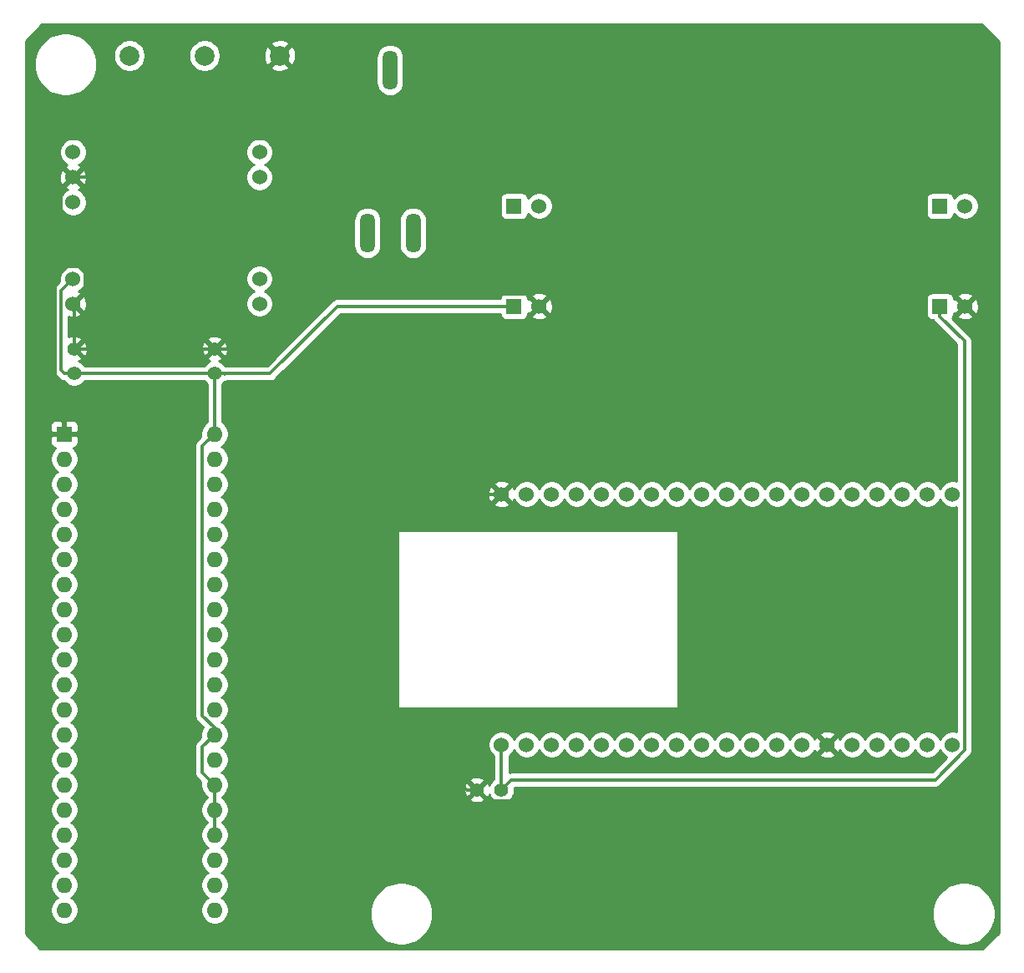
<source format=gbr>
G04 #@! TF.GenerationSoftware,KiCad,Pcbnew,(5.1.5)-3*
G04 #@! TF.CreationDate,2020-04-22T13:27:11+02:00*
G04 #@! TF.ProjectId,esp32_ym2149,65737033-325f-4796-9d32-3134392e6b69,rev?*
G04 #@! TF.SameCoordinates,Original*
G04 #@! TF.FileFunction,Copper,L2,Bot*
G04 #@! TF.FilePolarity,Positive*
%FSLAX46Y46*%
G04 Gerber Fmt 4.6, Leading zero omitted, Abs format (unit mm)*
G04 Created by KiCad (PCBNEW (5.1.5)-3) date 2020-04-22 13:27:11*
%MOMM*%
%LPD*%
G04 APERTURE LIST*
%ADD10C,1.524000*%
%ADD11C,1.400000*%
%ADD12O,1.600000X1.600000*%
%ADD13R,1.600000X1.600000*%
%ADD14R,1.524000X1.524000*%
%ADD15C,2.000000*%
%ADD16O,1.524000X4.000000*%
%ADD17C,0.300000*%
%ADD18C,0.254000*%
G04 APERTURE END LIST*
D10*
X119253000Y-67056000D03*
X119253000Y-64516000D03*
X119253000Y-56770000D03*
X119253000Y-54230000D03*
X119253000Y-51690000D03*
X138144000Y-67056000D03*
X138144000Y-64516000D03*
X138144000Y-54229000D03*
X138144000Y-51689000D03*
D11*
X133604000Y-74128000D03*
X133604000Y-71628000D03*
X162687000Y-116332000D03*
X160187000Y-116332000D03*
D12*
X133604000Y-80264000D03*
X118364000Y-128524000D03*
X133604000Y-82804000D03*
X118364000Y-125984000D03*
X133604000Y-85344000D03*
X118364000Y-123444000D03*
X133604000Y-87884000D03*
X118364000Y-120904000D03*
X133604000Y-90424000D03*
X118364000Y-118364000D03*
X133604000Y-92964000D03*
X118364000Y-115824000D03*
X133604000Y-95504000D03*
X118364000Y-113284000D03*
X133604000Y-98044000D03*
X118364000Y-110744000D03*
X133604000Y-100584000D03*
X118364000Y-108204000D03*
X133604000Y-103124000D03*
X118364000Y-105664000D03*
X133604000Y-105664000D03*
X118364000Y-103124000D03*
X133604000Y-108204000D03*
X118364000Y-100584000D03*
X133604000Y-110744000D03*
X118364000Y-98044000D03*
X133604000Y-113284000D03*
X118364000Y-95504000D03*
X133604000Y-115824000D03*
X118364000Y-92964000D03*
X133604000Y-118364000D03*
X118364000Y-90424000D03*
X133604000Y-120904000D03*
X118364000Y-87884000D03*
X133604000Y-123444000D03*
X118364000Y-85344000D03*
X133604000Y-125984000D03*
X118364000Y-82804000D03*
X133604000Y-128524000D03*
D13*
X118364000Y-80264000D03*
D10*
X208407000Y-86360000D03*
X205867000Y-86360000D03*
X203327000Y-86360000D03*
X200787000Y-86360000D03*
X198247000Y-86360000D03*
X195707000Y-86360000D03*
X193167000Y-86360000D03*
X190627000Y-86360000D03*
X188087000Y-86360000D03*
X185547000Y-86360000D03*
X183007000Y-86360000D03*
X180467000Y-86360000D03*
X177927000Y-86360000D03*
X175387000Y-86360000D03*
X172847000Y-86360000D03*
X170307000Y-86360000D03*
X167767000Y-86360000D03*
X165227000Y-86360000D03*
X162687000Y-86360000D03*
X208407000Y-111760000D03*
X205867000Y-111760000D03*
X203327000Y-111760000D03*
X200787000Y-111760000D03*
X198247000Y-111760000D03*
X195707000Y-111760000D03*
X193167000Y-111760000D03*
X190627000Y-111760000D03*
X188087000Y-111760000D03*
X185547000Y-111760000D03*
X183007000Y-111760000D03*
X180467000Y-111760000D03*
X177927000Y-111760000D03*
X175387000Y-111760000D03*
X172847000Y-111760000D03*
X170307000Y-111760000D03*
X167767000Y-111760000D03*
X165227000Y-111760000D03*
X162687000Y-111760000D03*
D14*
X163957000Y-57150000D03*
X207137000Y-57150000D03*
D10*
X209677000Y-57150000D03*
X166497000Y-57150000D03*
X209677000Y-67310000D03*
D14*
X207137000Y-67310000D03*
X163957000Y-67310000D03*
D10*
X166497000Y-67310000D03*
D11*
X119380000Y-71628000D03*
X119380000Y-74128000D03*
D15*
X140208000Y-41910000D03*
X132588000Y-41910000D03*
X124968000Y-41910000D03*
D16*
X151384000Y-43370500D03*
X149098000Y-59880500D03*
X153733500Y-59880500D03*
D17*
X133604000Y-71628000D02*
X119380000Y-71628000D01*
X119380000Y-67183000D02*
X119253000Y-67056000D01*
X119380000Y-71628000D02*
X119380000Y-67183000D01*
X139700000Y-71628000D02*
X133604000Y-71628000D01*
X145230001Y-66097999D02*
X139700000Y-71628000D01*
X120014999Y-66294001D02*
X119253000Y-67056000D01*
X120465001Y-65843999D02*
X120014999Y-66294001D01*
X120465001Y-63934239D02*
X120465001Y-65843999D01*
X118671239Y-63303999D02*
X119834761Y-63303999D01*
X119834761Y-63303999D02*
X120465001Y-63934239D01*
X117440990Y-64534248D02*
X118671239Y-63303999D01*
X117440990Y-78240990D02*
X117440990Y-64534248D01*
X118364000Y-79164000D02*
X117440990Y-78240990D01*
X118364000Y-80264000D02*
X118364000Y-79164000D01*
X118040999Y-62673759D02*
X118671239Y-63303999D01*
X118040999Y-55442001D02*
X118040999Y-62673759D01*
X119253000Y-54230000D02*
X118040999Y-55442001D01*
X127888000Y-54230000D02*
X140208000Y-41910000D01*
X119253000Y-54230000D02*
X127888000Y-54230000D01*
X165284999Y-66097999D02*
X166497000Y-67310000D01*
X145230001Y-66097999D02*
X165284999Y-66097999D01*
X211328000Y-68961000D02*
X209677000Y-67310000D01*
X211328000Y-112268000D02*
X211328000Y-68961000D01*
X206113999Y-117482001D02*
X211328000Y-112268000D01*
X160187000Y-116332000D02*
X161337001Y-117482001D01*
X161337001Y-117482001D02*
X206113999Y-117482001D01*
X161609370Y-86360000D02*
X162687000Y-86360000D01*
X151822990Y-89983598D02*
X155446588Y-86360000D01*
X155446588Y-86360000D02*
X161609370Y-86360000D01*
X159197051Y-116332000D02*
X151822990Y-108957939D01*
X160187000Y-116332000D02*
X159197051Y-116332000D01*
X192347010Y-108400010D02*
X151822990Y-108400010D01*
X195707000Y-111760000D02*
X192347010Y-108400010D01*
X151822990Y-108957939D02*
X151765000Y-108458000D01*
X151822990Y-108400010D02*
X151765000Y-108458000D01*
X151765000Y-108458000D02*
X151822990Y-89983598D01*
X118040999Y-73778948D02*
X118040999Y-65728001D01*
X119380000Y-74128000D02*
X118390051Y-74128000D01*
X118040999Y-65728001D02*
X118491001Y-65277999D01*
X118390051Y-74128000D02*
X118040999Y-73778948D01*
X118491001Y-65277999D02*
X119253000Y-64516000D01*
X133604000Y-74128000D02*
X132614051Y-74128000D01*
X132614051Y-74128000D02*
X119380000Y-74128000D01*
X133604000Y-74128000D02*
X133604000Y-80264000D01*
X134593949Y-74128000D02*
X134633949Y-74168000D01*
X146050000Y-67310000D02*
X139232000Y-74128000D01*
X139232000Y-74128000D02*
X133604000Y-74128000D01*
X132804001Y-115024001D02*
X133604000Y-115824000D01*
X132353999Y-114573999D02*
X132804001Y-115024001D01*
X132353999Y-111994001D02*
X132353999Y-114573999D01*
X133604000Y-110744000D02*
X132353999Y-111994001D01*
X133604000Y-115824000D02*
X133604000Y-118364000D01*
X133604000Y-118364000D02*
X133604000Y-120904000D01*
X146050000Y-67310000D02*
X163957000Y-67310000D01*
X132353999Y-108804001D02*
X132353999Y-81514001D01*
X132353999Y-81514001D02*
X132804001Y-81063999D01*
X133604000Y-110054002D02*
X132353999Y-108804001D01*
X132804001Y-81063999D02*
X133604000Y-80264000D01*
X133604000Y-110744000D02*
X133604000Y-110054002D01*
X162520000Y-111927000D02*
X162687000Y-111760000D01*
X162687000Y-115342051D02*
X162687000Y-111760000D01*
X162687000Y-116332000D02*
X162687000Y-115342051D01*
X207137000Y-68372000D02*
X209619001Y-70854001D01*
X209619001Y-70854001D02*
X209619001Y-112341761D01*
X207137000Y-67310000D02*
X207137000Y-68372000D01*
X163703000Y-115316000D02*
X162687000Y-116332000D01*
X209619001Y-112341761D02*
X206644762Y-115316000D01*
X206644762Y-115316000D02*
X163703000Y-115316000D01*
D18*
G36*
X213081000Y-40508606D02*
G01*
X213081001Y-130814393D01*
X211459394Y-132436000D01*
X115946606Y-132436000D01*
X114452000Y-130941394D01*
X114452000Y-81064000D01*
X116925928Y-81064000D01*
X116938188Y-81188482D01*
X116974498Y-81308180D01*
X117033463Y-81418494D01*
X117112815Y-81515185D01*
X117209506Y-81594537D01*
X117319820Y-81653502D01*
X117439518Y-81689812D01*
X117447961Y-81690643D01*
X117249363Y-81889241D01*
X117092320Y-82124273D01*
X116984147Y-82385426D01*
X116929000Y-82662665D01*
X116929000Y-82945335D01*
X116984147Y-83222574D01*
X117092320Y-83483727D01*
X117249363Y-83718759D01*
X117449241Y-83918637D01*
X117681759Y-84074000D01*
X117449241Y-84229363D01*
X117249363Y-84429241D01*
X117092320Y-84664273D01*
X116984147Y-84925426D01*
X116929000Y-85202665D01*
X116929000Y-85485335D01*
X116984147Y-85762574D01*
X117092320Y-86023727D01*
X117249363Y-86258759D01*
X117449241Y-86458637D01*
X117681759Y-86614000D01*
X117449241Y-86769363D01*
X117249363Y-86969241D01*
X117092320Y-87204273D01*
X116984147Y-87465426D01*
X116929000Y-87742665D01*
X116929000Y-88025335D01*
X116984147Y-88302574D01*
X117092320Y-88563727D01*
X117249363Y-88798759D01*
X117449241Y-88998637D01*
X117681759Y-89154000D01*
X117449241Y-89309363D01*
X117249363Y-89509241D01*
X117092320Y-89744273D01*
X116984147Y-90005426D01*
X116929000Y-90282665D01*
X116929000Y-90565335D01*
X116984147Y-90842574D01*
X117092320Y-91103727D01*
X117249363Y-91338759D01*
X117449241Y-91538637D01*
X117681759Y-91694000D01*
X117449241Y-91849363D01*
X117249363Y-92049241D01*
X117092320Y-92284273D01*
X116984147Y-92545426D01*
X116929000Y-92822665D01*
X116929000Y-93105335D01*
X116984147Y-93382574D01*
X117092320Y-93643727D01*
X117249363Y-93878759D01*
X117449241Y-94078637D01*
X117681759Y-94234000D01*
X117449241Y-94389363D01*
X117249363Y-94589241D01*
X117092320Y-94824273D01*
X116984147Y-95085426D01*
X116929000Y-95362665D01*
X116929000Y-95645335D01*
X116984147Y-95922574D01*
X117092320Y-96183727D01*
X117249363Y-96418759D01*
X117449241Y-96618637D01*
X117681759Y-96774000D01*
X117449241Y-96929363D01*
X117249363Y-97129241D01*
X117092320Y-97364273D01*
X116984147Y-97625426D01*
X116929000Y-97902665D01*
X116929000Y-98185335D01*
X116984147Y-98462574D01*
X117092320Y-98723727D01*
X117249363Y-98958759D01*
X117449241Y-99158637D01*
X117681759Y-99314000D01*
X117449241Y-99469363D01*
X117249363Y-99669241D01*
X117092320Y-99904273D01*
X116984147Y-100165426D01*
X116929000Y-100442665D01*
X116929000Y-100725335D01*
X116984147Y-101002574D01*
X117092320Y-101263727D01*
X117249363Y-101498759D01*
X117449241Y-101698637D01*
X117681759Y-101854000D01*
X117449241Y-102009363D01*
X117249363Y-102209241D01*
X117092320Y-102444273D01*
X116984147Y-102705426D01*
X116929000Y-102982665D01*
X116929000Y-103265335D01*
X116984147Y-103542574D01*
X117092320Y-103803727D01*
X117249363Y-104038759D01*
X117449241Y-104238637D01*
X117681759Y-104394000D01*
X117449241Y-104549363D01*
X117249363Y-104749241D01*
X117092320Y-104984273D01*
X116984147Y-105245426D01*
X116929000Y-105522665D01*
X116929000Y-105805335D01*
X116984147Y-106082574D01*
X117092320Y-106343727D01*
X117249363Y-106578759D01*
X117449241Y-106778637D01*
X117681759Y-106934000D01*
X117449241Y-107089363D01*
X117249363Y-107289241D01*
X117092320Y-107524273D01*
X116984147Y-107785426D01*
X116929000Y-108062665D01*
X116929000Y-108345335D01*
X116984147Y-108622574D01*
X117092320Y-108883727D01*
X117249363Y-109118759D01*
X117449241Y-109318637D01*
X117681759Y-109474000D01*
X117449241Y-109629363D01*
X117249363Y-109829241D01*
X117092320Y-110064273D01*
X116984147Y-110325426D01*
X116929000Y-110602665D01*
X116929000Y-110885335D01*
X116984147Y-111162574D01*
X117092320Y-111423727D01*
X117249363Y-111658759D01*
X117449241Y-111858637D01*
X117681759Y-112014000D01*
X117449241Y-112169363D01*
X117249363Y-112369241D01*
X117092320Y-112604273D01*
X116984147Y-112865426D01*
X116929000Y-113142665D01*
X116929000Y-113425335D01*
X116984147Y-113702574D01*
X117092320Y-113963727D01*
X117249363Y-114198759D01*
X117449241Y-114398637D01*
X117681759Y-114554000D01*
X117449241Y-114709363D01*
X117249363Y-114909241D01*
X117092320Y-115144273D01*
X116984147Y-115405426D01*
X116929000Y-115682665D01*
X116929000Y-115965335D01*
X116984147Y-116242574D01*
X117092320Y-116503727D01*
X117249363Y-116738759D01*
X117449241Y-116938637D01*
X117681759Y-117094000D01*
X117449241Y-117249363D01*
X117249363Y-117449241D01*
X117092320Y-117684273D01*
X116984147Y-117945426D01*
X116929000Y-118222665D01*
X116929000Y-118505335D01*
X116984147Y-118782574D01*
X117092320Y-119043727D01*
X117249363Y-119278759D01*
X117449241Y-119478637D01*
X117681759Y-119634000D01*
X117449241Y-119789363D01*
X117249363Y-119989241D01*
X117092320Y-120224273D01*
X116984147Y-120485426D01*
X116929000Y-120762665D01*
X116929000Y-121045335D01*
X116984147Y-121322574D01*
X117092320Y-121583727D01*
X117249363Y-121818759D01*
X117449241Y-122018637D01*
X117681759Y-122174000D01*
X117449241Y-122329363D01*
X117249363Y-122529241D01*
X117092320Y-122764273D01*
X116984147Y-123025426D01*
X116929000Y-123302665D01*
X116929000Y-123585335D01*
X116984147Y-123862574D01*
X117092320Y-124123727D01*
X117249363Y-124358759D01*
X117449241Y-124558637D01*
X117681759Y-124714000D01*
X117449241Y-124869363D01*
X117249363Y-125069241D01*
X117092320Y-125304273D01*
X116984147Y-125565426D01*
X116929000Y-125842665D01*
X116929000Y-126125335D01*
X116984147Y-126402574D01*
X117092320Y-126663727D01*
X117249363Y-126898759D01*
X117449241Y-127098637D01*
X117681759Y-127254000D01*
X117449241Y-127409363D01*
X117249363Y-127609241D01*
X117092320Y-127844273D01*
X116984147Y-128105426D01*
X116929000Y-128382665D01*
X116929000Y-128665335D01*
X116984147Y-128942574D01*
X117092320Y-129203727D01*
X117249363Y-129438759D01*
X117449241Y-129638637D01*
X117684273Y-129795680D01*
X117945426Y-129903853D01*
X118222665Y-129959000D01*
X118505335Y-129959000D01*
X118782574Y-129903853D01*
X119043727Y-129795680D01*
X119278759Y-129638637D01*
X119478637Y-129438759D01*
X119635680Y-129203727D01*
X119743853Y-128942574D01*
X119799000Y-128665335D01*
X119799000Y-128382665D01*
X119743853Y-128105426D01*
X119635680Y-127844273D01*
X119478637Y-127609241D01*
X119278759Y-127409363D01*
X119046241Y-127254000D01*
X119278759Y-127098637D01*
X119478637Y-126898759D01*
X119635680Y-126663727D01*
X119743853Y-126402574D01*
X119799000Y-126125335D01*
X119799000Y-125842665D01*
X119743853Y-125565426D01*
X119635680Y-125304273D01*
X119478637Y-125069241D01*
X119278759Y-124869363D01*
X119046241Y-124714000D01*
X119278759Y-124558637D01*
X119478637Y-124358759D01*
X119635680Y-124123727D01*
X119743853Y-123862574D01*
X119799000Y-123585335D01*
X119799000Y-123302665D01*
X119743853Y-123025426D01*
X119635680Y-122764273D01*
X119478637Y-122529241D01*
X119278759Y-122329363D01*
X119046241Y-122174000D01*
X119278759Y-122018637D01*
X119478637Y-121818759D01*
X119635680Y-121583727D01*
X119743853Y-121322574D01*
X119799000Y-121045335D01*
X119799000Y-120762665D01*
X119743853Y-120485426D01*
X119635680Y-120224273D01*
X119478637Y-119989241D01*
X119278759Y-119789363D01*
X119046241Y-119634000D01*
X119278759Y-119478637D01*
X119478637Y-119278759D01*
X119635680Y-119043727D01*
X119743853Y-118782574D01*
X119799000Y-118505335D01*
X119799000Y-118222665D01*
X119743853Y-117945426D01*
X119635680Y-117684273D01*
X119478637Y-117449241D01*
X119278759Y-117249363D01*
X119046241Y-117094000D01*
X119278759Y-116938637D01*
X119478637Y-116738759D01*
X119635680Y-116503727D01*
X119743853Y-116242574D01*
X119799000Y-115965335D01*
X119799000Y-115682665D01*
X119743853Y-115405426D01*
X119635680Y-115144273D01*
X119478637Y-114909241D01*
X119278759Y-114709363D01*
X119046241Y-114554000D01*
X119278759Y-114398637D01*
X119478637Y-114198759D01*
X119635680Y-113963727D01*
X119743853Y-113702574D01*
X119799000Y-113425335D01*
X119799000Y-113142665D01*
X119743853Y-112865426D01*
X119635680Y-112604273D01*
X119478637Y-112369241D01*
X119278759Y-112169363D01*
X119046241Y-112014000D01*
X119278759Y-111858637D01*
X119478637Y-111658759D01*
X119635680Y-111423727D01*
X119743853Y-111162574D01*
X119799000Y-110885335D01*
X119799000Y-110602665D01*
X119743853Y-110325426D01*
X119635680Y-110064273D01*
X119478637Y-109829241D01*
X119278759Y-109629363D01*
X119046241Y-109474000D01*
X119278759Y-109318637D01*
X119478637Y-109118759D01*
X119635680Y-108883727D01*
X119743853Y-108622574D01*
X119799000Y-108345335D01*
X119799000Y-108062665D01*
X119743853Y-107785426D01*
X119635680Y-107524273D01*
X119478637Y-107289241D01*
X119278759Y-107089363D01*
X119046241Y-106934000D01*
X119278759Y-106778637D01*
X119478637Y-106578759D01*
X119635680Y-106343727D01*
X119743853Y-106082574D01*
X119799000Y-105805335D01*
X119799000Y-105522665D01*
X119743853Y-105245426D01*
X119635680Y-104984273D01*
X119478637Y-104749241D01*
X119278759Y-104549363D01*
X119046241Y-104394000D01*
X119278759Y-104238637D01*
X119478637Y-104038759D01*
X119635680Y-103803727D01*
X119743853Y-103542574D01*
X119799000Y-103265335D01*
X119799000Y-102982665D01*
X119743853Y-102705426D01*
X119635680Y-102444273D01*
X119478637Y-102209241D01*
X119278759Y-102009363D01*
X119046241Y-101854000D01*
X119278759Y-101698637D01*
X119478637Y-101498759D01*
X119635680Y-101263727D01*
X119743853Y-101002574D01*
X119799000Y-100725335D01*
X119799000Y-100442665D01*
X119743853Y-100165426D01*
X119635680Y-99904273D01*
X119478637Y-99669241D01*
X119278759Y-99469363D01*
X119046241Y-99314000D01*
X119278759Y-99158637D01*
X119478637Y-98958759D01*
X119635680Y-98723727D01*
X119743853Y-98462574D01*
X119799000Y-98185335D01*
X119799000Y-97902665D01*
X119743853Y-97625426D01*
X119635680Y-97364273D01*
X119478637Y-97129241D01*
X119278759Y-96929363D01*
X119046241Y-96774000D01*
X119278759Y-96618637D01*
X119478637Y-96418759D01*
X119635680Y-96183727D01*
X119743853Y-95922574D01*
X119799000Y-95645335D01*
X119799000Y-95362665D01*
X119743853Y-95085426D01*
X119635680Y-94824273D01*
X119478637Y-94589241D01*
X119278759Y-94389363D01*
X119046241Y-94234000D01*
X119278759Y-94078637D01*
X119478637Y-93878759D01*
X119635680Y-93643727D01*
X119743853Y-93382574D01*
X119799000Y-93105335D01*
X119799000Y-92822665D01*
X119743853Y-92545426D01*
X119635680Y-92284273D01*
X119478637Y-92049241D01*
X119278759Y-91849363D01*
X119046241Y-91694000D01*
X119278759Y-91538637D01*
X119478637Y-91338759D01*
X119635680Y-91103727D01*
X119743853Y-90842574D01*
X119799000Y-90565335D01*
X119799000Y-90282665D01*
X119743853Y-90005426D01*
X119635680Y-89744273D01*
X119478637Y-89509241D01*
X119278759Y-89309363D01*
X119046241Y-89154000D01*
X119278759Y-88998637D01*
X119478637Y-88798759D01*
X119635680Y-88563727D01*
X119743853Y-88302574D01*
X119799000Y-88025335D01*
X119799000Y-87742665D01*
X119743853Y-87465426D01*
X119635680Y-87204273D01*
X119478637Y-86969241D01*
X119278759Y-86769363D01*
X119046241Y-86614000D01*
X119278759Y-86458637D01*
X119478637Y-86258759D01*
X119635680Y-86023727D01*
X119743853Y-85762574D01*
X119799000Y-85485335D01*
X119799000Y-85202665D01*
X119743853Y-84925426D01*
X119635680Y-84664273D01*
X119478637Y-84429241D01*
X119278759Y-84229363D01*
X119046241Y-84074000D01*
X119278759Y-83918637D01*
X119478637Y-83718759D01*
X119635680Y-83483727D01*
X119743853Y-83222574D01*
X119799000Y-82945335D01*
X119799000Y-82662665D01*
X119743853Y-82385426D01*
X119635680Y-82124273D01*
X119478637Y-81889241D01*
X119280039Y-81690643D01*
X119288482Y-81689812D01*
X119408180Y-81653502D01*
X119518494Y-81594537D01*
X119615185Y-81515185D01*
X119694537Y-81418494D01*
X119753502Y-81308180D01*
X119789812Y-81188482D01*
X119802072Y-81064000D01*
X119799000Y-80549750D01*
X119640250Y-80391000D01*
X118491000Y-80391000D01*
X118491000Y-80411000D01*
X118237000Y-80411000D01*
X118237000Y-80391000D01*
X117087750Y-80391000D01*
X116929000Y-80549750D01*
X116925928Y-81064000D01*
X114452000Y-81064000D01*
X114452000Y-79464000D01*
X116925928Y-79464000D01*
X116929000Y-79978250D01*
X117087750Y-80137000D01*
X118237000Y-80137000D01*
X118237000Y-78987750D01*
X118491000Y-78987750D01*
X118491000Y-80137000D01*
X119640250Y-80137000D01*
X119799000Y-79978250D01*
X119802072Y-79464000D01*
X119789812Y-79339518D01*
X119753502Y-79219820D01*
X119694537Y-79109506D01*
X119615185Y-79012815D01*
X119518494Y-78933463D01*
X119408180Y-78874498D01*
X119288482Y-78838188D01*
X119164000Y-78825928D01*
X118649750Y-78829000D01*
X118491000Y-78987750D01*
X118237000Y-78987750D01*
X118078250Y-78829000D01*
X117564000Y-78825928D01*
X117439518Y-78838188D01*
X117319820Y-78874498D01*
X117209506Y-78933463D01*
X117112815Y-79012815D01*
X117033463Y-79109506D01*
X116974498Y-79219820D01*
X116938188Y-79339518D01*
X116925928Y-79464000D01*
X114452000Y-79464000D01*
X114452000Y-65728001D01*
X117252202Y-65728001D01*
X117256000Y-65766564D01*
X117255999Y-73740395D01*
X117252202Y-73778948D01*
X117255999Y-73817501D01*
X117255999Y-73817508D01*
X117267358Y-73932834D01*
X117312245Y-74080807D01*
X117385137Y-74217180D01*
X117483235Y-74336712D01*
X117513189Y-74361295D01*
X117807704Y-74655810D01*
X117832287Y-74685764D01*
X117951818Y-74783862D01*
X118088191Y-74856754D01*
X118236164Y-74901641D01*
X118295227Y-74907458D01*
X118343038Y-74979013D01*
X118528987Y-75164962D01*
X118747641Y-75311061D01*
X118990595Y-75411696D01*
X119248514Y-75463000D01*
X119511486Y-75463000D01*
X119769405Y-75411696D01*
X120012359Y-75311061D01*
X120231013Y-75164962D01*
X120416962Y-74979013D01*
X120461070Y-74913000D01*
X132522930Y-74913000D01*
X132567038Y-74979013D01*
X132752987Y-75164962D01*
X132819000Y-75209070D01*
X132819001Y-79062660D01*
X132689241Y-79149363D01*
X132489363Y-79349241D01*
X132332320Y-79584273D01*
X132224147Y-79845426D01*
X132169000Y-80122665D01*
X132169000Y-80405335D01*
X132199446Y-80558397D01*
X131826184Y-80931659D01*
X131796236Y-80956237D01*
X131771658Y-80986185D01*
X131771654Y-80986189D01*
X131738689Y-81026357D01*
X131698138Y-81075768D01*
X131659176Y-81148661D01*
X131625245Y-81212142D01*
X131580358Y-81360115D01*
X131565202Y-81514001D01*
X131569000Y-81552564D01*
X131568999Y-108765448D01*
X131565202Y-108804001D01*
X131568999Y-108842554D01*
X131568999Y-108842561D01*
X131580358Y-108957887D01*
X131625245Y-109105860D01*
X131698137Y-109242233D01*
X131796235Y-109361765D01*
X131826189Y-109386348D01*
X132401131Y-109961290D01*
X132332320Y-110064273D01*
X132224147Y-110325426D01*
X132169000Y-110602665D01*
X132169000Y-110885335D01*
X132199446Y-111038396D01*
X131826189Y-111411654D01*
X131796235Y-111436237D01*
X131698137Y-111555769D01*
X131625245Y-111692142D01*
X131580358Y-111840115D01*
X131568999Y-111955441D01*
X131568999Y-111955448D01*
X131565202Y-111994001D01*
X131568999Y-112032554D01*
X131569000Y-114535436D01*
X131565202Y-114573999D01*
X131580358Y-114727885D01*
X131625245Y-114875858D01*
X131626266Y-114877768D01*
X131698138Y-115012232D01*
X131738689Y-115061643D01*
X131771654Y-115101811D01*
X131771658Y-115101815D01*
X131796236Y-115131763D01*
X131826184Y-115156341D01*
X132199446Y-115529603D01*
X132169000Y-115682665D01*
X132169000Y-115965335D01*
X132224147Y-116242574D01*
X132332320Y-116503727D01*
X132489363Y-116738759D01*
X132689241Y-116938637D01*
X132819000Y-117025339D01*
X132819001Y-117162661D01*
X132689241Y-117249363D01*
X132489363Y-117449241D01*
X132332320Y-117684273D01*
X132224147Y-117945426D01*
X132169000Y-118222665D01*
X132169000Y-118505335D01*
X132224147Y-118782574D01*
X132332320Y-119043727D01*
X132489363Y-119278759D01*
X132689241Y-119478637D01*
X132819000Y-119565339D01*
X132819001Y-119702661D01*
X132689241Y-119789363D01*
X132489363Y-119989241D01*
X132332320Y-120224273D01*
X132224147Y-120485426D01*
X132169000Y-120762665D01*
X132169000Y-121045335D01*
X132224147Y-121322574D01*
X132332320Y-121583727D01*
X132489363Y-121818759D01*
X132689241Y-122018637D01*
X132921759Y-122174000D01*
X132689241Y-122329363D01*
X132489363Y-122529241D01*
X132332320Y-122764273D01*
X132224147Y-123025426D01*
X132169000Y-123302665D01*
X132169000Y-123585335D01*
X132224147Y-123862574D01*
X132332320Y-124123727D01*
X132489363Y-124358759D01*
X132689241Y-124558637D01*
X132921759Y-124714000D01*
X132689241Y-124869363D01*
X132489363Y-125069241D01*
X132332320Y-125304273D01*
X132224147Y-125565426D01*
X132169000Y-125842665D01*
X132169000Y-126125335D01*
X132224147Y-126402574D01*
X132332320Y-126663727D01*
X132489363Y-126898759D01*
X132689241Y-127098637D01*
X132921759Y-127254000D01*
X132689241Y-127409363D01*
X132489363Y-127609241D01*
X132332320Y-127844273D01*
X132224147Y-128105426D01*
X132169000Y-128382665D01*
X132169000Y-128665335D01*
X132224147Y-128942574D01*
X132332320Y-129203727D01*
X132489363Y-129438759D01*
X132689241Y-129638637D01*
X132924273Y-129795680D01*
X133185426Y-129903853D01*
X133462665Y-129959000D01*
X133745335Y-129959000D01*
X134022574Y-129903853D01*
X134283727Y-129795680D01*
X134518759Y-129638637D01*
X134718637Y-129438759D01*
X134875680Y-129203727D01*
X134983853Y-128942574D01*
X135039000Y-128665335D01*
X135039000Y-128589074D01*
X149319347Y-128589074D01*
X149319347Y-129220926D01*
X149442616Y-129840638D01*
X149684415Y-130424393D01*
X150035454Y-130949759D01*
X150482241Y-131396546D01*
X151007607Y-131747585D01*
X151591362Y-131989384D01*
X152211074Y-132112653D01*
X152842926Y-132112653D01*
X153462638Y-131989384D01*
X154046393Y-131747585D01*
X154571759Y-131396546D01*
X155018546Y-130949759D01*
X155369585Y-130424393D01*
X155611384Y-129840638D01*
X155734653Y-129220926D01*
X155734653Y-128589074D01*
X206342347Y-128589074D01*
X206342347Y-129220926D01*
X206465616Y-129840638D01*
X206707415Y-130424393D01*
X207058454Y-130949759D01*
X207505241Y-131396546D01*
X208030607Y-131747585D01*
X208614362Y-131989384D01*
X209234074Y-132112653D01*
X209865926Y-132112653D01*
X210485638Y-131989384D01*
X211069393Y-131747585D01*
X211594759Y-131396546D01*
X212041546Y-130949759D01*
X212392585Y-130424393D01*
X212634384Y-129840638D01*
X212757653Y-129220926D01*
X212757653Y-128589074D01*
X212634384Y-127969362D01*
X212392585Y-127385607D01*
X212041546Y-126860241D01*
X211594759Y-126413454D01*
X211069393Y-126062415D01*
X210485638Y-125820616D01*
X209865926Y-125697347D01*
X209234074Y-125697347D01*
X208614362Y-125820616D01*
X208030607Y-126062415D01*
X207505241Y-126413454D01*
X207058454Y-126860241D01*
X206707415Y-127385607D01*
X206465616Y-127969362D01*
X206342347Y-128589074D01*
X155734653Y-128589074D01*
X155611384Y-127969362D01*
X155369585Y-127385607D01*
X155018546Y-126860241D01*
X154571759Y-126413454D01*
X154046393Y-126062415D01*
X153462638Y-125820616D01*
X152842926Y-125697347D01*
X152211074Y-125697347D01*
X151591362Y-125820616D01*
X151007607Y-126062415D01*
X150482241Y-126413454D01*
X150035454Y-126860241D01*
X149684415Y-127385607D01*
X149442616Y-127969362D01*
X149319347Y-128589074D01*
X135039000Y-128589074D01*
X135039000Y-128382665D01*
X134983853Y-128105426D01*
X134875680Y-127844273D01*
X134718637Y-127609241D01*
X134518759Y-127409363D01*
X134286241Y-127254000D01*
X134518759Y-127098637D01*
X134718637Y-126898759D01*
X134875680Y-126663727D01*
X134983853Y-126402574D01*
X135039000Y-126125335D01*
X135039000Y-125842665D01*
X134983853Y-125565426D01*
X134875680Y-125304273D01*
X134718637Y-125069241D01*
X134518759Y-124869363D01*
X134286241Y-124714000D01*
X134518759Y-124558637D01*
X134718637Y-124358759D01*
X134875680Y-124123727D01*
X134983853Y-123862574D01*
X135039000Y-123585335D01*
X135039000Y-123302665D01*
X134983853Y-123025426D01*
X134875680Y-122764273D01*
X134718637Y-122529241D01*
X134518759Y-122329363D01*
X134286241Y-122174000D01*
X134518759Y-122018637D01*
X134718637Y-121818759D01*
X134875680Y-121583727D01*
X134983853Y-121322574D01*
X135039000Y-121045335D01*
X135039000Y-120762665D01*
X134983853Y-120485426D01*
X134875680Y-120224273D01*
X134718637Y-119989241D01*
X134518759Y-119789363D01*
X134389000Y-119702661D01*
X134389000Y-119565339D01*
X134518759Y-119478637D01*
X134718637Y-119278759D01*
X134875680Y-119043727D01*
X134983853Y-118782574D01*
X135039000Y-118505335D01*
X135039000Y-118222665D01*
X134983853Y-117945426D01*
X134875680Y-117684273D01*
X134718637Y-117449241D01*
X134522665Y-117253269D01*
X159445336Y-117253269D01*
X159504797Y-117487037D01*
X159743242Y-117597934D01*
X159998740Y-117660183D01*
X160261473Y-117671390D01*
X160521344Y-117631125D01*
X160768366Y-117540935D01*
X160869203Y-117487037D01*
X160928664Y-117253269D01*
X160187000Y-116511605D01*
X159445336Y-117253269D01*
X134522665Y-117253269D01*
X134518759Y-117249363D01*
X134389000Y-117162661D01*
X134389000Y-117025339D01*
X134518759Y-116938637D01*
X134718637Y-116738759D01*
X134875680Y-116503727D01*
X134915963Y-116406473D01*
X158847610Y-116406473D01*
X158887875Y-116666344D01*
X158978065Y-116913366D01*
X159031963Y-117014203D01*
X159265731Y-117073664D01*
X160007395Y-116332000D01*
X160366605Y-116332000D01*
X161108269Y-117073664D01*
X161342037Y-117014203D01*
X161438592Y-116806596D01*
X161503939Y-116964359D01*
X161650038Y-117183013D01*
X161835987Y-117368962D01*
X162054641Y-117515061D01*
X162297595Y-117615696D01*
X162555514Y-117667000D01*
X162818486Y-117667000D01*
X163076405Y-117615696D01*
X163319359Y-117515061D01*
X163538013Y-117368962D01*
X163723962Y-117183013D01*
X163870061Y-116964359D01*
X163970696Y-116721405D01*
X164022000Y-116463486D01*
X164022000Y-116200514D01*
X164006511Y-116122647D01*
X164028158Y-116101000D01*
X206606209Y-116101000D01*
X206644762Y-116104797D01*
X206683315Y-116101000D01*
X206683323Y-116101000D01*
X206798649Y-116089641D01*
X206946622Y-116044754D01*
X207082995Y-115971862D01*
X207202526Y-115873764D01*
X207227109Y-115843810D01*
X210146817Y-112924103D01*
X210176765Y-112899525D01*
X210274863Y-112779994D01*
X210347755Y-112643621D01*
X210392642Y-112495648D01*
X210404001Y-112380322D01*
X210404001Y-112380315D01*
X210407798Y-112341762D01*
X210404001Y-112303209D01*
X210404001Y-70892553D01*
X210407798Y-70854000D01*
X210404001Y-70815447D01*
X210404001Y-70815440D01*
X210392642Y-70700114D01*
X210347755Y-70552141D01*
X210274863Y-70415768D01*
X210176765Y-70296237D01*
X210146818Y-70271660D01*
X208371892Y-68496735D01*
X208429537Y-68426494D01*
X208488502Y-68316180D01*
X208500822Y-68275565D01*
X208891040Y-68275565D01*
X208958020Y-68515656D01*
X209207048Y-68632756D01*
X209474135Y-68699023D01*
X209749017Y-68711910D01*
X210021133Y-68670922D01*
X210280023Y-68577636D01*
X210395980Y-68515656D01*
X210462960Y-68275565D01*
X209677000Y-67489605D01*
X208891040Y-68275565D01*
X208500822Y-68275565D01*
X208524812Y-68196482D01*
X208537072Y-68072000D01*
X208537072Y-68047317D01*
X208711435Y-68095960D01*
X209497395Y-67310000D01*
X209856605Y-67310000D01*
X210642565Y-68095960D01*
X210882656Y-68028980D01*
X210999756Y-67779952D01*
X211066023Y-67512865D01*
X211078910Y-67237983D01*
X211037922Y-66965867D01*
X210944636Y-66706977D01*
X210882656Y-66591020D01*
X210642565Y-66524040D01*
X209856605Y-67310000D01*
X209497395Y-67310000D01*
X208711435Y-66524040D01*
X208537072Y-66572683D01*
X208537072Y-66548000D01*
X208524812Y-66423518D01*
X208500823Y-66344435D01*
X208891040Y-66344435D01*
X209677000Y-67130395D01*
X210462960Y-66344435D01*
X210395980Y-66104344D01*
X210146952Y-65987244D01*
X209879865Y-65920977D01*
X209604983Y-65908090D01*
X209332867Y-65949078D01*
X209073977Y-66042364D01*
X208958020Y-66104344D01*
X208891040Y-66344435D01*
X208500823Y-66344435D01*
X208488502Y-66303820D01*
X208429537Y-66193506D01*
X208350185Y-66096815D01*
X208253494Y-66017463D01*
X208143180Y-65958498D01*
X208023482Y-65922188D01*
X207899000Y-65909928D01*
X206375000Y-65909928D01*
X206250518Y-65922188D01*
X206130820Y-65958498D01*
X206020506Y-66017463D01*
X205923815Y-66096815D01*
X205844463Y-66193506D01*
X205785498Y-66303820D01*
X205749188Y-66423518D01*
X205736928Y-66548000D01*
X205736928Y-68072000D01*
X205749188Y-68196482D01*
X205785498Y-68316180D01*
X205844463Y-68426494D01*
X205923815Y-68523185D01*
X206020506Y-68602537D01*
X206130820Y-68661502D01*
X206250518Y-68697812D01*
X206375000Y-68710072D01*
X206427602Y-68710072D01*
X206481139Y-68810233D01*
X206521690Y-68859644D01*
X206554655Y-68899812D01*
X206554659Y-68899816D01*
X206579237Y-68929764D01*
X206609185Y-68954342D01*
X208834001Y-71179159D01*
X208834001Y-85024768D01*
X208814490Y-85016686D01*
X208544592Y-84963000D01*
X208269408Y-84963000D01*
X207999510Y-85016686D01*
X207745273Y-85121995D01*
X207516465Y-85274880D01*
X207321880Y-85469465D01*
X207168995Y-85698273D01*
X207137000Y-85775515D01*
X207105005Y-85698273D01*
X206952120Y-85469465D01*
X206757535Y-85274880D01*
X206528727Y-85121995D01*
X206274490Y-85016686D01*
X206004592Y-84963000D01*
X205729408Y-84963000D01*
X205459510Y-85016686D01*
X205205273Y-85121995D01*
X204976465Y-85274880D01*
X204781880Y-85469465D01*
X204628995Y-85698273D01*
X204597000Y-85775515D01*
X204565005Y-85698273D01*
X204412120Y-85469465D01*
X204217535Y-85274880D01*
X203988727Y-85121995D01*
X203734490Y-85016686D01*
X203464592Y-84963000D01*
X203189408Y-84963000D01*
X202919510Y-85016686D01*
X202665273Y-85121995D01*
X202436465Y-85274880D01*
X202241880Y-85469465D01*
X202088995Y-85698273D01*
X202057000Y-85775515D01*
X202025005Y-85698273D01*
X201872120Y-85469465D01*
X201677535Y-85274880D01*
X201448727Y-85121995D01*
X201194490Y-85016686D01*
X200924592Y-84963000D01*
X200649408Y-84963000D01*
X200379510Y-85016686D01*
X200125273Y-85121995D01*
X199896465Y-85274880D01*
X199701880Y-85469465D01*
X199548995Y-85698273D01*
X199517000Y-85775515D01*
X199485005Y-85698273D01*
X199332120Y-85469465D01*
X199137535Y-85274880D01*
X198908727Y-85121995D01*
X198654490Y-85016686D01*
X198384592Y-84963000D01*
X198109408Y-84963000D01*
X197839510Y-85016686D01*
X197585273Y-85121995D01*
X197356465Y-85274880D01*
X197161880Y-85469465D01*
X197008995Y-85698273D01*
X196977000Y-85775515D01*
X196945005Y-85698273D01*
X196792120Y-85469465D01*
X196597535Y-85274880D01*
X196368727Y-85121995D01*
X196114490Y-85016686D01*
X195844592Y-84963000D01*
X195569408Y-84963000D01*
X195299510Y-85016686D01*
X195045273Y-85121995D01*
X194816465Y-85274880D01*
X194621880Y-85469465D01*
X194468995Y-85698273D01*
X194437000Y-85775515D01*
X194405005Y-85698273D01*
X194252120Y-85469465D01*
X194057535Y-85274880D01*
X193828727Y-85121995D01*
X193574490Y-85016686D01*
X193304592Y-84963000D01*
X193029408Y-84963000D01*
X192759510Y-85016686D01*
X192505273Y-85121995D01*
X192276465Y-85274880D01*
X192081880Y-85469465D01*
X191928995Y-85698273D01*
X191897000Y-85775515D01*
X191865005Y-85698273D01*
X191712120Y-85469465D01*
X191517535Y-85274880D01*
X191288727Y-85121995D01*
X191034490Y-85016686D01*
X190764592Y-84963000D01*
X190489408Y-84963000D01*
X190219510Y-85016686D01*
X189965273Y-85121995D01*
X189736465Y-85274880D01*
X189541880Y-85469465D01*
X189388995Y-85698273D01*
X189357000Y-85775515D01*
X189325005Y-85698273D01*
X189172120Y-85469465D01*
X188977535Y-85274880D01*
X188748727Y-85121995D01*
X188494490Y-85016686D01*
X188224592Y-84963000D01*
X187949408Y-84963000D01*
X187679510Y-85016686D01*
X187425273Y-85121995D01*
X187196465Y-85274880D01*
X187001880Y-85469465D01*
X186848995Y-85698273D01*
X186817000Y-85775515D01*
X186785005Y-85698273D01*
X186632120Y-85469465D01*
X186437535Y-85274880D01*
X186208727Y-85121995D01*
X185954490Y-85016686D01*
X185684592Y-84963000D01*
X185409408Y-84963000D01*
X185139510Y-85016686D01*
X184885273Y-85121995D01*
X184656465Y-85274880D01*
X184461880Y-85469465D01*
X184308995Y-85698273D01*
X184277000Y-85775515D01*
X184245005Y-85698273D01*
X184092120Y-85469465D01*
X183897535Y-85274880D01*
X183668727Y-85121995D01*
X183414490Y-85016686D01*
X183144592Y-84963000D01*
X182869408Y-84963000D01*
X182599510Y-85016686D01*
X182345273Y-85121995D01*
X182116465Y-85274880D01*
X181921880Y-85469465D01*
X181768995Y-85698273D01*
X181737000Y-85775515D01*
X181705005Y-85698273D01*
X181552120Y-85469465D01*
X181357535Y-85274880D01*
X181128727Y-85121995D01*
X180874490Y-85016686D01*
X180604592Y-84963000D01*
X180329408Y-84963000D01*
X180059510Y-85016686D01*
X179805273Y-85121995D01*
X179576465Y-85274880D01*
X179381880Y-85469465D01*
X179228995Y-85698273D01*
X179197000Y-85775515D01*
X179165005Y-85698273D01*
X179012120Y-85469465D01*
X178817535Y-85274880D01*
X178588727Y-85121995D01*
X178334490Y-85016686D01*
X178064592Y-84963000D01*
X177789408Y-84963000D01*
X177519510Y-85016686D01*
X177265273Y-85121995D01*
X177036465Y-85274880D01*
X176841880Y-85469465D01*
X176688995Y-85698273D01*
X176657000Y-85775515D01*
X176625005Y-85698273D01*
X176472120Y-85469465D01*
X176277535Y-85274880D01*
X176048727Y-85121995D01*
X175794490Y-85016686D01*
X175524592Y-84963000D01*
X175249408Y-84963000D01*
X174979510Y-85016686D01*
X174725273Y-85121995D01*
X174496465Y-85274880D01*
X174301880Y-85469465D01*
X174148995Y-85698273D01*
X174117000Y-85775515D01*
X174085005Y-85698273D01*
X173932120Y-85469465D01*
X173737535Y-85274880D01*
X173508727Y-85121995D01*
X173254490Y-85016686D01*
X172984592Y-84963000D01*
X172709408Y-84963000D01*
X172439510Y-85016686D01*
X172185273Y-85121995D01*
X171956465Y-85274880D01*
X171761880Y-85469465D01*
X171608995Y-85698273D01*
X171577000Y-85775515D01*
X171545005Y-85698273D01*
X171392120Y-85469465D01*
X171197535Y-85274880D01*
X170968727Y-85121995D01*
X170714490Y-85016686D01*
X170444592Y-84963000D01*
X170169408Y-84963000D01*
X169899510Y-85016686D01*
X169645273Y-85121995D01*
X169416465Y-85274880D01*
X169221880Y-85469465D01*
X169068995Y-85698273D01*
X169037000Y-85775515D01*
X169005005Y-85698273D01*
X168852120Y-85469465D01*
X168657535Y-85274880D01*
X168428727Y-85121995D01*
X168174490Y-85016686D01*
X167904592Y-84963000D01*
X167629408Y-84963000D01*
X167359510Y-85016686D01*
X167105273Y-85121995D01*
X166876465Y-85274880D01*
X166681880Y-85469465D01*
X166528995Y-85698273D01*
X166497000Y-85775515D01*
X166465005Y-85698273D01*
X166312120Y-85469465D01*
X166117535Y-85274880D01*
X165888727Y-85121995D01*
X165634490Y-85016686D01*
X165364592Y-84963000D01*
X165089408Y-84963000D01*
X164819510Y-85016686D01*
X164565273Y-85121995D01*
X164336465Y-85274880D01*
X164141880Y-85469465D01*
X163988995Y-85698273D01*
X163959308Y-85769943D01*
X163954636Y-85756977D01*
X163892656Y-85641020D01*
X163652565Y-85574040D01*
X162866605Y-86360000D01*
X163652565Y-87145960D01*
X163892656Y-87078980D01*
X163956485Y-86943240D01*
X163988995Y-87021727D01*
X164141880Y-87250535D01*
X164336465Y-87445120D01*
X164565273Y-87598005D01*
X164819510Y-87703314D01*
X165089408Y-87757000D01*
X165364592Y-87757000D01*
X165634490Y-87703314D01*
X165888727Y-87598005D01*
X166117535Y-87445120D01*
X166312120Y-87250535D01*
X166465005Y-87021727D01*
X166497000Y-86944485D01*
X166528995Y-87021727D01*
X166681880Y-87250535D01*
X166876465Y-87445120D01*
X167105273Y-87598005D01*
X167359510Y-87703314D01*
X167629408Y-87757000D01*
X167904592Y-87757000D01*
X168174490Y-87703314D01*
X168428727Y-87598005D01*
X168657535Y-87445120D01*
X168852120Y-87250535D01*
X169005005Y-87021727D01*
X169037000Y-86944485D01*
X169068995Y-87021727D01*
X169221880Y-87250535D01*
X169416465Y-87445120D01*
X169645273Y-87598005D01*
X169899510Y-87703314D01*
X170169408Y-87757000D01*
X170444592Y-87757000D01*
X170714490Y-87703314D01*
X170968727Y-87598005D01*
X171197535Y-87445120D01*
X171392120Y-87250535D01*
X171545005Y-87021727D01*
X171577000Y-86944485D01*
X171608995Y-87021727D01*
X171761880Y-87250535D01*
X171956465Y-87445120D01*
X172185273Y-87598005D01*
X172439510Y-87703314D01*
X172709408Y-87757000D01*
X172984592Y-87757000D01*
X173254490Y-87703314D01*
X173508727Y-87598005D01*
X173737535Y-87445120D01*
X173932120Y-87250535D01*
X174085005Y-87021727D01*
X174117000Y-86944485D01*
X174148995Y-87021727D01*
X174301880Y-87250535D01*
X174496465Y-87445120D01*
X174725273Y-87598005D01*
X174979510Y-87703314D01*
X175249408Y-87757000D01*
X175524592Y-87757000D01*
X175794490Y-87703314D01*
X176048727Y-87598005D01*
X176277535Y-87445120D01*
X176472120Y-87250535D01*
X176625005Y-87021727D01*
X176657000Y-86944485D01*
X176688995Y-87021727D01*
X176841880Y-87250535D01*
X177036465Y-87445120D01*
X177265273Y-87598005D01*
X177519510Y-87703314D01*
X177789408Y-87757000D01*
X178064592Y-87757000D01*
X178334490Y-87703314D01*
X178588727Y-87598005D01*
X178817535Y-87445120D01*
X179012120Y-87250535D01*
X179165005Y-87021727D01*
X179197000Y-86944485D01*
X179228995Y-87021727D01*
X179381880Y-87250535D01*
X179576465Y-87445120D01*
X179805273Y-87598005D01*
X180059510Y-87703314D01*
X180329408Y-87757000D01*
X180604592Y-87757000D01*
X180874490Y-87703314D01*
X181128727Y-87598005D01*
X181357535Y-87445120D01*
X181552120Y-87250535D01*
X181705005Y-87021727D01*
X181737000Y-86944485D01*
X181768995Y-87021727D01*
X181921880Y-87250535D01*
X182116465Y-87445120D01*
X182345273Y-87598005D01*
X182599510Y-87703314D01*
X182869408Y-87757000D01*
X183144592Y-87757000D01*
X183414490Y-87703314D01*
X183668727Y-87598005D01*
X183897535Y-87445120D01*
X184092120Y-87250535D01*
X184245005Y-87021727D01*
X184277000Y-86944485D01*
X184308995Y-87021727D01*
X184461880Y-87250535D01*
X184656465Y-87445120D01*
X184885273Y-87598005D01*
X185139510Y-87703314D01*
X185409408Y-87757000D01*
X185684592Y-87757000D01*
X185954490Y-87703314D01*
X186208727Y-87598005D01*
X186437535Y-87445120D01*
X186632120Y-87250535D01*
X186785005Y-87021727D01*
X186817000Y-86944485D01*
X186848995Y-87021727D01*
X187001880Y-87250535D01*
X187196465Y-87445120D01*
X187425273Y-87598005D01*
X187679510Y-87703314D01*
X187949408Y-87757000D01*
X188224592Y-87757000D01*
X188494490Y-87703314D01*
X188748727Y-87598005D01*
X188977535Y-87445120D01*
X189172120Y-87250535D01*
X189325005Y-87021727D01*
X189357000Y-86944485D01*
X189388995Y-87021727D01*
X189541880Y-87250535D01*
X189736465Y-87445120D01*
X189965273Y-87598005D01*
X190219510Y-87703314D01*
X190489408Y-87757000D01*
X190764592Y-87757000D01*
X191034490Y-87703314D01*
X191288727Y-87598005D01*
X191517535Y-87445120D01*
X191712120Y-87250535D01*
X191865005Y-87021727D01*
X191897000Y-86944485D01*
X191928995Y-87021727D01*
X192081880Y-87250535D01*
X192276465Y-87445120D01*
X192505273Y-87598005D01*
X192759510Y-87703314D01*
X193029408Y-87757000D01*
X193304592Y-87757000D01*
X193574490Y-87703314D01*
X193828727Y-87598005D01*
X194057535Y-87445120D01*
X194252120Y-87250535D01*
X194405005Y-87021727D01*
X194437000Y-86944485D01*
X194468995Y-87021727D01*
X194621880Y-87250535D01*
X194816465Y-87445120D01*
X195045273Y-87598005D01*
X195299510Y-87703314D01*
X195569408Y-87757000D01*
X195844592Y-87757000D01*
X196114490Y-87703314D01*
X196368727Y-87598005D01*
X196597535Y-87445120D01*
X196792120Y-87250535D01*
X196945005Y-87021727D01*
X196977000Y-86944485D01*
X197008995Y-87021727D01*
X197161880Y-87250535D01*
X197356465Y-87445120D01*
X197585273Y-87598005D01*
X197839510Y-87703314D01*
X198109408Y-87757000D01*
X198384592Y-87757000D01*
X198654490Y-87703314D01*
X198908727Y-87598005D01*
X199137535Y-87445120D01*
X199332120Y-87250535D01*
X199485005Y-87021727D01*
X199517000Y-86944485D01*
X199548995Y-87021727D01*
X199701880Y-87250535D01*
X199896465Y-87445120D01*
X200125273Y-87598005D01*
X200379510Y-87703314D01*
X200649408Y-87757000D01*
X200924592Y-87757000D01*
X201194490Y-87703314D01*
X201448727Y-87598005D01*
X201677535Y-87445120D01*
X201872120Y-87250535D01*
X202025005Y-87021727D01*
X202057000Y-86944485D01*
X202088995Y-87021727D01*
X202241880Y-87250535D01*
X202436465Y-87445120D01*
X202665273Y-87598005D01*
X202919510Y-87703314D01*
X203189408Y-87757000D01*
X203464592Y-87757000D01*
X203734490Y-87703314D01*
X203988727Y-87598005D01*
X204217535Y-87445120D01*
X204412120Y-87250535D01*
X204565005Y-87021727D01*
X204597000Y-86944485D01*
X204628995Y-87021727D01*
X204781880Y-87250535D01*
X204976465Y-87445120D01*
X205205273Y-87598005D01*
X205459510Y-87703314D01*
X205729408Y-87757000D01*
X206004592Y-87757000D01*
X206274490Y-87703314D01*
X206528727Y-87598005D01*
X206757535Y-87445120D01*
X206952120Y-87250535D01*
X207105005Y-87021727D01*
X207137000Y-86944485D01*
X207168995Y-87021727D01*
X207321880Y-87250535D01*
X207516465Y-87445120D01*
X207745273Y-87598005D01*
X207999510Y-87703314D01*
X208269408Y-87757000D01*
X208544592Y-87757000D01*
X208814490Y-87703314D01*
X208834001Y-87695232D01*
X208834002Y-110424768D01*
X208814490Y-110416686D01*
X208544592Y-110363000D01*
X208269408Y-110363000D01*
X207999510Y-110416686D01*
X207745273Y-110521995D01*
X207516465Y-110674880D01*
X207321880Y-110869465D01*
X207168995Y-111098273D01*
X207137000Y-111175515D01*
X207105005Y-111098273D01*
X206952120Y-110869465D01*
X206757535Y-110674880D01*
X206528727Y-110521995D01*
X206274490Y-110416686D01*
X206004592Y-110363000D01*
X205729408Y-110363000D01*
X205459510Y-110416686D01*
X205205273Y-110521995D01*
X204976465Y-110674880D01*
X204781880Y-110869465D01*
X204628995Y-111098273D01*
X204597000Y-111175515D01*
X204565005Y-111098273D01*
X204412120Y-110869465D01*
X204217535Y-110674880D01*
X203988727Y-110521995D01*
X203734490Y-110416686D01*
X203464592Y-110363000D01*
X203189408Y-110363000D01*
X202919510Y-110416686D01*
X202665273Y-110521995D01*
X202436465Y-110674880D01*
X202241880Y-110869465D01*
X202088995Y-111098273D01*
X202057000Y-111175515D01*
X202025005Y-111098273D01*
X201872120Y-110869465D01*
X201677535Y-110674880D01*
X201448727Y-110521995D01*
X201194490Y-110416686D01*
X200924592Y-110363000D01*
X200649408Y-110363000D01*
X200379510Y-110416686D01*
X200125273Y-110521995D01*
X199896465Y-110674880D01*
X199701880Y-110869465D01*
X199548995Y-111098273D01*
X199517000Y-111175515D01*
X199485005Y-111098273D01*
X199332120Y-110869465D01*
X199137535Y-110674880D01*
X198908727Y-110521995D01*
X198654490Y-110416686D01*
X198384592Y-110363000D01*
X198109408Y-110363000D01*
X197839510Y-110416686D01*
X197585273Y-110521995D01*
X197356465Y-110674880D01*
X197161880Y-110869465D01*
X197008995Y-111098273D01*
X196979308Y-111169943D01*
X196974636Y-111156977D01*
X196912656Y-111041020D01*
X196672565Y-110974040D01*
X195886605Y-111760000D01*
X196672565Y-112545960D01*
X196912656Y-112478980D01*
X196976485Y-112343240D01*
X197008995Y-112421727D01*
X197161880Y-112650535D01*
X197356465Y-112845120D01*
X197585273Y-112998005D01*
X197839510Y-113103314D01*
X198109408Y-113157000D01*
X198384592Y-113157000D01*
X198654490Y-113103314D01*
X198908727Y-112998005D01*
X199137535Y-112845120D01*
X199332120Y-112650535D01*
X199485005Y-112421727D01*
X199517000Y-112344485D01*
X199548995Y-112421727D01*
X199701880Y-112650535D01*
X199896465Y-112845120D01*
X200125273Y-112998005D01*
X200379510Y-113103314D01*
X200649408Y-113157000D01*
X200924592Y-113157000D01*
X201194490Y-113103314D01*
X201448727Y-112998005D01*
X201677535Y-112845120D01*
X201872120Y-112650535D01*
X202025005Y-112421727D01*
X202057000Y-112344485D01*
X202088995Y-112421727D01*
X202241880Y-112650535D01*
X202436465Y-112845120D01*
X202665273Y-112998005D01*
X202919510Y-113103314D01*
X203189408Y-113157000D01*
X203464592Y-113157000D01*
X203734490Y-113103314D01*
X203988727Y-112998005D01*
X204217535Y-112845120D01*
X204412120Y-112650535D01*
X204565005Y-112421727D01*
X204597000Y-112344485D01*
X204628995Y-112421727D01*
X204781880Y-112650535D01*
X204976465Y-112845120D01*
X205205273Y-112998005D01*
X205459510Y-113103314D01*
X205729408Y-113157000D01*
X206004592Y-113157000D01*
X206274490Y-113103314D01*
X206528727Y-112998005D01*
X206757535Y-112845120D01*
X206952120Y-112650535D01*
X207105005Y-112421727D01*
X207137000Y-112344485D01*
X207168995Y-112421727D01*
X207321880Y-112650535D01*
X207516465Y-112845120D01*
X207745273Y-112998005D01*
X207821164Y-113029440D01*
X206319605Y-114531000D01*
X163741555Y-114531000D01*
X163703000Y-114527203D01*
X163664444Y-114531000D01*
X163664439Y-114531000D01*
X163624026Y-114534980D01*
X163549113Y-114542358D01*
X163472000Y-114565750D01*
X163472000Y-112915636D01*
X163577535Y-112845120D01*
X163772120Y-112650535D01*
X163925005Y-112421727D01*
X163957000Y-112344485D01*
X163988995Y-112421727D01*
X164141880Y-112650535D01*
X164336465Y-112845120D01*
X164565273Y-112998005D01*
X164819510Y-113103314D01*
X165089408Y-113157000D01*
X165364592Y-113157000D01*
X165634490Y-113103314D01*
X165888727Y-112998005D01*
X166117535Y-112845120D01*
X166312120Y-112650535D01*
X166465005Y-112421727D01*
X166497000Y-112344485D01*
X166528995Y-112421727D01*
X166681880Y-112650535D01*
X166876465Y-112845120D01*
X167105273Y-112998005D01*
X167359510Y-113103314D01*
X167629408Y-113157000D01*
X167904592Y-113157000D01*
X168174490Y-113103314D01*
X168428727Y-112998005D01*
X168657535Y-112845120D01*
X168852120Y-112650535D01*
X169005005Y-112421727D01*
X169037000Y-112344485D01*
X169068995Y-112421727D01*
X169221880Y-112650535D01*
X169416465Y-112845120D01*
X169645273Y-112998005D01*
X169899510Y-113103314D01*
X170169408Y-113157000D01*
X170444592Y-113157000D01*
X170714490Y-113103314D01*
X170968727Y-112998005D01*
X171197535Y-112845120D01*
X171392120Y-112650535D01*
X171545005Y-112421727D01*
X171577000Y-112344485D01*
X171608995Y-112421727D01*
X171761880Y-112650535D01*
X171956465Y-112845120D01*
X172185273Y-112998005D01*
X172439510Y-113103314D01*
X172709408Y-113157000D01*
X172984592Y-113157000D01*
X173254490Y-113103314D01*
X173508727Y-112998005D01*
X173737535Y-112845120D01*
X173932120Y-112650535D01*
X174085005Y-112421727D01*
X174117000Y-112344485D01*
X174148995Y-112421727D01*
X174301880Y-112650535D01*
X174496465Y-112845120D01*
X174725273Y-112998005D01*
X174979510Y-113103314D01*
X175249408Y-113157000D01*
X175524592Y-113157000D01*
X175794490Y-113103314D01*
X176048727Y-112998005D01*
X176277535Y-112845120D01*
X176472120Y-112650535D01*
X176625005Y-112421727D01*
X176657000Y-112344485D01*
X176688995Y-112421727D01*
X176841880Y-112650535D01*
X177036465Y-112845120D01*
X177265273Y-112998005D01*
X177519510Y-113103314D01*
X177789408Y-113157000D01*
X178064592Y-113157000D01*
X178334490Y-113103314D01*
X178588727Y-112998005D01*
X178817535Y-112845120D01*
X179012120Y-112650535D01*
X179165005Y-112421727D01*
X179197000Y-112344485D01*
X179228995Y-112421727D01*
X179381880Y-112650535D01*
X179576465Y-112845120D01*
X179805273Y-112998005D01*
X180059510Y-113103314D01*
X180329408Y-113157000D01*
X180604592Y-113157000D01*
X180874490Y-113103314D01*
X181128727Y-112998005D01*
X181357535Y-112845120D01*
X181552120Y-112650535D01*
X181705005Y-112421727D01*
X181737000Y-112344485D01*
X181768995Y-112421727D01*
X181921880Y-112650535D01*
X182116465Y-112845120D01*
X182345273Y-112998005D01*
X182599510Y-113103314D01*
X182869408Y-113157000D01*
X183144592Y-113157000D01*
X183414490Y-113103314D01*
X183668727Y-112998005D01*
X183897535Y-112845120D01*
X184092120Y-112650535D01*
X184245005Y-112421727D01*
X184277000Y-112344485D01*
X184308995Y-112421727D01*
X184461880Y-112650535D01*
X184656465Y-112845120D01*
X184885273Y-112998005D01*
X185139510Y-113103314D01*
X185409408Y-113157000D01*
X185684592Y-113157000D01*
X185954490Y-113103314D01*
X186208727Y-112998005D01*
X186437535Y-112845120D01*
X186632120Y-112650535D01*
X186785005Y-112421727D01*
X186817000Y-112344485D01*
X186848995Y-112421727D01*
X187001880Y-112650535D01*
X187196465Y-112845120D01*
X187425273Y-112998005D01*
X187679510Y-113103314D01*
X187949408Y-113157000D01*
X188224592Y-113157000D01*
X188494490Y-113103314D01*
X188748727Y-112998005D01*
X188977535Y-112845120D01*
X189172120Y-112650535D01*
X189325005Y-112421727D01*
X189357000Y-112344485D01*
X189388995Y-112421727D01*
X189541880Y-112650535D01*
X189736465Y-112845120D01*
X189965273Y-112998005D01*
X190219510Y-113103314D01*
X190489408Y-113157000D01*
X190764592Y-113157000D01*
X191034490Y-113103314D01*
X191288727Y-112998005D01*
X191517535Y-112845120D01*
X191712120Y-112650535D01*
X191865005Y-112421727D01*
X191897000Y-112344485D01*
X191928995Y-112421727D01*
X192081880Y-112650535D01*
X192276465Y-112845120D01*
X192505273Y-112998005D01*
X192759510Y-113103314D01*
X193029408Y-113157000D01*
X193304592Y-113157000D01*
X193574490Y-113103314D01*
X193828727Y-112998005D01*
X194057535Y-112845120D01*
X194177090Y-112725565D01*
X194921040Y-112725565D01*
X194988020Y-112965656D01*
X195237048Y-113082756D01*
X195504135Y-113149023D01*
X195779017Y-113161910D01*
X196051133Y-113120922D01*
X196310023Y-113027636D01*
X196425980Y-112965656D01*
X196492960Y-112725565D01*
X195707000Y-111939605D01*
X194921040Y-112725565D01*
X194177090Y-112725565D01*
X194252120Y-112650535D01*
X194405005Y-112421727D01*
X194434692Y-112350057D01*
X194439364Y-112363023D01*
X194501344Y-112478980D01*
X194741435Y-112545960D01*
X195527395Y-111760000D01*
X194741435Y-110974040D01*
X194501344Y-111041020D01*
X194437515Y-111176760D01*
X194405005Y-111098273D01*
X194252120Y-110869465D01*
X194177090Y-110794435D01*
X194921040Y-110794435D01*
X195707000Y-111580395D01*
X196492960Y-110794435D01*
X196425980Y-110554344D01*
X196176952Y-110437244D01*
X195909865Y-110370977D01*
X195634983Y-110358090D01*
X195362867Y-110399078D01*
X195103977Y-110492364D01*
X194988020Y-110554344D01*
X194921040Y-110794435D01*
X194177090Y-110794435D01*
X194057535Y-110674880D01*
X193828727Y-110521995D01*
X193574490Y-110416686D01*
X193304592Y-110363000D01*
X193029408Y-110363000D01*
X192759510Y-110416686D01*
X192505273Y-110521995D01*
X192276465Y-110674880D01*
X192081880Y-110869465D01*
X191928995Y-111098273D01*
X191897000Y-111175515D01*
X191865005Y-111098273D01*
X191712120Y-110869465D01*
X191517535Y-110674880D01*
X191288727Y-110521995D01*
X191034490Y-110416686D01*
X190764592Y-110363000D01*
X190489408Y-110363000D01*
X190219510Y-110416686D01*
X189965273Y-110521995D01*
X189736465Y-110674880D01*
X189541880Y-110869465D01*
X189388995Y-111098273D01*
X189357000Y-111175515D01*
X189325005Y-111098273D01*
X189172120Y-110869465D01*
X188977535Y-110674880D01*
X188748727Y-110521995D01*
X188494490Y-110416686D01*
X188224592Y-110363000D01*
X187949408Y-110363000D01*
X187679510Y-110416686D01*
X187425273Y-110521995D01*
X187196465Y-110674880D01*
X187001880Y-110869465D01*
X186848995Y-111098273D01*
X186817000Y-111175515D01*
X186785005Y-111098273D01*
X186632120Y-110869465D01*
X186437535Y-110674880D01*
X186208727Y-110521995D01*
X185954490Y-110416686D01*
X185684592Y-110363000D01*
X185409408Y-110363000D01*
X185139510Y-110416686D01*
X184885273Y-110521995D01*
X184656465Y-110674880D01*
X184461880Y-110869465D01*
X184308995Y-111098273D01*
X184277000Y-111175515D01*
X184245005Y-111098273D01*
X184092120Y-110869465D01*
X183897535Y-110674880D01*
X183668727Y-110521995D01*
X183414490Y-110416686D01*
X183144592Y-110363000D01*
X182869408Y-110363000D01*
X182599510Y-110416686D01*
X182345273Y-110521995D01*
X182116465Y-110674880D01*
X181921880Y-110869465D01*
X181768995Y-111098273D01*
X181737000Y-111175515D01*
X181705005Y-111098273D01*
X181552120Y-110869465D01*
X181357535Y-110674880D01*
X181128727Y-110521995D01*
X180874490Y-110416686D01*
X180604592Y-110363000D01*
X180329408Y-110363000D01*
X180059510Y-110416686D01*
X179805273Y-110521995D01*
X179576465Y-110674880D01*
X179381880Y-110869465D01*
X179228995Y-111098273D01*
X179197000Y-111175515D01*
X179165005Y-111098273D01*
X179012120Y-110869465D01*
X178817535Y-110674880D01*
X178588727Y-110521995D01*
X178334490Y-110416686D01*
X178064592Y-110363000D01*
X177789408Y-110363000D01*
X177519510Y-110416686D01*
X177265273Y-110521995D01*
X177036465Y-110674880D01*
X176841880Y-110869465D01*
X176688995Y-111098273D01*
X176657000Y-111175515D01*
X176625005Y-111098273D01*
X176472120Y-110869465D01*
X176277535Y-110674880D01*
X176048727Y-110521995D01*
X175794490Y-110416686D01*
X175524592Y-110363000D01*
X175249408Y-110363000D01*
X174979510Y-110416686D01*
X174725273Y-110521995D01*
X174496465Y-110674880D01*
X174301880Y-110869465D01*
X174148995Y-111098273D01*
X174117000Y-111175515D01*
X174085005Y-111098273D01*
X173932120Y-110869465D01*
X173737535Y-110674880D01*
X173508727Y-110521995D01*
X173254490Y-110416686D01*
X172984592Y-110363000D01*
X172709408Y-110363000D01*
X172439510Y-110416686D01*
X172185273Y-110521995D01*
X171956465Y-110674880D01*
X171761880Y-110869465D01*
X171608995Y-111098273D01*
X171577000Y-111175515D01*
X171545005Y-111098273D01*
X171392120Y-110869465D01*
X171197535Y-110674880D01*
X170968727Y-110521995D01*
X170714490Y-110416686D01*
X170444592Y-110363000D01*
X170169408Y-110363000D01*
X169899510Y-110416686D01*
X169645273Y-110521995D01*
X169416465Y-110674880D01*
X169221880Y-110869465D01*
X169068995Y-111098273D01*
X169037000Y-111175515D01*
X169005005Y-111098273D01*
X168852120Y-110869465D01*
X168657535Y-110674880D01*
X168428727Y-110521995D01*
X168174490Y-110416686D01*
X167904592Y-110363000D01*
X167629408Y-110363000D01*
X167359510Y-110416686D01*
X167105273Y-110521995D01*
X166876465Y-110674880D01*
X166681880Y-110869465D01*
X166528995Y-111098273D01*
X166497000Y-111175515D01*
X166465005Y-111098273D01*
X166312120Y-110869465D01*
X166117535Y-110674880D01*
X165888727Y-110521995D01*
X165634490Y-110416686D01*
X165364592Y-110363000D01*
X165089408Y-110363000D01*
X164819510Y-110416686D01*
X164565273Y-110521995D01*
X164336465Y-110674880D01*
X164141880Y-110869465D01*
X163988995Y-111098273D01*
X163957000Y-111175515D01*
X163925005Y-111098273D01*
X163772120Y-110869465D01*
X163577535Y-110674880D01*
X163348727Y-110521995D01*
X163094490Y-110416686D01*
X162824592Y-110363000D01*
X162549408Y-110363000D01*
X162279510Y-110416686D01*
X162025273Y-110521995D01*
X161796465Y-110674880D01*
X161601880Y-110869465D01*
X161448995Y-111098273D01*
X161343686Y-111352510D01*
X161290000Y-111622408D01*
X161290000Y-111897592D01*
X161343686Y-112167490D01*
X161448995Y-112421727D01*
X161601880Y-112650535D01*
X161796465Y-112845120D01*
X161902001Y-112915637D01*
X161902000Y-115250930D01*
X161835987Y-115295038D01*
X161650038Y-115480987D01*
X161503939Y-115699641D01*
X161436639Y-115862118D01*
X161395935Y-115750634D01*
X161342037Y-115649797D01*
X161108269Y-115590336D01*
X160366605Y-116332000D01*
X160007395Y-116332000D01*
X159265731Y-115590336D01*
X159031963Y-115649797D01*
X158921066Y-115888242D01*
X158858817Y-116143740D01*
X158847610Y-116406473D01*
X134915963Y-116406473D01*
X134983853Y-116242574D01*
X135039000Y-115965335D01*
X135039000Y-115682665D01*
X134984909Y-115410731D01*
X159445336Y-115410731D01*
X160187000Y-116152395D01*
X160928664Y-115410731D01*
X160869203Y-115176963D01*
X160630758Y-115066066D01*
X160375260Y-115003817D01*
X160112527Y-114992610D01*
X159852656Y-115032875D01*
X159605634Y-115123065D01*
X159504797Y-115176963D01*
X159445336Y-115410731D01*
X134984909Y-115410731D01*
X134983853Y-115405426D01*
X134875680Y-115144273D01*
X134718637Y-114909241D01*
X134518759Y-114709363D01*
X134286241Y-114554000D01*
X134518759Y-114398637D01*
X134718637Y-114198759D01*
X134875680Y-113963727D01*
X134983853Y-113702574D01*
X135039000Y-113425335D01*
X135039000Y-113142665D01*
X134983853Y-112865426D01*
X134875680Y-112604273D01*
X134718637Y-112369241D01*
X134518759Y-112169363D01*
X134286241Y-112014000D01*
X134518759Y-111858637D01*
X134718637Y-111658759D01*
X134875680Y-111423727D01*
X134983853Y-111162574D01*
X135039000Y-110885335D01*
X135039000Y-110602665D01*
X134983853Y-110325426D01*
X134875680Y-110064273D01*
X134718637Y-109829241D01*
X134518759Y-109629363D01*
X134286241Y-109474000D01*
X134518759Y-109318637D01*
X134718637Y-109118759D01*
X134875680Y-108883727D01*
X134983853Y-108622574D01*
X135039000Y-108345335D01*
X135039000Y-108062665D01*
X134983853Y-107785426D01*
X134875680Y-107524273D01*
X134718637Y-107289241D01*
X134518759Y-107089363D01*
X134286241Y-106934000D01*
X134518759Y-106778637D01*
X134718637Y-106578759D01*
X134875680Y-106343727D01*
X134983853Y-106082574D01*
X135039000Y-105805335D01*
X135039000Y-105522665D01*
X134983853Y-105245426D01*
X134875680Y-104984273D01*
X134718637Y-104749241D01*
X134518759Y-104549363D01*
X134286241Y-104394000D01*
X134518759Y-104238637D01*
X134718637Y-104038759D01*
X134875680Y-103803727D01*
X134983853Y-103542574D01*
X135039000Y-103265335D01*
X135039000Y-102982665D01*
X134983853Y-102705426D01*
X134875680Y-102444273D01*
X134718637Y-102209241D01*
X134518759Y-102009363D01*
X134286241Y-101854000D01*
X134518759Y-101698637D01*
X134718637Y-101498759D01*
X134875680Y-101263727D01*
X134983853Y-101002574D01*
X135039000Y-100725335D01*
X135039000Y-100442665D01*
X134983853Y-100165426D01*
X134875680Y-99904273D01*
X134718637Y-99669241D01*
X134518759Y-99469363D01*
X134286241Y-99314000D01*
X134518759Y-99158637D01*
X134718637Y-98958759D01*
X134875680Y-98723727D01*
X134983853Y-98462574D01*
X135039000Y-98185335D01*
X135039000Y-97902665D01*
X134983853Y-97625426D01*
X134875680Y-97364273D01*
X134718637Y-97129241D01*
X134518759Y-96929363D01*
X134286241Y-96774000D01*
X134518759Y-96618637D01*
X134718637Y-96418759D01*
X134875680Y-96183727D01*
X134983853Y-95922574D01*
X135039000Y-95645335D01*
X135039000Y-95362665D01*
X134983853Y-95085426D01*
X134875680Y-94824273D01*
X134718637Y-94589241D01*
X134518759Y-94389363D01*
X134286241Y-94234000D01*
X134518759Y-94078637D01*
X134718637Y-93878759D01*
X134875680Y-93643727D01*
X134983853Y-93382574D01*
X135039000Y-93105335D01*
X135039000Y-92822665D01*
X134983853Y-92545426D01*
X134875680Y-92284273D01*
X134718637Y-92049241D01*
X134518759Y-91849363D01*
X134286241Y-91694000D01*
X134518759Y-91538637D01*
X134718637Y-91338759D01*
X134875680Y-91103727D01*
X134983853Y-90842574D01*
X135039000Y-90565335D01*
X135039000Y-90282665D01*
X135016590Y-90170000D01*
X152146000Y-90170000D01*
X152146000Y-107950000D01*
X152148440Y-107974776D01*
X152155667Y-107998601D01*
X152167403Y-108020557D01*
X152183197Y-108039803D01*
X152202443Y-108055597D01*
X152224399Y-108067333D01*
X152248224Y-108074560D01*
X152273000Y-108077000D01*
X180467000Y-108077000D01*
X180491776Y-108074560D01*
X180515601Y-108067333D01*
X180537557Y-108055597D01*
X180556803Y-108039803D01*
X180572597Y-108020557D01*
X180584333Y-107998601D01*
X180591560Y-107974776D01*
X180594000Y-107950000D01*
X180594000Y-90170000D01*
X180591560Y-90145224D01*
X180584333Y-90121399D01*
X180572597Y-90099443D01*
X180556803Y-90080197D01*
X180537557Y-90064403D01*
X180515601Y-90052667D01*
X180491776Y-90045440D01*
X180467000Y-90043000D01*
X152273000Y-90043000D01*
X152248224Y-90045440D01*
X152224399Y-90052667D01*
X152202443Y-90064403D01*
X152183197Y-90080197D01*
X152167403Y-90099443D01*
X152155667Y-90121399D01*
X152148440Y-90145224D01*
X152146000Y-90170000D01*
X135016590Y-90170000D01*
X134983853Y-90005426D01*
X134875680Y-89744273D01*
X134718637Y-89509241D01*
X134518759Y-89309363D01*
X134286241Y-89154000D01*
X134518759Y-88998637D01*
X134718637Y-88798759D01*
X134875680Y-88563727D01*
X134983853Y-88302574D01*
X135039000Y-88025335D01*
X135039000Y-87742665D01*
X134983853Y-87465426D01*
X134925921Y-87325565D01*
X161901040Y-87325565D01*
X161968020Y-87565656D01*
X162217048Y-87682756D01*
X162484135Y-87749023D01*
X162759017Y-87761910D01*
X163031133Y-87720922D01*
X163290023Y-87627636D01*
X163405980Y-87565656D01*
X163472960Y-87325565D01*
X162687000Y-86539605D01*
X161901040Y-87325565D01*
X134925921Y-87325565D01*
X134875680Y-87204273D01*
X134718637Y-86969241D01*
X134518759Y-86769363D01*
X134286241Y-86614000D01*
X134518759Y-86458637D01*
X134545379Y-86432017D01*
X161285090Y-86432017D01*
X161326078Y-86704133D01*
X161419364Y-86963023D01*
X161481344Y-87078980D01*
X161721435Y-87145960D01*
X162507395Y-86360000D01*
X161721435Y-85574040D01*
X161481344Y-85641020D01*
X161364244Y-85890048D01*
X161297977Y-86157135D01*
X161285090Y-86432017D01*
X134545379Y-86432017D01*
X134718637Y-86258759D01*
X134875680Y-86023727D01*
X134983853Y-85762574D01*
X135039000Y-85485335D01*
X135039000Y-85394435D01*
X161901040Y-85394435D01*
X162687000Y-86180395D01*
X163472960Y-85394435D01*
X163405980Y-85154344D01*
X163156952Y-85037244D01*
X162889865Y-84970977D01*
X162614983Y-84958090D01*
X162342867Y-84999078D01*
X162083977Y-85092364D01*
X161968020Y-85154344D01*
X161901040Y-85394435D01*
X135039000Y-85394435D01*
X135039000Y-85202665D01*
X134983853Y-84925426D01*
X134875680Y-84664273D01*
X134718637Y-84429241D01*
X134518759Y-84229363D01*
X134286241Y-84074000D01*
X134518759Y-83918637D01*
X134718637Y-83718759D01*
X134875680Y-83483727D01*
X134983853Y-83222574D01*
X135039000Y-82945335D01*
X135039000Y-82662665D01*
X134983853Y-82385426D01*
X134875680Y-82124273D01*
X134718637Y-81889241D01*
X134518759Y-81689363D01*
X134286241Y-81534000D01*
X134518759Y-81378637D01*
X134718637Y-81178759D01*
X134875680Y-80943727D01*
X134983853Y-80682574D01*
X135039000Y-80405335D01*
X135039000Y-80122665D01*
X134983853Y-79845426D01*
X134875680Y-79584273D01*
X134718637Y-79349241D01*
X134518759Y-79149363D01*
X134389000Y-79062661D01*
X134389000Y-75209070D01*
X134455013Y-75164962D01*
X134640962Y-74979013D01*
X134657346Y-74954493D01*
X134787836Y-74941642D01*
X134882254Y-74913000D01*
X139193447Y-74913000D01*
X139232000Y-74916797D01*
X139270553Y-74913000D01*
X139270561Y-74913000D01*
X139385887Y-74901641D01*
X139533860Y-74856754D01*
X139670233Y-74783862D01*
X139789764Y-74685764D01*
X139814347Y-74655810D01*
X146375158Y-68095000D01*
X162559193Y-68095000D01*
X162569188Y-68196482D01*
X162605498Y-68316180D01*
X162664463Y-68426494D01*
X162743815Y-68523185D01*
X162840506Y-68602537D01*
X162950820Y-68661502D01*
X163070518Y-68697812D01*
X163195000Y-68710072D01*
X164719000Y-68710072D01*
X164843482Y-68697812D01*
X164963180Y-68661502D01*
X165073494Y-68602537D01*
X165170185Y-68523185D01*
X165249537Y-68426494D01*
X165308502Y-68316180D01*
X165320822Y-68275565D01*
X165711040Y-68275565D01*
X165778020Y-68515656D01*
X166027048Y-68632756D01*
X166294135Y-68699023D01*
X166569017Y-68711910D01*
X166841133Y-68670922D01*
X167100023Y-68577636D01*
X167215980Y-68515656D01*
X167282960Y-68275565D01*
X166497000Y-67489605D01*
X165711040Y-68275565D01*
X165320822Y-68275565D01*
X165344812Y-68196482D01*
X165357072Y-68072000D01*
X165357072Y-68047317D01*
X165531435Y-68095960D01*
X166317395Y-67310000D01*
X166676605Y-67310000D01*
X167462565Y-68095960D01*
X167702656Y-68028980D01*
X167819756Y-67779952D01*
X167886023Y-67512865D01*
X167898910Y-67237983D01*
X167857922Y-66965867D01*
X167764636Y-66706977D01*
X167702656Y-66591020D01*
X167462565Y-66524040D01*
X166676605Y-67310000D01*
X166317395Y-67310000D01*
X165531435Y-66524040D01*
X165357072Y-66572683D01*
X165357072Y-66548000D01*
X165344812Y-66423518D01*
X165320823Y-66344435D01*
X165711040Y-66344435D01*
X166497000Y-67130395D01*
X167282960Y-66344435D01*
X167215980Y-66104344D01*
X166966952Y-65987244D01*
X166699865Y-65920977D01*
X166424983Y-65908090D01*
X166152867Y-65949078D01*
X165893977Y-66042364D01*
X165778020Y-66104344D01*
X165711040Y-66344435D01*
X165320823Y-66344435D01*
X165308502Y-66303820D01*
X165249537Y-66193506D01*
X165170185Y-66096815D01*
X165073494Y-66017463D01*
X164963180Y-65958498D01*
X164843482Y-65922188D01*
X164719000Y-65909928D01*
X163195000Y-65909928D01*
X163070518Y-65922188D01*
X162950820Y-65958498D01*
X162840506Y-66017463D01*
X162743815Y-66096815D01*
X162664463Y-66193506D01*
X162605498Y-66303820D01*
X162569188Y-66423518D01*
X162559193Y-66525000D01*
X146088552Y-66525000D01*
X146049999Y-66521203D01*
X146011446Y-66525000D01*
X146011439Y-66525000D01*
X145896113Y-66536359D01*
X145748140Y-66581246D01*
X145611767Y-66654138D01*
X145551559Y-66703550D01*
X145522187Y-66727655D01*
X145522184Y-66727658D01*
X145492236Y-66752236D01*
X145467658Y-66782184D01*
X138906843Y-73343000D01*
X134685070Y-73343000D01*
X134640962Y-73276987D01*
X134455013Y-73091038D01*
X134236359Y-72944939D01*
X134073882Y-72877639D01*
X134185366Y-72836935D01*
X134286203Y-72783037D01*
X134345664Y-72549269D01*
X133604000Y-71807605D01*
X132862336Y-72549269D01*
X132921797Y-72783037D01*
X133129404Y-72879592D01*
X132971641Y-72944939D01*
X132752987Y-73091038D01*
X132567038Y-73276987D01*
X132522930Y-73343000D01*
X120461070Y-73343000D01*
X120416962Y-73276987D01*
X120231013Y-73091038D01*
X120012359Y-72944939D01*
X119849882Y-72877639D01*
X119961366Y-72836935D01*
X120062203Y-72783037D01*
X120121664Y-72549269D01*
X119380000Y-71807605D01*
X119365858Y-71821748D01*
X119186253Y-71642143D01*
X119200395Y-71628000D01*
X119559605Y-71628000D01*
X120301269Y-72369664D01*
X120535037Y-72310203D01*
X120645934Y-72071758D01*
X120708183Y-71816260D01*
X120713036Y-71702473D01*
X132264610Y-71702473D01*
X132304875Y-71962344D01*
X132395065Y-72209366D01*
X132448963Y-72310203D01*
X132682731Y-72369664D01*
X133424395Y-71628000D01*
X133783605Y-71628000D01*
X134525269Y-72369664D01*
X134759037Y-72310203D01*
X134869934Y-72071758D01*
X134932183Y-71816260D01*
X134943390Y-71553527D01*
X134903125Y-71293656D01*
X134812935Y-71046634D01*
X134759037Y-70945797D01*
X134525269Y-70886336D01*
X133783605Y-71628000D01*
X133424395Y-71628000D01*
X132682731Y-70886336D01*
X132448963Y-70945797D01*
X132338066Y-71184242D01*
X132275817Y-71439740D01*
X132264610Y-71702473D01*
X120713036Y-71702473D01*
X120719390Y-71553527D01*
X120679125Y-71293656D01*
X120588935Y-71046634D01*
X120535037Y-70945797D01*
X120301269Y-70886336D01*
X119559605Y-71628000D01*
X119200395Y-71628000D01*
X119186253Y-71613858D01*
X119365858Y-71434253D01*
X119380000Y-71448395D01*
X120121664Y-70706731D01*
X132862336Y-70706731D01*
X133604000Y-71448395D01*
X134345664Y-70706731D01*
X134286203Y-70472963D01*
X134047758Y-70362066D01*
X133792260Y-70299817D01*
X133529527Y-70288610D01*
X133269656Y-70328875D01*
X133022634Y-70419065D01*
X132921797Y-70472963D01*
X132862336Y-70706731D01*
X120121664Y-70706731D01*
X120062203Y-70472963D01*
X119823758Y-70362066D01*
X119568260Y-70299817D01*
X119305527Y-70288610D01*
X119045656Y-70328875D01*
X118825999Y-70409074D01*
X118825999Y-68389413D01*
X119050135Y-68445023D01*
X119325017Y-68457910D01*
X119597133Y-68416922D01*
X119856023Y-68323636D01*
X119971980Y-68261656D01*
X120038960Y-68021565D01*
X119253000Y-67235605D01*
X119238858Y-67249748D01*
X119059253Y-67070143D01*
X119073395Y-67056000D01*
X119432605Y-67056000D01*
X120218565Y-67841960D01*
X120458656Y-67774980D01*
X120575756Y-67525952D01*
X120642023Y-67258865D01*
X120654910Y-66983983D01*
X120613922Y-66711867D01*
X120520636Y-66452977D01*
X120458656Y-66337020D01*
X120218565Y-66270040D01*
X119432605Y-67056000D01*
X119073395Y-67056000D01*
X119059253Y-67041858D01*
X119238858Y-66862253D01*
X119253000Y-66876395D01*
X120038960Y-66090435D01*
X119971980Y-65850344D01*
X119836240Y-65786515D01*
X119914727Y-65754005D01*
X120143535Y-65601120D01*
X120338120Y-65406535D01*
X120491005Y-65177727D01*
X120596314Y-64923490D01*
X120650000Y-64653592D01*
X120650000Y-64378408D01*
X136747000Y-64378408D01*
X136747000Y-64653592D01*
X136800686Y-64923490D01*
X136905995Y-65177727D01*
X137058880Y-65406535D01*
X137253465Y-65601120D01*
X137482273Y-65754005D01*
X137559515Y-65786000D01*
X137482273Y-65817995D01*
X137253465Y-65970880D01*
X137058880Y-66165465D01*
X136905995Y-66394273D01*
X136800686Y-66648510D01*
X136747000Y-66918408D01*
X136747000Y-67193592D01*
X136800686Y-67463490D01*
X136905995Y-67717727D01*
X137058880Y-67946535D01*
X137253465Y-68141120D01*
X137482273Y-68294005D01*
X137736510Y-68399314D01*
X138006408Y-68453000D01*
X138281592Y-68453000D01*
X138551490Y-68399314D01*
X138805727Y-68294005D01*
X139034535Y-68141120D01*
X139229120Y-67946535D01*
X139382005Y-67717727D01*
X139487314Y-67463490D01*
X139541000Y-67193592D01*
X139541000Y-66918408D01*
X139487314Y-66648510D01*
X139382005Y-66394273D01*
X139229120Y-66165465D01*
X139034535Y-65970880D01*
X138805727Y-65817995D01*
X138728485Y-65786000D01*
X138805727Y-65754005D01*
X139034535Y-65601120D01*
X139229120Y-65406535D01*
X139382005Y-65177727D01*
X139487314Y-64923490D01*
X139541000Y-64653592D01*
X139541000Y-64378408D01*
X139487314Y-64108510D01*
X139382005Y-63854273D01*
X139229120Y-63625465D01*
X139034535Y-63430880D01*
X138805727Y-63277995D01*
X138551490Y-63172686D01*
X138281592Y-63119000D01*
X138006408Y-63119000D01*
X137736510Y-63172686D01*
X137482273Y-63277995D01*
X137253465Y-63430880D01*
X137058880Y-63625465D01*
X136905995Y-63854273D01*
X136800686Y-64108510D01*
X136747000Y-64378408D01*
X120650000Y-64378408D01*
X120596314Y-64108510D01*
X120491005Y-63854273D01*
X120338120Y-63625465D01*
X120143535Y-63430880D01*
X119914727Y-63277995D01*
X119660490Y-63172686D01*
X119390592Y-63119000D01*
X119115408Y-63119000D01*
X118845510Y-63172686D01*
X118591273Y-63277995D01*
X118362465Y-63430880D01*
X118167880Y-63625465D01*
X118014995Y-63854273D01*
X117909686Y-64108510D01*
X117856000Y-64378408D01*
X117856000Y-64653592D01*
X117880762Y-64778081D01*
X117513184Y-65145659D01*
X117483236Y-65170237D01*
X117458658Y-65200185D01*
X117458654Y-65200189D01*
X117425689Y-65240357D01*
X117385138Y-65289768D01*
X117346176Y-65362661D01*
X117312245Y-65426142D01*
X117267358Y-65574115D01*
X117252202Y-65728001D01*
X114452000Y-65728001D01*
X114452000Y-61187124D01*
X147701000Y-61187124D01*
X147721214Y-61392359D01*
X147801096Y-61655694D01*
X147930817Y-61898386D01*
X148105392Y-62111107D01*
X148318113Y-62285683D01*
X148560805Y-62415404D01*
X148824140Y-62495286D01*
X149098000Y-62522259D01*
X149371859Y-62495286D01*
X149635194Y-62415404D01*
X149877886Y-62285683D01*
X150090607Y-62111108D01*
X150265183Y-61898387D01*
X150394904Y-61655695D01*
X150474786Y-61392360D01*
X150495000Y-61187125D01*
X150495000Y-61187124D01*
X152336500Y-61187124D01*
X152356714Y-61392359D01*
X152436596Y-61655694D01*
X152566317Y-61898386D01*
X152740892Y-62111107D01*
X152953613Y-62285683D01*
X153196305Y-62415404D01*
X153459640Y-62495286D01*
X153733500Y-62522259D01*
X154007359Y-62495286D01*
X154270694Y-62415404D01*
X154513386Y-62285683D01*
X154726107Y-62111108D01*
X154900683Y-61898387D01*
X155030404Y-61655695D01*
X155110286Y-61392360D01*
X155130500Y-61187125D01*
X155130500Y-58573875D01*
X155110286Y-58368640D01*
X155030404Y-58105305D01*
X154900683Y-57862613D01*
X154726108Y-57649892D01*
X154513387Y-57475317D01*
X154270695Y-57345596D01*
X154007360Y-57265714D01*
X153733500Y-57238741D01*
X153459641Y-57265714D01*
X153196306Y-57345596D01*
X152953614Y-57475317D01*
X152740893Y-57649892D01*
X152566318Y-57862613D01*
X152436597Y-58105305D01*
X152356715Y-58368640D01*
X152336501Y-58573875D01*
X152336500Y-61187124D01*
X150495000Y-61187124D01*
X150495000Y-58573875D01*
X150474786Y-58368640D01*
X150394904Y-58105305D01*
X150265183Y-57862613D01*
X150090608Y-57649892D01*
X149877887Y-57475317D01*
X149635195Y-57345596D01*
X149371860Y-57265714D01*
X149098000Y-57238741D01*
X148824141Y-57265714D01*
X148560806Y-57345596D01*
X148318114Y-57475317D01*
X148105393Y-57649892D01*
X147930818Y-57862613D01*
X147801097Y-58105305D01*
X147721215Y-58368640D01*
X147701001Y-58573875D01*
X147701000Y-61187124D01*
X114452000Y-61187124D01*
X114452000Y-56632408D01*
X117856000Y-56632408D01*
X117856000Y-56907592D01*
X117909686Y-57177490D01*
X118014995Y-57431727D01*
X118167880Y-57660535D01*
X118362465Y-57855120D01*
X118591273Y-58008005D01*
X118845510Y-58113314D01*
X119115408Y-58167000D01*
X119390592Y-58167000D01*
X119660490Y-58113314D01*
X119914727Y-58008005D01*
X120143535Y-57855120D01*
X120338120Y-57660535D01*
X120491005Y-57431727D01*
X120596314Y-57177490D01*
X120650000Y-56907592D01*
X120650000Y-56632408D01*
X120601385Y-56388000D01*
X162556928Y-56388000D01*
X162556928Y-57912000D01*
X162569188Y-58036482D01*
X162605498Y-58156180D01*
X162664463Y-58266494D01*
X162743815Y-58363185D01*
X162840506Y-58442537D01*
X162950820Y-58501502D01*
X163070518Y-58537812D01*
X163195000Y-58550072D01*
X164719000Y-58550072D01*
X164843482Y-58537812D01*
X164963180Y-58501502D01*
X165073494Y-58442537D01*
X165170185Y-58363185D01*
X165249537Y-58266494D01*
X165308502Y-58156180D01*
X165344812Y-58036482D01*
X165353080Y-57952535D01*
X165411880Y-58040535D01*
X165606465Y-58235120D01*
X165835273Y-58388005D01*
X166089510Y-58493314D01*
X166359408Y-58547000D01*
X166634592Y-58547000D01*
X166904490Y-58493314D01*
X167158727Y-58388005D01*
X167387535Y-58235120D01*
X167582120Y-58040535D01*
X167735005Y-57811727D01*
X167840314Y-57557490D01*
X167894000Y-57287592D01*
X167894000Y-57012408D01*
X167840314Y-56742510D01*
X167735005Y-56488273D01*
X167668005Y-56388000D01*
X205736928Y-56388000D01*
X205736928Y-57912000D01*
X205749188Y-58036482D01*
X205785498Y-58156180D01*
X205844463Y-58266494D01*
X205923815Y-58363185D01*
X206020506Y-58442537D01*
X206130820Y-58501502D01*
X206250518Y-58537812D01*
X206375000Y-58550072D01*
X207899000Y-58550072D01*
X208023482Y-58537812D01*
X208143180Y-58501502D01*
X208253494Y-58442537D01*
X208350185Y-58363185D01*
X208429537Y-58266494D01*
X208488502Y-58156180D01*
X208524812Y-58036482D01*
X208533080Y-57952535D01*
X208591880Y-58040535D01*
X208786465Y-58235120D01*
X209015273Y-58388005D01*
X209269510Y-58493314D01*
X209539408Y-58547000D01*
X209814592Y-58547000D01*
X210084490Y-58493314D01*
X210338727Y-58388005D01*
X210567535Y-58235120D01*
X210762120Y-58040535D01*
X210915005Y-57811727D01*
X211020314Y-57557490D01*
X211074000Y-57287592D01*
X211074000Y-57012408D01*
X211020314Y-56742510D01*
X210915005Y-56488273D01*
X210762120Y-56259465D01*
X210567535Y-56064880D01*
X210338727Y-55911995D01*
X210084490Y-55806686D01*
X209814592Y-55753000D01*
X209539408Y-55753000D01*
X209269510Y-55806686D01*
X209015273Y-55911995D01*
X208786465Y-56064880D01*
X208591880Y-56259465D01*
X208533080Y-56347465D01*
X208524812Y-56263518D01*
X208488502Y-56143820D01*
X208429537Y-56033506D01*
X208350185Y-55936815D01*
X208253494Y-55857463D01*
X208143180Y-55798498D01*
X208023482Y-55762188D01*
X207899000Y-55749928D01*
X206375000Y-55749928D01*
X206250518Y-55762188D01*
X206130820Y-55798498D01*
X206020506Y-55857463D01*
X205923815Y-55936815D01*
X205844463Y-56033506D01*
X205785498Y-56143820D01*
X205749188Y-56263518D01*
X205736928Y-56388000D01*
X167668005Y-56388000D01*
X167582120Y-56259465D01*
X167387535Y-56064880D01*
X167158727Y-55911995D01*
X166904490Y-55806686D01*
X166634592Y-55753000D01*
X166359408Y-55753000D01*
X166089510Y-55806686D01*
X165835273Y-55911995D01*
X165606465Y-56064880D01*
X165411880Y-56259465D01*
X165353080Y-56347465D01*
X165344812Y-56263518D01*
X165308502Y-56143820D01*
X165249537Y-56033506D01*
X165170185Y-55936815D01*
X165073494Y-55857463D01*
X164963180Y-55798498D01*
X164843482Y-55762188D01*
X164719000Y-55749928D01*
X163195000Y-55749928D01*
X163070518Y-55762188D01*
X162950820Y-55798498D01*
X162840506Y-55857463D01*
X162743815Y-55936815D01*
X162664463Y-56033506D01*
X162605498Y-56143820D01*
X162569188Y-56263518D01*
X162556928Y-56388000D01*
X120601385Y-56388000D01*
X120596314Y-56362510D01*
X120491005Y-56108273D01*
X120338120Y-55879465D01*
X120143535Y-55684880D01*
X119914727Y-55531995D01*
X119843057Y-55502308D01*
X119856023Y-55497636D01*
X119971980Y-55435656D01*
X120038960Y-55195565D01*
X119253000Y-54409605D01*
X118467040Y-55195565D01*
X118534020Y-55435656D01*
X118669760Y-55499485D01*
X118591273Y-55531995D01*
X118362465Y-55684880D01*
X118167880Y-55879465D01*
X118014995Y-56108273D01*
X117909686Y-56362510D01*
X117856000Y-56632408D01*
X114452000Y-56632408D01*
X114452000Y-54302017D01*
X117851090Y-54302017D01*
X117892078Y-54574133D01*
X117985364Y-54833023D01*
X118047344Y-54948980D01*
X118287435Y-55015960D01*
X119073395Y-54230000D01*
X119432605Y-54230000D01*
X120218565Y-55015960D01*
X120458656Y-54948980D01*
X120575756Y-54699952D01*
X120642023Y-54432865D01*
X120654910Y-54157983D01*
X120613922Y-53885867D01*
X120520636Y-53626977D01*
X120458656Y-53511020D01*
X120218565Y-53444040D01*
X119432605Y-54230000D01*
X119073395Y-54230000D01*
X118287435Y-53444040D01*
X118047344Y-53511020D01*
X117930244Y-53760048D01*
X117863977Y-54027135D01*
X117851090Y-54302017D01*
X114452000Y-54302017D01*
X114452000Y-51552408D01*
X117856000Y-51552408D01*
X117856000Y-51827592D01*
X117909686Y-52097490D01*
X118014995Y-52351727D01*
X118167880Y-52580535D01*
X118362465Y-52775120D01*
X118591273Y-52928005D01*
X118662943Y-52957692D01*
X118649977Y-52962364D01*
X118534020Y-53024344D01*
X118467040Y-53264435D01*
X119253000Y-54050395D01*
X120038960Y-53264435D01*
X119971980Y-53024344D01*
X119836240Y-52960515D01*
X119914727Y-52928005D01*
X120143535Y-52775120D01*
X120338120Y-52580535D01*
X120491005Y-52351727D01*
X120596314Y-52097490D01*
X120650000Y-51827592D01*
X120650000Y-51552408D01*
X120649802Y-51551408D01*
X136747000Y-51551408D01*
X136747000Y-51826592D01*
X136800686Y-52096490D01*
X136905995Y-52350727D01*
X137058880Y-52579535D01*
X137253465Y-52774120D01*
X137482273Y-52927005D01*
X137559515Y-52959000D01*
X137482273Y-52990995D01*
X137253465Y-53143880D01*
X137058880Y-53338465D01*
X136905995Y-53567273D01*
X136800686Y-53821510D01*
X136747000Y-54091408D01*
X136747000Y-54366592D01*
X136800686Y-54636490D01*
X136905995Y-54890727D01*
X137058880Y-55119535D01*
X137253465Y-55314120D01*
X137482273Y-55467005D01*
X137736510Y-55572314D01*
X138006408Y-55626000D01*
X138281592Y-55626000D01*
X138551490Y-55572314D01*
X138805727Y-55467005D01*
X139034535Y-55314120D01*
X139229120Y-55119535D01*
X139382005Y-54890727D01*
X139487314Y-54636490D01*
X139541000Y-54366592D01*
X139541000Y-54091408D01*
X139487314Y-53821510D01*
X139382005Y-53567273D01*
X139229120Y-53338465D01*
X139034535Y-53143880D01*
X138805727Y-52990995D01*
X138728485Y-52959000D01*
X138805727Y-52927005D01*
X139034535Y-52774120D01*
X139229120Y-52579535D01*
X139382005Y-52350727D01*
X139487314Y-52096490D01*
X139541000Y-51826592D01*
X139541000Y-51551408D01*
X139487314Y-51281510D01*
X139382005Y-51027273D01*
X139229120Y-50798465D01*
X139034535Y-50603880D01*
X138805727Y-50450995D01*
X138551490Y-50345686D01*
X138281592Y-50292000D01*
X138006408Y-50292000D01*
X137736510Y-50345686D01*
X137482273Y-50450995D01*
X137253465Y-50603880D01*
X137058880Y-50798465D01*
X136905995Y-51027273D01*
X136800686Y-51281510D01*
X136747000Y-51551408D01*
X120649802Y-51551408D01*
X120596314Y-51282510D01*
X120491005Y-51028273D01*
X120338120Y-50799465D01*
X120143535Y-50604880D01*
X119914727Y-50451995D01*
X119660490Y-50346686D01*
X119390592Y-50293000D01*
X119115408Y-50293000D01*
X118845510Y-50346686D01*
X118591273Y-50451995D01*
X118362465Y-50604880D01*
X118167880Y-50799465D01*
X118014995Y-51028273D01*
X117909686Y-51282510D01*
X117856000Y-51552408D01*
X114452000Y-51552408D01*
X114452000Y-42483074D01*
X115283347Y-42483074D01*
X115283347Y-43114926D01*
X115406616Y-43734638D01*
X115648415Y-44318393D01*
X115999454Y-44843759D01*
X116446241Y-45290546D01*
X116971607Y-45641585D01*
X117555362Y-45883384D01*
X118175074Y-46006653D01*
X118806926Y-46006653D01*
X119426638Y-45883384D01*
X120010393Y-45641585D01*
X120535759Y-45290546D01*
X120982546Y-44843759D01*
X121093888Y-44677124D01*
X149987000Y-44677124D01*
X150007214Y-44882359D01*
X150087096Y-45145694D01*
X150216817Y-45388386D01*
X150391392Y-45601107D01*
X150604113Y-45775683D01*
X150846805Y-45905404D01*
X151110140Y-45985286D01*
X151384000Y-46012259D01*
X151657859Y-45985286D01*
X151921194Y-45905404D01*
X152163886Y-45775683D01*
X152376607Y-45601108D01*
X152551183Y-45388387D01*
X152680904Y-45145695D01*
X152760786Y-44882360D01*
X152781000Y-44677125D01*
X152781000Y-42063875D01*
X152760786Y-41858640D01*
X152680904Y-41595305D01*
X152551183Y-41352613D01*
X152376608Y-41139892D01*
X152163887Y-40965317D01*
X151921195Y-40835596D01*
X151657860Y-40755714D01*
X151384000Y-40728741D01*
X151110141Y-40755714D01*
X150846806Y-40835596D01*
X150604114Y-40965317D01*
X150391393Y-41139892D01*
X150216818Y-41352613D01*
X150087097Y-41595305D01*
X150007215Y-41858640D01*
X149987001Y-42063875D01*
X149987000Y-44677124D01*
X121093888Y-44677124D01*
X121333585Y-44318393D01*
X121575384Y-43734638D01*
X121698653Y-43114926D01*
X121698653Y-42483074D01*
X121575384Y-41863362D01*
X121528001Y-41748967D01*
X123333000Y-41748967D01*
X123333000Y-42071033D01*
X123395832Y-42386912D01*
X123519082Y-42684463D01*
X123698013Y-42952252D01*
X123925748Y-43179987D01*
X124193537Y-43358918D01*
X124491088Y-43482168D01*
X124806967Y-43545000D01*
X125129033Y-43545000D01*
X125444912Y-43482168D01*
X125742463Y-43358918D01*
X126010252Y-43179987D01*
X126237987Y-42952252D01*
X126416918Y-42684463D01*
X126540168Y-42386912D01*
X126603000Y-42071033D01*
X126603000Y-41748967D01*
X130953000Y-41748967D01*
X130953000Y-42071033D01*
X131015832Y-42386912D01*
X131139082Y-42684463D01*
X131318013Y-42952252D01*
X131545748Y-43179987D01*
X131813537Y-43358918D01*
X132111088Y-43482168D01*
X132426967Y-43545000D01*
X132749033Y-43545000D01*
X133064912Y-43482168D01*
X133362463Y-43358918D01*
X133630252Y-43179987D01*
X133764826Y-43045413D01*
X139252192Y-43045413D01*
X139347956Y-43309814D01*
X139637571Y-43450704D01*
X139949108Y-43532384D01*
X140270595Y-43551718D01*
X140589675Y-43507961D01*
X140894088Y-43402795D01*
X141068044Y-43309814D01*
X141163808Y-43045413D01*
X140208000Y-42089605D01*
X139252192Y-43045413D01*
X133764826Y-43045413D01*
X133857987Y-42952252D01*
X134036918Y-42684463D01*
X134160168Y-42386912D01*
X134223000Y-42071033D01*
X134223000Y-41972595D01*
X138566282Y-41972595D01*
X138610039Y-42291675D01*
X138715205Y-42596088D01*
X138808186Y-42770044D01*
X139072587Y-42865808D01*
X140028395Y-41910000D01*
X140387605Y-41910000D01*
X141343413Y-42865808D01*
X141607814Y-42770044D01*
X141748704Y-42480429D01*
X141830384Y-42168892D01*
X141849718Y-41847405D01*
X141805961Y-41528325D01*
X141700795Y-41223912D01*
X141607814Y-41049956D01*
X141343413Y-40954192D01*
X140387605Y-41910000D01*
X140028395Y-41910000D01*
X139072587Y-40954192D01*
X138808186Y-41049956D01*
X138667296Y-41339571D01*
X138585616Y-41651108D01*
X138566282Y-41972595D01*
X134223000Y-41972595D01*
X134223000Y-41748967D01*
X134160168Y-41433088D01*
X134036918Y-41135537D01*
X133857987Y-40867748D01*
X133764826Y-40774587D01*
X139252192Y-40774587D01*
X140208000Y-41730395D01*
X141163808Y-40774587D01*
X141068044Y-40510186D01*
X140778429Y-40369296D01*
X140466892Y-40287616D01*
X140145405Y-40268282D01*
X139826325Y-40312039D01*
X139521912Y-40417205D01*
X139347956Y-40510186D01*
X139252192Y-40774587D01*
X133764826Y-40774587D01*
X133630252Y-40640013D01*
X133362463Y-40461082D01*
X133064912Y-40337832D01*
X132749033Y-40275000D01*
X132426967Y-40275000D01*
X132111088Y-40337832D01*
X131813537Y-40461082D01*
X131545748Y-40640013D01*
X131318013Y-40867748D01*
X131139082Y-41135537D01*
X131015832Y-41433088D01*
X130953000Y-41748967D01*
X126603000Y-41748967D01*
X126540168Y-41433088D01*
X126416918Y-41135537D01*
X126237987Y-40867748D01*
X126010252Y-40640013D01*
X125742463Y-40461082D01*
X125444912Y-40337832D01*
X125129033Y-40275000D01*
X124806967Y-40275000D01*
X124491088Y-40337832D01*
X124193537Y-40461082D01*
X123925748Y-40640013D01*
X123698013Y-40867748D01*
X123519082Y-41135537D01*
X123395832Y-41433088D01*
X123333000Y-41748967D01*
X121528001Y-41748967D01*
X121333585Y-41279607D01*
X120982546Y-40754241D01*
X120535759Y-40307454D01*
X120010393Y-39956415D01*
X119426638Y-39714616D01*
X118806926Y-39591347D01*
X118175074Y-39591347D01*
X117555362Y-39714616D01*
X116971607Y-39956415D01*
X116446241Y-40307454D01*
X115999454Y-40754241D01*
X115648415Y-41279607D01*
X115406616Y-41863362D01*
X115283347Y-42483074D01*
X114452000Y-42483074D01*
X114452000Y-40381606D01*
X116073606Y-38760000D01*
X211332394Y-38760000D01*
X213081000Y-40508606D01*
G37*
X213081000Y-40508606D02*
X213081001Y-130814393D01*
X211459394Y-132436000D01*
X115946606Y-132436000D01*
X114452000Y-130941394D01*
X114452000Y-81064000D01*
X116925928Y-81064000D01*
X116938188Y-81188482D01*
X116974498Y-81308180D01*
X117033463Y-81418494D01*
X117112815Y-81515185D01*
X117209506Y-81594537D01*
X117319820Y-81653502D01*
X117439518Y-81689812D01*
X117447961Y-81690643D01*
X117249363Y-81889241D01*
X117092320Y-82124273D01*
X116984147Y-82385426D01*
X116929000Y-82662665D01*
X116929000Y-82945335D01*
X116984147Y-83222574D01*
X117092320Y-83483727D01*
X117249363Y-83718759D01*
X117449241Y-83918637D01*
X117681759Y-84074000D01*
X117449241Y-84229363D01*
X117249363Y-84429241D01*
X117092320Y-84664273D01*
X116984147Y-84925426D01*
X116929000Y-85202665D01*
X116929000Y-85485335D01*
X116984147Y-85762574D01*
X117092320Y-86023727D01*
X117249363Y-86258759D01*
X117449241Y-86458637D01*
X117681759Y-86614000D01*
X117449241Y-86769363D01*
X117249363Y-86969241D01*
X117092320Y-87204273D01*
X116984147Y-87465426D01*
X116929000Y-87742665D01*
X116929000Y-88025335D01*
X116984147Y-88302574D01*
X117092320Y-88563727D01*
X117249363Y-88798759D01*
X117449241Y-88998637D01*
X117681759Y-89154000D01*
X117449241Y-89309363D01*
X117249363Y-89509241D01*
X117092320Y-89744273D01*
X116984147Y-90005426D01*
X116929000Y-90282665D01*
X116929000Y-90565335D01*
X116984147Y-90842574D01*
X117092320Y-91103727D01*
X117249363Y-91338759D01*
X117449241Y-91538637D01*
X117681759Y-91694000D01*
X117449241Y-91849363D01*
X117249363Y-92049241D01*
X117092320Y-92284273D01*
X116984147Y-92545426D01*
X116929000Y-92822665D01*
X116929000Y-93105335D01*
X116984147Y-93382574D01*
X117092320Y-93643727D01*
X117249363Y-93878759D01*
X117449241Y-94078637D01*
X117681759Y-94234000D01*
X117449241Y-94389363D01*
X117249363Y-94589241D01*
X117092320Y-94824273D01*
X116984147Y-95085426D01*
X116929000Y-95362665D01*
X116929000Y-95645335D01*
X116984147Y-95922574D01*
X117092320Y-96183727D01*
X117249363Y-96418759D01*
X117449241Y-96618637D01*
X117681759Y-96774000D01*
X117449241Y-96929363D01*
X117249363Y-97129241D01*
X117092320Y-97364273D01*
X116984147Y-97625426D01*
X116929000Y-97902665D01*
X116929000Y-98185335D01*
X116984147Y-98462574D01*
X117092320Y-98723727D01*
X117249363Y-98958759D01*
X117449241Y-99158637D01*
X117681759Y-99314000D01*
X117449241Y-99469363D01*
X117249363Y-99669241D01*
X117092320Y-99904273D01*
X116984147Y-100165426D01*
X116929000Y-100442665D01*
X116929000Y-100725335D01*
X116984147Y-101002574D01*
X117092320Y-101263727D01*
X117249363Y-101498759D01*
X117449241Y-101698637D01*
X117681759Y-101854000D01*
X117449241Y-102009363D01*
X117249363Y-102209241D01*
X117092320Y-102444273D01*
X116984147Y-102705426D01*
X116929000Y-102982665D01*
X116929000Y-103265335D01*
X116984147Y-103542574D01*
X117092320Y-103803727D01*
X117249363Y-104038759D01*
X117449241Y-104238637D01*
X117681759Y-104394000D01*
X117449241Y-104549363D01*
X117249363Y-104749241D01*
X117092320Y-104984273D01*
X116984147Y-105245426D01*
X116929000Y-105522665D01*
X116929000Y-105805335D01*
X116984147Y-106082574D01*
X117092320Y-106343727D01*
X117249363Y-106578759D01*
X117449241Y-106778637D01*
X117681759Y-106934000D01*
X117449241Y-107089363D01*
X117249363Y-107289241D01*
X117092320Y-107524273D01*
X116984147Y-107785426D01*
X116929000Y-108062665D01*
X116929000Y-108345335D01*
X116984147Y-108622574D01*
X117092320Y-108883727D01*
X117249363Y-109118759D01*
X117449241Y-109318637D01*
X117681759Y-109474000D01*
X117449241Y-109629363D01*
X117249363Y-109829241D01*
X117092320Y-110064273D01*
X116984147Y-110325426D01*
X116929000Y-110602665D01*
X116929000Y-110885335D01*
X116984147Y-111162574D01*
X117092320Y-111423727D01*
X117249363Y-111658759D01*
X117449241Y-111858637D01*
X117681759Y-112014000D01*
X117449241Y-112169363D01*
X117249363Y-112369241D01*
X117092320Y-112604273D01*
X116984147Y-112865426D01*
X116929000Y-113142665D01*
X116929000Y-113425335D01*
X116984147Y-113702574D01*
X117092320Y-113963727D01*
X117249363Y-114198759D01*
X117449241Y-114398637D01*
X117681759Y-114554000D01*
X117449241Y-114709363D01*
X117249363Y-114909241D01*
X117092320Y-115144273D01*
X116984147Y-115405426D01*
X116929000Y-115682665D01*
X116929000Y-115965335D01*
X116984147Y-116242574D01*
X117092320Y-116503727D01*
X117249363Y-116738759D01*
X117449241Y-116938637D01*
X117681759Y-117094000D01*
X117449241Y-117249363D01*
X117249363Y-117449241D01*
X117092320Y-117684273D01*
X116984147Y-117945426D01*
X116929000Y-118222665D01*
X116929000Y-118505335D01*
X116984147Y-118782574D01*
X117092320Y-119043727D01*
X117249363Y-119278759D01*
X117449241Y-119478637D01*
X117681759Y-119634000D01*
X117449241Y-119789363D01*
X117249363Y-119989241D01*
X117092320Y-120224273D01*
X116984147Y-120485426D01*
X116929000Y-120762665D01*
X116929000Y-121045335D01*
X116984147Y-121322574D01*
X117092320Y-121583727D01*
X117249363Y-121818759D01*
X117449241Y-122018637D01*
X117681759Y-122174000D01*
X117449241Y-122329363D01*
X117249363Y-122529241D01*
X117092320Y-122764273D01*
X116984147Y-123025426D01*
X116929000Y-123302665D01*
X116929000Y-123585335D01*
X116984147Y-123862574D01*
X117092320Y-124123727D01*
X117249363Y-124358759D01*
X117449241Y-124558637D01*
X117681759Y-124714000D01*
X117449241Y-124869363D01*
X117249363Y-125069241D01*
X117092320Y-125304273D01*
X116984147Y-125565426D01*
X116929000Y-125842665D01*
X116929000Y-126125335D01*
X116984147Y-126402574D01*
X117092320Y-126663727D01*
X117249363Y-126898759D01*
X117449241Y-127098637D01*
X117681759Y-127254000D01*
X117449241Y-127409363D01*
X117249363Y-127609241D01*
X117092320Y-127844273D01*
X116984147Y-128105426D01*
X116929000Y-128382665D01*
X116929000Y-128665335D01*
X116984147Y-128942574D01*
X117092320Y-129203727D01*
X117249363Y-129438759D01*
X117449241Y-129638637D01*
X117684273Y-129795680D01*
X117945426Y-129903853D01*
X118222665Y-129959000D01*
X118505335Y-129959000D01*
X118782574Y-129903853D01*
X119043727Y-129795680D01*
X119278759Y-129638637D01*
X119478637Y-129438759D01*
X119635680Y-129203727D01*
X119743853Y-128942574D01*
X119799000Y-128665335D01*
X119799000Y-128382665D01*
X119743853Y-128105426D01*
X119635680Y-127844273D01*
X119478637Y-127609241D01*
X119278759Y-127409363D01*
X119046241Y-127254000D01*
X119278759Y-127098637D01*
X119478637Y-126898759D01*
X119635680Y-126663727D01*
X119743853Y-126402574D01*
X119799000Y-126125335D01*
X119799000Y-125842665D01*
X119743853Y-125565426D01*
X119635680Y-125304273D01*
X119478637Y-125069241D01*
X119278759Y-124869363D01*
X119046241Y-124714000D01*
X119278759Y-124558637D01*
X119478637Y-124358759D01*
X119635680Y-124123727D01*
X119743853Y-123862574D01*
X119799000Y-123585335D01*
X119799000Y-123302665D01*
X119743853Y-123025426D01*
X119635680Y-122764273D01*
X119478637Y-122529241D01*
X119278759Y-122329363D01*
X119046241Y-122174000D01*
X119278759Y-122018637D01*
X119478637Y-121818759D01*
X119635680Y-121583727D01*
X119743853Y-121322574D01*
X119799000Y-121045335D01*
X119799000Y-120762665D01*
X119743853Y-120485426D01*
X119635680Y-120224273D01*
X119478637Y-119989241D01*
X119278759Y-119789363D01*
X119046241Y-119634000D01*
X119278759Y-119478637D01*
X119478637Y-119278759D01*
X119635680Y-119043727D01*
X119743853Y-118782574D01*
X119799000Y-118505335D01*
X119799000Y-118222665D01*
X119743853Y-117945426D01*
X119635680Y-117684273D01*
X119478637Y-117449241D01*
X119278759Y-117249363D01*
X119046241Y-117094000D01*
X119278759Y-116938637D01*
X119478637Y-116738759D01*
X119635680Y-116503727D01*
X119743853Y-116242574D01*
X119799000Y-115965335D01*
X119799000Y-115682665D01*
X119743853Y-115405426D01*
X119635680Y-115144273D01*
X119478637Y-114909241D01*
X119278759Y-114709363D01*
X119046241Y-114554000D01*
X119278759Y-114398637D01*
X119478637Y-114198759D01*
X119635680Y-113963727D01*
X119743853Y-113702574D01*
X119799000Y-113425335D01*
X119799000Y-113142665D01*
X119743853Y-112865426D01*
X119635680Y-112604273D01*
X119478637Y-112369241D01*
X119278759Y-112169363D01*
X119046241Y-112014000D01*
X119278759Y-111858637D01*
X119478637Y-111658759D01*
X119635680Y-111423727D01*
X119743853Y-111162574D01*
X119799000Y-110885335D01*
X119799000Y-110602665D01*
X119743853Y-110325426D01*
X119635680Y-110064273D01*
X119478637Y-109829241D01*
X119278759Y-109629363D01*
X119046241Y-109474000D01*
X119278759Y-109318637D01*
X119478637Y-109118759D01*
X119635680Y-108883727D01*
X119743853Y-108622574D01*
X119799000Y-108345335D01*
X119799000Y-108062665D01*
X119743853Y-107785426D01*
X119635680Y-107524273D01*
X119478637Y-107289241D01*
X119278759Y-107089363D01*
X119046241Y-106934000D01*
X119278759Y-106778637D01*
X119478637Y-106578759D01*
X119635680Y-106343727D01*
X119743853Y-106082574D01*
X119799000Y-105805335D01*
X119799000Y-105522665D01*
X119743853Y-105245426D01*
X119635680Y-104984273D01*
X119478637Y-104749241D01*
X119278759Y-104549363D01*
X119046241Y-104394000D01*
X119278759Y-104238637D01*
X119478637Y-104038759D01*
X119635680Y-103803727D01*
X119743853Y-103542574D01*
X119799000Y-103265335D01*
X119799000Y-102982665D01*
X119743853Y-102705426D01*
X119635680Y-102444273D01*
X119478637Y-102209241D01*
X119278759Y-102009363D01*
X119046241Y-101854000D01*
X119278759Y-101698637D01*
X119478637Y-101498759D01*
X119635680Y-101263727D01*
X119743853Y-101002574D01*
X119799000Y-100725335D01*
X119799000Y-100442665D01*
X119743853Y-100165426D01*
X119635680Y-99904273D01*
X119478637Y-99669241D01*
X119278759Y-99469363D01*
X119046241Y-99314000D01*
X119278759Y-99158637D01*
X119478637Y-98958759D01*
X119635680Y-98723727D01*
X119743853Y-98462574D01*
X119799000Y-98185335D01*
X119799000Y-97902665D01*
X119743853Y-97625426D01*
X119635680Y-97364273D01*
X119478637Y-97129241D01*
X119278759Y-96929363D01*
X119046241Y-96774000D01*
X119278759Y-96618637D01*
X119478637Y-96418759D01*
X119635680Y-96183727D01*
X119743853Y-95922574D01*
X119799000Y-95645335D01*
X119799000Y-95362665D01*
X119743853Y-95085426D01*
X119635680Y-94824273D01*
X119478637Y-94589241D01*
X119278759Y-94389363D01*
X119046241Y-94234000D01*
X119278759Y-94078637D01*
X119478637Y-93878759D01*
X119635680Y-93643727D01*
X119743853Y-93382574D01*
X119799000Y-93105335D01*
X119799000Y-92822665D01*
X119743853Y-92545426D01*
X119635680Y-92284273D01*
X119478637Y-92049241D01*
X119278759Y-91849363D01*
X119046241Y-91694000D01*
X119278759Y-91538637D01*
X119478637Y-91338759D01*
X119635680Y-91103727D01*
X119743853Y-90842574D01*
X119799000Y-90565335D01*
X119799000Y-90282665D01*
X119743853Y-90005426D01*
X119635680Y-89744273D01*
X119478637Y-89509241D01*
X119278759Y-89309363D01*
X119046241Y-89154000D01*
X119278759Y-88998637D01*
X119478637Y-88798759D01*
X119635680Y-88563727D01*
X119743853Y-88302574D01*
X119799000Y-88025335D01*
X119799000Y-87742665D01*
X119743853Y-87465426D01*
X119635680Y-87204273D01*
X119478637Y-86969241D01*
X119278759Y-86769363D01*
X119046241Y-86614000D01*
X119278759Y-86458637D01*
X119478637Y-86258759D01*
X119635680Y-86023727D01*
X119743853Y-85762574D01*
X119799000Y-85485335D01*
X119799000Y-85202665D01*
X119743853Y-84925426D01*
X119635680Y-84664273D01*
X119478637Y-84429241D01*
X119278759Y-84229363D01*
X119046241Y-84074000D01*
X119278759Y-83918637D01*
X119478637Y-83718759D01*
X119635680Y-83483727D01*
X119743853Y-83222574D01*
X119799000Y-82945335D01*
X119799000Y-82662665D01*
X119743853Y-82385426D01*
X119635680Y-82124273D01*
X119478637Y-81889241D01*
X119280039Y-81690643D01*
X119288482Y-81689812D01*
X119408180Y-81653502D01*
X119518494Y-81594537D01*
X119615185Y-81515185D01*
X119694537Y-81418494D01*
X119753502Y-81308180D01*
X119789812Y-81188482D01*
X119802072Y-81064000D01*
X119799000Y-80549750D01*
X119640250Y-80391000D01*
X118491000Y-80391000D01*
X118491000Y-80411000D01*
X118237000Y-80411000D01*
X118237000Y-80391000D01*
X117087750Y-80391000D01*
X116929000Y-80549750D01*
X116925928Y-81064000D01*
X114452000Y-81064000D01*
X114452000Y-79464000D01*
X116925928Y-79464000D01*
X116929000Y-79978250D01*
X117087750Y-80137000D01*
X118237000Y-80137000D01*
X118237000Y-78987750D01*
X118491000Y-78987750D01*
X118491000Y-80137000D01*
X119640250Y-80137000D01*
X119799000Y-79978250D01*
X119802072Y-79464000D01*
X119789812Y-79339518D01*
X119753502Y-79219820D01*
X119694537Y-79109506D01*
X119615185Y-79012815D01*
X119518494Y-78933463D01*
X119408180Y-78874498D01*
X119288482Y-78838188D01*
X119164000Y-78825928D01*
X118649750Y-78829000D01*
X118491000Y-78987750D01*
X118237000Y-78987750D01*
X118078250Y-78829000D01*
X117564000Y-78825928D01*
X117439518Y-78838188D01*
X117319820Y-78874498D01*
X117209506Y-78933463D01*
X117112815Y-79012815D01*
X117033463Y-79109506D01*
X116974498Y-79219820D01*
X116938188Y-79339518D01*
X116925928Y-79464000D01*
X114452000Y-79464000D01*
X114452000Y-65728001D01*
X117252202Y-65728001D01*
X117256000Y-65766564D01*
X117255999Y-73740395D01*
X117252202Y-73778948D01*
X117255999Y-73817501D01*
X117255999Y-73817508D01*
X117267358Y-73932834D01*
X117312245Y-74080807D01*
X117385137Y-74217180D01*
X117483235Y-74336712D01*
X117513189Y-74361295D01*
X117807704Y-74655810D01*
X117832287Y-74685764D01*
X117951818Y-74783862D01*
X118088191Y-74856754D01*
X118236164Y-74901641D01*
X118295227Y-74907458D01*
X118343038Y-74979013D01*
X118528987Y-75164962D01*
X118747641Y-75311061D01*
X118990595Y-75411696D01*
X119248514Y-75463000D01*
X119511486Y-75463000D01*
X119769405Y-75411696D01*
X120012359Y-75311061D01*
X120231013Y-75164962D01*
X120416962Y-74979013D01*
X120461070Y-74913000D01*
X132522930Y-74913000D01*
X132567038Y-74979013D01*
X132752987Y-75164962D01*
X132819000Y-75209070D01*
X132819001Y-79062660D01*
X132689241Y-79149363D01*
X132489363Y-79349241D01*
X132332320Y-79584273D01*
X132224147Y-79845426D01*
X132169000Y-80122665D01*
X132169000Y-80405335D01*
X132199446Y-80558397D01*
X131826184Y-80931659D01*
X131796236Y-80956237D01*
X131771658Y-80986185D01*
X131771654Y-80986189D01*
X131738689Y-81026357D01*
X131698138Y-81075768D01*
X131659176Y-81148661D01*
X131625245Y-81212142D01*
X131580358Y-81360115D01*
X131565202Y-81514001D01*
X131569000Y-81552564D01*
X131568999Y-108765448D01*
X131565202Y-108804001D01*
X131568999Y-108842554D01*
X131568999Y-108842561D01*
X131580358Y-108957887D01*
X131625245Y-109105860D01*
X131698137Y-109242233D01*
X131796235Y-109361765D01*
X131826189Y-109386348D01*
X132401131Y-109961290D01*
X132332320Y-110064273D01*
X132224147Y-110325426D01*
X132169000Y-110602665D01*
X132169000Y-110885335D01*
X132199446Y-111038396D01*
X131826189Y-111411654D01*
X131796235Y-111436237D01*
X131698137Y-111555769D01*
X131625245Y-111692142D01*
X131580358Y-111840115D01*
X131568999Y-111955441D01*
X131568999Y-111955448D01*
X131565202Y-111994001D01*
X131568999Y-112032554D01*
X131569000Y-114535436D01*
X131565202Y-114573999D01*
X131580358Y-114727885D01*
X131625245Y-114875858D01*
X131626266Y-114877768D01*
X131698138Y-115012232D01*
X131738689Y-115061643D01*
X131771654Y-115101811D01*
X131771658Y-115101815D01*
X131796236Y-115131763D01*
X131826184Y-115156341D01*
X132199446Y-115529603D01*
X132169000Y-115682665D01*
X132169000Y-115965335D01*
X132224147Y-116242574D01*
X132332320Y-116503727D01*
X132489363Y-116738759D01*
X132689241Y-116938637D01*
X132819000Y-117025339D01*
X132819001Y-117162661D01*
X132689241Y-117249363D01*
X132489363Y-117449241D01*
X132332320Y-117684273D01*
X132224147Y-117945426D01*
X132169000Y-118222665D01*
X132169000Y-118505335D01*
X132224147Y-118782574D01*
X132332320Y-119043727D01*
X132489363Y-119278759D01*
X132689241Y-119478637D01*
X132819000Y-119565339D01*
X132819001Y-119702661D01*
X132689241Y-119789363D01*
X132489363Y-119989241D01*
X132332320Y-120224273D01*
X132224147Y-120485426D01*
X132169000Y-120762665D01*
X132169000Y-121045335D01*
X132224147Y-121322574D01*
X132332320Y-121583727D01*
X132489363Y-121818759D01*
X132689241Y-122018637D01*
X132921759Y-122174000D01*
X132689241Y-122329363D01*
X132489363Y-122529241D01*
X132332320Y-122764273D01*
X132224147Y-123025426D01*
X132169000Y-123302665D01*
X132169000Y-123585335D01*
X132224147Y-123862574D01*
X132332320Y-124123727D01*
X132489363Y-124358759D01*
X132689241Y-124558637D01*
X132921759Y-124714000D01*
X132689241Y-124869363D01*
X132489363Y-125069241D01*
X132332320Y-125304273D01*
X132224147Y-125565426D01*
X132169000Y-125842665D01*
X132169000Y-126125335D01*
X132224147Y-126402574D01*
X132332320Y-126663727D01*
X132489363Y-126898759D01*
X132689241Y-127098637D01*
X132921759Y-127254000D01*
X132689241Y-127409363D01*
X132489363Y-127609241D01*
X132332320Y-127844273D01*
X132224147Y-128105426D01*
X132169000Y-128382665D01*
X132169000Y-128665335D01*
X132224147Y-128942574D01*
X132332320Y-129203727D01*
X132489363Y-129438759D01*
X132689241Y-129638637D01*
X132924273Y-129795680D01*
X133185426Y-129903853D01*
X133462665Y-129959000D01*
X133745335Y-129959000D01*
X134022574Y-129903853D01*
X134283727Y-129795680D01*
X134518759Y-129638637D01*
X134718637Y-129438759D01*
X134875680Y-129203727D01*
X134983853Y-128942574D01*
X135039000Y-128665335D01*
X135039000Y-128589074D01*
X149319347Y-128589074D01*
X149319347Y-129220926D01*
X149442616Y-129840638D01*
X149684415Y-130424393D01*
X150035454Y-130949759D01*
X150482241Y-131396546D01*
X151007607Y-131747585D01*
X151591362Y-131989384D01*
X152211074Y-132112653D01*
X152842926Y-132112653D01*
X153462638Y-131989384D01*
X154046393Y-131747585D01*
X154571759Y-131396546D01*
X155018546Y-130949759D01*
X155369585Y-130424393D01*
X155611384Y-129840638D01*
X155734653Y-129220926D01*
X155734653Y-128589074D01*
X206342347Y-128589074D01*
X206342347Y-129220926D01*
X206465616Y-129840638D01*
X206707415Y-130424393D01*
X207058454Y-130949759D01*
X207505241Y-131396546D01*
X208030607Y-131747585D01*
X208614362Y-131989384D01*
X209234074Y-132112653D01*
X209865926Y-132112653D01*
X210485638Y-131989384D01*
X211069393Y-131747585D01*
X211594759Y-131396546D01*
X212041546Y-130949759D01*
X212392585Y-130424393D01*
X212634384Y-129840638D01*
X212757653Y-129220926D01*
X212757653Y-128589074D01*
X212634384Y-127969362D01*
X212392585Y-127385607D01*
X212041546Y-126860241D01*
X211594759Y-126413454D01*
X211069393Y-126062415D01*
X210485638Y-125820616D01*
X209865926Y-125697347D01*
X209234074Y-125697347D01*
X208614362Y-125820616D01*
X208030607Y-126062415D01*
X207505241Y-126413454D01*
X207058454Y-126860241D01*
X206707415Y-127385607D01*
X206465616Y-127969362D01*
X206342347Y-128589074D01*
X155734653Y-128589074D01*
X155611384Y-127969362D01*
X155369585Y-127385607D01*
X155018546Y-126860241D01*
X154571759Y-126413454D01*
X154046393Y-126062415D01*
X153462638Y-125820616D01*
X152842926Y-125697347D01*
X152211074Y-125697347D01*
X151591362Y-125820616D01*
X151007607Y-126062415D01*
X150482241Y-126413454D01*
X150035454Y-126860241D01*
X149684415Y-127385607D01*
X149442616Y-127969362D01*
X149319347Y-128589074D01*
X135039000Y-128589074D01*
X135039000Y-128382665D01*
X134983853Y-128105426D01*
X134875680Y-127844273D01*
X134718637Y-127609241D01*
X134518759Y-127409363D01*
X134286241Y-127254000D01*
X134518759Y-127098637D01*
X134718637Y-126898759D01*
X134875680Y-126663727D01*
X134983853Y-126402574D01*
X135039000Y-126125335D01*
X135039000Y-125842665D01*
X134983853Y-125565426D01*
X134875680Y-125304273D01*
X134718637Y-125069241D01*
X134518759Y-124869363D01*
X134286241Y-124714000D01*
X134518759Y-124558637D01*
X134718637Y-124358759D01*
X134875680Y-124123727D01*
X134983853Y-123862574D01*
X135039000Y-123585335D01*
X135039000Y-123302665D01*
X134983853Y-123025426D01*
X134875680Y-122764273D01*
X134718637Y-122529241D01*
X134518759Y-122329363D01*
X134286241Y-122174000D01*
X134518759Y-122018637D01*
X134718637Y-121818759D01*
X134875680Y-121583727D01*
X134983853Y-121322574D01*
X135039000Y-121045335D01*
X135039000Y-120762665D01*
X134983853Y-120485426D01*
X134875680Y-120224273D01*
X134718637Y-119989241D01*
X134518759Y-119789363D01*
X134389000Y-119702661D01*
X134389000Y-119565339D01*
X134518759Y-119478637D01*
X134718637Y-119278759D01*
X134875680Y-119043727D01*
X134983853Y-118782574D01*
X135039000Y-118505335D01*
X135039000Y-118222665D01*
X134983853Y-117945426D01*
X134875680Y-117684273D01*
X134718637Y-117449241D01*
X134522665Y-117253269D01*
X159445336Y-117253269D01*
X159504797Y-117487037D01*
X159743242Y-117597934D01*
X159998740Y-117660183D01*
X160261473Y-117671390D01*
X160521344Y-117631125D01*
X160768366Y-117540935D01*
X160869203Y-117487037D01*
X160928664Y-117253269D01*
X160187000Y-116511605D01*
X159445336Y-117253269D01*
X134522665Y-117253269D01*
X134518759Y-117249363D01*
X134389000Y-117162661D01*
X134389000Y-117025339D01*
X134518759Y-116938637D01*
X134718637Y-116738759D01*
X134875680Y-116503727D01*
X134915963Y-116406473D01*
X158847610Y-116406473D01*
X158887875Y-116666344D01*
X158978065Y-116913366D01*
X159031963Y-117014203D01*
X159265731Y-117073664D01*
X160007395Y-116332000D01*
X160366605Y-116332000D01*
X161108269Y-117073664D01*
X161342037Y-117014203D01*
X161438592Y-116806596D01*
X161503939Y-116964359D01*
X161650038Y-117183013D01*
X161835987Y-117368962D01*
X162054641Y-117515061D01*
X162297595Y-117615696D01*
X162555514Y-117667000D01*
X162818486Y-117667000D01*
X163076405Y-117615696D01*
X163319359Y-117515061D01*
X163538013Y-117368962D01*
X163723962Y-117183013D01*
X163870061Y-116964359D01*
X163970696Y-116721405D01*
X164022000Y-116463486D01*
X164022000Y-116200514D01*
X164006511Y-116122647D01*
X164028158Y-116101000D01*
X206606209Y-116101000D01*
X206644762Y-116104797D01*
X206683315Y-116101000D01*
X206683323Y-116101000D01*
X206798649Y-116089641D01*
X206946622Y-116044754D01*
X207082995Y-115971862D01*
X207202526Y-115873764D01*
X207227109Y-115843810D01*
X210146817Y-112924103D01*
X210176765Y-112899525D01*
X210274863Y-112779994D01*
X210347755Y-112643621D01*
X210392642Y-112495648D01*
X210404001Y-112380322D01*
X210404001Y-112380315D01*
X210407798Y-112341762D01*
X210404001Y-112303209D01*
X210404001Y-70892553D01*
X210407798Y-70854000D01*
X210404001Y-70815447D01*
X210404001Y-70815440D01*
X210392642Y-70700114D01*
X210347755Y-70552141D01*
X210274863Y-70415768D01*
X210176765Y-70296237D01*
X210146818Y-70271660D01*
X208371892Y-68496735D01*
X208429537Y-68426494D01*
X208488502Y-68316180D01*
X208500822Y-68275565D01*
X208891040Y-68275565D01*
X208958020Y-68515656D01*
X209207048Y-68632756D01*
X209474135Y-68699023D01*
X209749017Y-68711910D01*
X210021133Y-68670922D01*
X210280023Y-68577636D01*
X210395980Y-68515656D01*
X210462960Y-68275565D01*
X209677000Y-67489605D01*
X208891040Y-68275565D01*
X208500822Y-68275565D01*
X208524812Y-68196482D01*
X208537072Y-68072000D01*
X208537072Y-68047317D01*
X208711435Y-68095960D01*
X209497395Y-67310000D01*
X209856605Y-67310000D01*
X210642565Y-68095960D01*
X210882656Y-68028980D01*
X210999756Y-67779952D01*
X211066023Y-67512865D01*
X211078910Y-67237983D01*
X211037922Y-66965867D01*
X210944636Y-66706977D01*
X210882656Y-66591020D01*
X210642565Y-66524040D01*
X209856605Y-67310000D01*
X209497395Y-67310000D01*
X208711435Y-66524040D01*
X208537072Y-66572683D01*
X208537072Y-66548000D01*
X208524812Y-66423518D01*
X208500823Y-66344435D01*
X208891040Y-66344435D01*
X209677000Y-67130395D01*
X210462960Y-66344435D01*
X210395980Y-66104344D01*
X210146952Y-65987244D01*
X209879865Y-65920977D01*
X209604983Y-65908090D01*
X209332867Y-65949078D01*
X209073977Y-66042364D01*
X208958020Y-66104344D01*
X208891040Y-66344435D01*
X208500823Y-66344435D01*
X208488502Y-66303820D01*
X208429537Y-66193506D01*
X208350185Y-66096815D01*
X208253494Y-66017463D01*
X208143180Y-65958498D01*
X208023482Y-65922188D01*
X207899000Y-65909928D01*
X206375000Y-65909928D01*
X206250518Y-65922188D01*
X206130820Y-65958498D01*
X206020506Y-66017463D01*
X205923815Y-66096815D01*
X205844463Y-66193506D01*
X205785498Y-66303820D01*
X205749188Y-66423518D01*
X205736928Y-66548000D01*
X205736928Y-68072000D01*
X205749188Y-68196482D01*
X205785498Y-68316180D01*
X205844463Y-68426494D01*
X205923815Y-68523185D01*
X206020506Y-68602537D01*
X206130820Y-68661502D01*
X206250518Y-68697812D01*
X206375000Y-68710072D01*
X206427602Y-68710072D01*
X206481139Y-68810233D01*
X206521690Y-68859644D01*
X206554655Y-68899812D01*
X206554659Y-68899816D01*
X206579237Y-68929764D01*
X206609185Y-68954342D01*
X208834001Y-71179159D01*
X208834001Y-85024768D01*
X208814490Y-85016686D01*
X208544592Y-84963000D01*
X208269408Y-84963000D01*
X207999510Y-85016686D01*
X207745273Y-85121995D01*
X207516465Y-85274880D01*
X207321880Y-85469465D01*
X207168995Y-85698273D01*
X207137000Y-85775515D01*
X207105005Y-85698273D01*
X206952120Y-85469465D01*
X206757535Y-85274880D01*
X206528727Y-85121995D01*
X206274490Y-85016686D01*
X206004592Y-84963000D01*
X205729408Y-84963000D01*
X205459510Y-85016686D01*
X205205273Y-85121995D01*
X204976465Y-85274880D01*
X204781880Y-85469465D01*
X204628995Y-85698273D01*
X204597000Y-85775515D01*
X204565005Y-85698273D01*
X204412120Y-85469465D01*
X204217535Y-85274880D01*
X203988727Y-85121995D01*
X203734490Y-85016686D01*
X203464592Y-84963000D01*
X203189408Y-84963000D01*
X202919510Y-85016686D01*
X202665273Y-85121995D01*
X202436465Y-85274880D01*
X202241880Y-85469465D01*
X202088995Y-85698273D01*
X202057000Y-85775515D01*
X202025005Y-85698273D01*
X201872120Y-85469465D01*
X201677535Y-85274880D01*
X201448727Y-85121995D01*
X201194490Y-85016686D01*
X200924592Y-84963000D01*
X200649408Y-84963000D01*
X200379510Y-85016686D01*
X200125273Y-85121995D01*
X199896465Y-85274880D01*
X199701880Y-85469465D01*
X199548995Y-85698273D01*
X199517000Y-85775515D01*
X199485005Y-85698273D01*
X199332120Y-85469465D01*
X199137535Y-85274880D01*
X198908727Y-85121995D01*
X198654490Y-85016686D01*
X198384592Y-84963000D01*
X198109408Y-84963000D01*
X197839510Y-85016686D01*
X197585273Y-85121995D01*
X197356465Y-85274880D01*
X197161880Y-85469465D01*
X197008995Y-85698273D01*
X196977000Y-85775515D01*
X196945005Y-85698273D01*
X196792120Y-85469465D01*
X196597535Y-85274880D01*
X196368727Y-85121995D01*
X196114490Y-85016686D01*
X195844592Y-84963000D01*
X195569408Y-84963000D01*
X195299510Y-85016686D01*
X195045273Y-85121995D01*
X194816465Y-85274880D01*
X194621880Y-85469465D01*
X194468995Y-85698273D01*
X194437000Y-85775515D01*
X194405005Y-85698273D01*
X194252120Y-85469465D01*
X194057535Y-85274880D01*
X193828727Y-85121995D01*
X193574490Y-85016686D01*
X193304592Y-84963000D01*
X193029408Y-84963000D01*
X192759510Y-85016686D01*
X192505273Y-85121995D01*
X192276465Y-85274880D01*
X192081880Y-85469465D01*
X191928995Y-85698273D01*
X191897000Y-85775515D01*
X191865005Y-85698273D01*
X191712120Y-85469465D01*
X191517535Y-85274880D01*
X191288727Y-85121995D01*
X191034490Y-85016686D01*
X190764592Y-84963000D01*
X190489408Y-84963000D01*
X190219510Y-85016686D01*
X189965273Y-85121995D01*
X189736465Y-85274880D01*
X189541880Y-85469465D01*
X189388995Y-85698273D01*
X189357000Y-85775515D01*
X189325005Y-85698273D01*
X189172120Y-85469465D01*
X188977535Y-85274880D01*
X188748727Y-85121995D01*
X188494490Y-85016686D01*
X188224592Y-84963000D01*
X187949408Y-84963000D01*
X187679510Y-85016686D01*
X187425273Y-85121995D01*
X187196465Y-85274880D01*
X187001880Y-85469465D01*
X186848995Y-85698273D01*
X186817000Y-85775515D01*
X186785005Y-85698273D01*
X186632120Y-85469465D01*
X186437535Y-85274880D01*
X186208727Y-85121995D01*
X185954490Y-85016686D01*
X185684592Y-84963000D01*
X185409408Y-84963000D01*
X185139510Y-85016686D01*
X184885273Y-85121995D01*
X184656465Y-85274880D01*
X184461880Y-85469465D01*
X184308995Y-85698273D01*
X184277000Y-85775515D01*
X184245005Y-85698273D01*
X184092120Y-85469465D01*
X183897535Y-85274880D01*
X183668727Y-85121995D01*
X183414490Y-85016686D01*
X183144592Y-84963000D01*
X182869408Y-84963000D01*
X182599510Y-85016686D01*
X182345273Y-85121995D01*
X182116465Y-85274880D01*
X181921880Y-85469465D01*
X181768995Y-85698273D01*
X181737000Y-85775515D01*
X181705005Y-85698273D01*
X181552120Y-85469465D01*
X181357535Y-85274880D01*
X181128727Y-85121995D01*
X180874490Y-85016686D01*
X180604592Y-84963000D01*
X180329408Y-84963000D01*
X180059510Y-85016686D01*
X179805273Y-85121995D01*
X179576465Y-85274880D01*
X179381880Y-85469465D01*
X179228995Y-85698273D01*
X179197000Y-85775515D01*
X179165005Y-85698273D01*
X179012120Y-85469465D01*
X178817535Y-85274880D01*
X178588727Y-85121995D01*
X178334490Y-85016686D01*
X178064592Y-84963000D01*
X177789408Y-84963000D01*
X177519510Y-85016686D01*
X177265273Y-85121995D01*
X177036465Y-85274880D01*
X176841880Y-85469465D01*
X176688995Y-85698273D01*
X176657000Y-85775515D01*
X176625005Y-85698273D01*
X176472120Y-85469465D01*
X176277535Y-85274880D01*
X176048727Y-85121995D01*
X175794490Y-85016686D01*
X175524592Y-84963000D01*
X175249408Y-84963000D01*
X174979510Y-85016686D01*
X174725273Y-85121995D01*
X174496465Y-85274880D01*
X174301880Y-85469465D01*
X174148995Y-85698273D01*
X174117000Y-85775515D01*
X174085005Y-85698273D01*
X173932120Y-85469465D01*
X173737535Y-85274880D01*
X173508727Y-85121995D01*
X173254490Y-85016686D01*
X172984592Y-84963000D01*
X172709408Y-84963000D01*
X172439510Y-85016686D01*
X172185273Y-85121995D01*
X171956465Y-85274880D01*
X171761880Y-85469465D01*
X171608995Y-85698273D01*
X171577000Y-85775515D01*
X171545005Y-85698273D01*
X171392120Y-85469465D01*
X171197535Y-85274880D01*
X170968727Y-85121995D01*
X170714490Y-85016686D01*
X170444592Y-84963000D01*
X170169408Y-84963000D01*
X169899510Y-85016686D01*
X169645273Y-85121995D01*
X169416465Y-85274880D01*
X169221880Y-85469465D01*
X169068995Y-85698273D01*
X169037000Y-85775515D01*
X169005005Y-85698273D01*
X168852120Y-85469465D01*
X168657535Y-85274880D01*
X168428727Y-85121995D01*
X168174490Y-85016686D01*
X167904592Y-84963000D01*
X167629408Y-84963000D01*
X167359510Y-85016686D01*
X167105273Y-85121995D01*
X166876465Y-85274880D01*
X166681880Y-85469465D01*
X166528995Y-85698273D01*
X166497000Y-85775515D01*
X166465005Y-85698273D01*
X166312120Y-85469465D01*
X166117535Y-85274880D01*
X165888727Y-85121995D01*
X165634490Y-85016686D01*
X165364592Y-84963000D01*
X165089408Y-84963000D01*
X164819510Y-85016686D01*
X164565273Y-85121995D01*
X164336465Y-85274880D01*
X164141880Y-85469465D01*
X163988995Y-85698273D01*
X163959308Y-85769943D01*
X163954636Y-85756977D01*
X163892656Y-85641020D01*
X163652565Y-85574040D01*
X162866605Y-86360000D01*
X163652565Y-87145960D01*
X163892656Y-87078980D01*
X163956485Y-86943240D01*
X163988995Y-87021727D01*
X164141880Y-87250535D01*
X164336465Y-87445120D01*
X164565273Y-87598005D01*
X164819510Y-87703314D01*
X165089408Y-87757000D01*
X165364592Y-87757000D01*
X165634490Y-87703314D01*
X165888727Y-87598005D01*
X166117535Y-87445120D01*
X166312120Y-87250535D01*
X166465005Y-87021727D01*
X166497000Y-86944485D01*
X166528995Y-87021727D01*
X166681880Y-87250535D01*
X166876465Y-87445120D01*
X167105273Y-87598005D01*
X167359510Y-87703314D01*
X167629408Y-87757000D01*
X167904592Y-87757000D01*
X168174490Y-87703314D01*
X168428727Y-87598005D01*
X168657535Y-87445120D01*
X168852120Y-87250535D01*
X169005005Y-87021727D01*
X169037000Y-86944485D01*
X169068995Y-87021727D01*
X169221880Y-87250535D01*
X169416465Y-87445120D01*
X169645273Y-87598005D01*
X169899510Y-87703314D01*
X170169408Y-87757000D01*
X170444592Y-87757000D01*
X170714490Y-87703314D01*
X170968727Y-87598005D01*
X171197535Y-87445120D01*
X171392120Y-87250535D01*
X171545005Y-87021727D01*
X171577000Y-86944485D01*
X171608995Y-87021727D01*
X171761880Y-87250535D01*
X171956465Y-87445120D01*
X172185273Y-87598005D01*
X172439510Y-87703314D01*
X172709408Y-87757000D01*
X172984592Y-87757000D01*
X173254490Y-87703314D01*
X173508727Y-87598005D01*
X173737535Y-87445120D01*
X173932120Y-87250535D01*
X174085005Y-87021727D01*
X174117000Y-86944485D01*
X174148995Y-87021727D01*
X174301880Y-87250535D01*
X174496465Y-87445120D01*
X174725273Y-87598005D01*
X174979510Y-87703314D01*
X175249408Y-87757000D01*
X175524592Y-87757000D01*
X175794490Y-87703314D01*
X176048727Y-87598005D01*
X176277535Y-87445120D01*
X176472120Y-87250535D01*
X176625005Y-87021727D01*
X176657000Y-86944485D01*
X176688995Y-87021727D01*
X176841880Y-87250535D01*
X177036465Y-87445120D01*
X177265273Y-87598005D01*
X177519510Y-87703314D01*
X177789408Y-87757000D01*
X178064592Y-87757000D01*
X178334490Y-87703314D01*
X178588727Y-87598005D01*
X178817535Y-87445120D01*
X179012120Y-87250535D01*
X179165005Y-87021727D01*
X179197000Y-86944485D01*
X179228995Y-87021727D01*
X179381880Y-87250535D01*
X179576465Y-87445120D01*
X179805273Y-87598005D01*
X180059510Y-87703314D01*
X180329408Y-87757000D01*
X180604592Y-87757000D01*
X180874490Y-87703314D01*
X181128727Y-87598005D01*
X181357535Y-87445120D01*
X181552120Y-87250535D01*
X181705005Y-87021727D01*
X181737000Y-86944485D01*
X181768995Y-87021727D01*
X181921880Y-87250535D01*
X182116465Y-87445120D01*
X182345273Y-87598005D01*
X182599510Y-87703314D01*
X182869408Y-87757000D01*
X183144592Y-87757000D01*
X183414490Y-87703314D01*
X183668727Y-87598005D01*
X183897535Y-87445120D01*
X184092120Y-87250535D01*
X184245005Y-87021727D01*
X184277000Y-86944485D01*
X184308995Y-87021727D01*
X184461880Y-87250535D01*
X184656465Y-87445120D01*
X184885273Y-87598005D01*
X185139510Y-87703314D01*
X185409408Y-87757000D01*
X185684592Y-87757000D01*
X185954490Y-87703314D01*
X186208727Y-87598005D01*
X186437535Y-87445120D01*
X186632120Y-87250535D01*
X186785005Y-87021727D01*
X186817000Y-86944485D01*
X186848995Y-87021727D01*
X187001880Y-87250535D01*
X187196465Y-87445120D01*
X187425273Y-87598005D01*
X187679510Y-87703314D01*
X187949408Y-87757000D01*
X188224592Y-87757000D01*
X188494490Y-87703314D01*
X188748727Y-87598005D01*
X188977535Y-87445120D01*
X189172120Y-87250535D01*
X189325005Y-87021727D01*
X189357000Y-86944485D01*
X189388995Y-87021727D01*
X189541880Y-87250535D01*
X189736465Y-87445120D01*
X189965273Y-87598005D01*
X190219510Y-87703314D01*
X190489408Y-87757000D01*
X190764592Y-87757000D01*
X191034490Y-87703314D01*
X191288727Y-87598005D01*
X191517535Y-87445120D01*
X191712120Y-87250535D01*
X191865005Y-87021727D01*
X191897000Y-86944485D01*
X191928995Y-87021727D01*
X192081880Y-87250535D01*
X192276465Y-87445120D01*
X192505273Y-87598005D01*
X192759510Y-87703314D01*
X193029408Y-87757000D01*
X193304592Y-87757000D01*
X193574490Y-87703314D01*
X193828727Y-87598005D01*
X194057535Y-87445120D01*
X194252120Y-87250535D01*
X194405005Y-87021727D01*
X194437000Y-86944485D01*
X194468995Y-87021727D01*
X194621880Y-87250535D01*
X194816465Y-87445120D01*
X195045273Y-87598005D01*
X195299510Y-87703314D01*
X195569408Y-87757000D01*
X195844592Y-87757000D01*
X196114490Y-87703314D01*
X196368727Y-87598005D01*
X196597535Y-87445120D01*
X196792120Y-87250535D01*
X196945005Y-87021727D01*
X196977000Y-86944485D01*
X197008995Y-87021727D01*
X197161880Y-87250535D01*
X197356465Y-87445120D01*
X197585273Y-87598005D01*
X197839510Y-87703314D01*
X198109408Y-87757000D01*
X198384592Y-87757000D01*
X198654490Y-87703314D01*
X198908727Y-87598005D01*
X199137535Y-87445120D01*
X199332120Y-87250535D01*
X199485005Y-87021727D01*
X199517000Y-86944485D01*
X199548995Y-87021727D01*
X199701880Y-87250535D01*
X199896465Y-87445120D01*
X200125273Y-87598005D01*
X200379510Y-87703314D01*
X200649408Y-87757000D01*
X200924592Y-87757000D01*
X201194490Y-87703314D01*
X201448727Y-87598005D01*
X201677535Y-87445120D01*
X201872120Y-87250535D01*
X202025005Y-87021727D01*
X202057000Y-86944485D01*
X202088995Y-87021727D01*
X202241880Y-87250535D01*
X202436465Y-87445120D01*
X202665273Y-87598005D01*
X202919510Y-87703314D01*
X203189408Y-87757000D01*
X203464592Y-87757000D01*
X203734490Y-87703314D01*
X203988727Y-87598005D01*
X204217535Y-87445120D01*
X204412120Y-87250535D01*
X204565005Y-87021727D01*
X204597000Y-86944485D01*
X204628995Y-87021727D01*
X204781880Y-87250535D01*
X204976465Y-87445120D01*
X205205273Y-87598005D01*
X205459510Y-87703314D01*
X205729408Y-87757000D01*
X206004592Y-87757000D01*
X206274490Y-87703314D01*
X206528727Y-87598005D01*
X206757535Y-87445120D01*
X206952120Y-87250535D01*
X207105005Y-87021727D01*
X207137000Y-86944485D01*
X207168995Y-87021727D01*
X207321880Y-87250535D01*
X207516465Y-87445120D01*
X207745273Y-87598005D01*
X207999510Y-87703314D01*
X208269408Y-87757000D01*
X208544592Y-87757000D01*
X208814490Y-87703314D01*
X208834001Y-87695232D01*
X208834002Y-110424768D01*
X208814490Y-110416686D01*
X208544592Y-110363000D01*
X208269408Y-110363000D01*
X207999510Y-110416686D01*
X207745273Y-110521995D01*
X207516465Y-110674880D01*
X207321880Y-110869465D01*
X207168995Y-111098273D01*
X207137000Y-111175515D01*
X207105005Y-111098273D01*
X206952120Y-110869465D01*
X206757535Y-110674880D01*
X206528727Y-110521995D01*
X206274490Y-110416686D01*
X206004592Y-110363000D01*
X205729408Y-110363000D01*
X205459510Y-110416686D01*
X205205273Y-110521995D01*
X204976465Y-110674880D01*
X204781880Y-110869465D01*
X204628995Y-111098273D01*
X204597000Y-111175515D01*
X204565005Y-111098273D01*
X204412120Y-110869465D01*
X204217535Y-110674880D01*
X203988727Y-110521995D01*
X203734490Y-110416686D01*
X203464592Y-110363000D01*
X203189408Y-110363000D01*
X202919510Y-110416686D01*
X202665273Y-110521995D01*
X202436465Y-110674880D01*
X202241880Y-110869465D01*
X202088995Y-111098273D01*
X202057000Y-111175515D01*
X202025005Y-111098273D01*
X201872120Y-110869465D01*
X201677535Y-110674880D01*
X201448727Y-110521995D01*
X201194490Y-110416686D01*
X200924592Y-110363000D01*
X200649408Y-110363000D01*
X200379510Y-110416686D01*
X200125273Y-110521995D01*
X199896465Y-110674880D01*
X199701880Y-110869465D01*
X199548995Y-111098273D01*
X199517000Y-111175515D01*
X199485005Y-111098273D01*
X199332120Y-110869465D01*
X199137535Y-110674880D01*
X198908727Y-110521995D01*
X198654490Y-110416686D01*
X198384592Y-110363000D01*
X198109408Y-110363000D01*
X197839510Y-110416686D01*
X197585273Y-110521995D01*
X197356465Y-110674880D01*
X197161880Y-110869465D01*
X197008995Y-111098273D01*
X196979308Y-111169943D01*
X196974636Y-111156977D01*
X196912656Y-111041020D01*
X196672565Y-110974040D01*
X195886605Y-111760000D01*
X196672565Y-112545960D01*
X196912656Y-112478980D01*
X196976485Y-112343240D01*
X197008995Y-112421727D01*
X197161880Y-112650535D01*
X197356465Y-112845120D01*
X197585273Y-112998005D01*
X197839510Y-113103314D01*
X198109408Y-113157000D01*
X198384592Y-113157000D01*
X198654490Y-113103314D01*
X198908727Y-112998005D01*
X199137535Y-112845120D01*
X199332120Y-112650535D01*
X199485005Y-112421727D01*
X199517000Y-112344485D01*
X199548995Y-112421727D01*
X199701880Y-112650535D01*
X199896465Y-112845120D01*
X200125273Y-112998005D01*
X200379510Y-113103314D01*
X200649408Y-113157000D01*
X200924592Y-113157000D01*
X201194490Y-113103314D01*
X201448727Y-112998005D01*
X201677535Y-112845120D01*
X201872120Y-112650535D01*
X202025005Y-112421727D01*
X202057000Y-112344485D01*
X202088995Y-112421727D01*
X202241880Y-112650535D01*
X202436465Y-112845120D01*
X202665273Y-112998005D01*
X202919510Y-113103314D01*
X203189408Y-113157000D01*
X203464592Y-113157000D01*
X203734490Y-113103314D01*
X203988727Y-112998005D01*
X204217535Y-112845120D01*
X204412120Y-112650535D01*
X204565005Y-112421727D01*
X204597000Y-112344485D01*
X204628995Y-112421727D01*
X204781880Y-112650535D01*
X204976465Y-112845120D01*
X205205273Y-112998005D01*
X205459510Y-113103314D01*
X205729408Y-113157000D01*
X206004592Y-113157000D01*
X206274490Y-113103314D01*
X206528727Y-112998005D01*
X206757535Y-112845120D01*
X206952120Y-112650535D01*
X207105005Y-112421727D01*
X207137000Y-112344485D01*
X207168995Y-112421727D01*
X207321880Y-112650535D01*
X207516465Y-112845120D01*
X207745273Y-112998005D01*
X207821164Y-113029440D01*
X206319605Y-114531000D01*
X163741555Y-114531000D01*
X163703000Y-114527203D01*
X163664444Y-114531000D01*
X163664439Y-114531000D01*
X163624026Y-114534980D01*
X163549113Y-114542358D01*
X163472000Y-114565750D01*
X163472000Y-112915636D01*
X163577535Y-112845120D01*
X163772120Y-112650535D01*
X163925005Y-112421727D01*
X163957000Y-112344485D01*
X163988995Y-112421727D01*
X164141880Y-112650535D01*
X164336465Y-112845120D01*
X164565273Y-112998005D01*
X164819510Y-113103314D01*
X165089408Y-113157000D01*
X165364592Y-113157000D01*
X165634490Y-113103314D01*
X165888727Y-112998005D01*
X166117535Y-112845120D01*
X166312120Y-112650535D01*
X166465005Y-112421727D01*
X166497000Y-112344485D01*
X166528995Y-112421727D01*
X166681880Y-112650535D01*
X166876465Y-112845120D01*
X167105273Y-112998005D01*
X167359510Y-113103314D01*
X167629408Y-113157000D01*
X167904592Y-113157000D01*
X168174490Y-113103314D01*
X168428727Y-112998005D01*
X168657535Y-112845120D01*
X168852120Y-112650535D01*
X169005005Y-112421727D01*
X169037000Y-112344485D01*
X169068995Y-112421727D01*
X169221880Y-112650535D01*
X169416465Y-112845120D01*
X169645273Y-112998005D01*
X169899510Y-113103314D01*
X170169408Y-113157000D01*
X170444592Y-113157000D01*
X170714490Y-113103314D01*
X170968727Y-112998005D01*
X171197535Y-112845120D01*
X171392120Y-112650535D01*
X171545005Y-112421727D01*
X171577000Y-112344485D01*
X171608995Y-112421727D01*
X171761880Y-112650535D01*
X171956465Y-112845120D01*
X172185273Y-112998005D01*
X172439510Y-113103314D01*
X172709408Y-113157000D01*
X172984592Y-113157000D01*
X173254490Y-113103314D01*
X173508727Y-112998005D01*
X173737535Y-112845120D01*
X173932120Y-112650535D01*
X174085005Y-112421727D01*
X174117000Y-112344485D01*
X174148995Y-112421727D01*
X174301880Y-112650535D01*
X174496465Y-112845120D01*
X174725273Y-112998005D01*
X174979510Y-113103314D01*
X175249408Y-113157000D01*
X175524592Y-113157000D01*
X175794490Y-113103314D01*
X176048727Y-112998005D01*
X176277535Y-112845120D01*
X176472120Y-112650535D01*
X176625005Y-112421727D01*
X176657000Y-112344485D01*
X176688995Y-112421727D01*
X176841880Y-112650535D01*
X177036465Y-112845120D01*
X177265273Y-112998005D01*
X177519510Y-113103314D01*
X177789408Y-113157000D01*
X178064592Y-113157000D01*
X178334490Y-113103314D01*
X178588727Y-112998005D01*
X178817535Y-112845120D01*
X179012120Y-112650535D01*
X179165005Y-112421727D01*
X179197000Y-112344485D01*
X179228995Y-112421727D01*
X179381880Y-112650535D01*
X179576465Y-112845120D01*
X179805273Y-112998005D01*
X180059510Y-113103314D01*
X180329408Y-113157000D01*
X180604592Y-113157000D01*
X180874490Y-113103314D01*
X181128727Y-112998005D01*
X181357535Y-112845120D01*
X181552120Y-112650535D01*
X181705005Y-112421727D01*
X181737000Y-112344485D01*
X181768995Y-112421727D01*
X181921880Y-112650535D01*
X182116465Y-112845120D01*
X182345273Y-112998005D01*
X182599510Y-113103314D01*
X182869408Y-113157000D01*
X183144592Y-113157000D01*
X183414490Y-113103314D01*
X183668727Y-112998005D01*
X183897535Y-112845120D01*
X184092120Y-112650535D01*
X184245005Y-112421727D01*
X184277000Y-112344485D01*
X184308995Y-112421727D01*
X184461880Y-112650535D01*
X184656465Y-112845120D01*
X184885273Y-112998005D01*
X185139510Y-113103314D01*
X185409408Y-113157000D01*
X185684592Y-113157000D01*
X185954490Y-113103314D01*
X186208727Y-112998005D01*
X186437535Y-112845120D01*
X186632120Y-112650535D01*
X186785005Y-112421727D01*
X186817000Y-112344485D01*
X186848995Y-112421727D01*
X187001880Y-112650535D01*
X187196465Y-112845120D01*
X187425273Y-112998005D01*
X187679510Y-113103314D01*
X187949408Y-113157000D01*
X188224592Y-113157000D01*
X188494490Y-113103314D01*
X188748727Y-112998005D01*
X188977535Y-112845120D01*
X189172120Y-112650535D01*
X189325005Y-112421727D01*
X189357000Y-112344485D01*
X189388995Y-112421727D01*
X189541880Y-112650535D01*
X189736465Y-112845120D01*
X189965273Y-112998005D01*
X190219510Y-113103314D01*
X190489408Y-113157000D01*
X190764592Y-113157000D01*
X191034490Y-113103314D01*
X191288727Y-112998005D01*
X191517535Y-112845120D01*
X191712120Y-112650535D01*
X191865005Y-112421727D01*
X191897000Y-112344485D01*
X191928995Y-112421727D01*
X192081880Y-112650535D01*
X192276465Y-112845120D01*
X192505273Y-112998005D01*
X192759510Y-113103314D01*
X193029408Y-113157000D01*
X193304592Y-113157000D01*
X193574490Y-113103314D01*
X193828727Y-112998005D01*
X194057535Y-112845120D01*
X194177090Y-112725565D01*
X194921040Y-112725565D01*
X194988020Y-112965656D01*
X195237048Y-113082756D01*
X195504135Y-113149023D01*
X195779017Y-113161910D01*
X196051133Y-113120922D01*
X196310023Y-113027636D01*
X196425980Y-112965656D01*
X196492960Y-112725565D01*
X195707000Y-111939605D01*
X194921040Y-112725565D01*
X194177090Y-112725565D01*
X194252120Y-112650535D01*
X194405005Y-112421727D01*
X194434692Y-112350057D01*
X194439364Y-112363023D01*
X194501344Y-112478980D01*
X194741435Y-112545960D01*
X195527395Y-111760000D01*
X194741435Y-110974040D01*
X194501344Y-111041020D01*
X194437515Y-111176760D01*
X194405005Y-111098273D01*
X194252120Y-110869465D01*
X194177090Y-110794435D01*
X194921040Y-110794435D01*
X195707000Y-111580395D01*
X196492960Y-110794435D01*
X196425980Y-110554344D01*
X196176952Y-110437244D01*
X195909865Y-110370977D01*
X195634983Y-110358090D01*
X195362867Y-110399078D01*
X195103977Y-110492364D01*
X194988020Y-110554344D01*
X194921040Y-110794435D01*
X194177090Y-110794435D01*
X194057535Y-110674880D01*
X193828727Y-110521995D01*
X193574490Y-110416686D01*
X193304592Y-110363000D01*
X193029408Y-110363000D01*
X192759510Y-110416686D01*
X192505273Y-110521995D01*
X192276465Y-110674880D01*
X192081880Y-110869465D01*
X191928995Y-111098273D01*
X191897000Y-111175515D01*
X191865005Y-111098273D01*
X191712120Y-110869465D01*
X191517535Y-110674880D01*
X191288727Y-110521995D01*
X191034490Y-110416686D01*
X190764592Y-110363000D01*
X190489408Y-110363000D01*
X190219510Y-110416686D01*
X189965273Y-110521995D01*
X189736465Y-110674880D01*
X189541880Y-110869465D01*
X189388995Y-111098273D01*
X189357000Y-111175515D01*
X189325005Y-111098273D01*
X189172120Y-110869465D01*
X188977535Y-110674880D01*
X188748727Y-110521995D01*
X188494490Y-110416686D01*
X188224592Y-110363000D01*
X187949408Y-110363000D01*
X187679510Y-110416686D01*
X187425273Y-110521995D01*
X187196465Y-110674880D01*
X187001880Y-110869465D01*
X186848995Y-111098273D01*
X186817000Y-111175515D01*
X186785005Y-111098273D01*
X186632120Y-110869465D01*
X186437535Y-110674880D01*
X186208727Y-110521995D01*
X185954490Y-110416686D01*
X185684592Y-110363000D01*
X185409408Y-110363000D01*
X185139510Y-110416686D01*
X184885273Y-110521995D01*
X184656465Y-110674880D01*
X184461880Y-110869465D01*
X184308995Y-111098273D01*
X184277000Y-111175515D01*
X184245005Y-111098273D01*
X184092120Y-110869465D01*
X183897535Y-110674880D01*
X183668727Y-110521995D01*
X183414490Y-110416686D01*
X183144592Y-110363000D01*
X182869408Y-110363000D01*
X182599510Y-110416686D01*
X182345273Y-110521995D01*
X182116465Y-110674880D01*
X181921880Y-110869465D01*
X181768995Y-111098273D01*
X181737000Y-111175515D01*
X181705005Y-111098273D01*
X181552120Y-110869465D01*
X181357535Y-110674880D01*
X181128727Y-110521995D01*
X180874490Y-110416686D01*
X180604592Y-110363000D01*
X180329408Y-110363000D01*
X180059510Y-110416686D01*
X179805273Y-110521995D01*
X179576465Y-110674880D01*
X179381880Y-110869465D01*
X179228995Y-111098273D01*
X179197000Y-111175515D01*
X179165005Y-111098273D01*
X179012120Y-110869465D01*
X178817535Y-110674880D01*
X178588727Y-110521995D01*
X178334490Y-110416686D01*
X178064592Y-110363000D01*
X177789408Y-110363000D01*
X177519510Y-110416686D01*
X177265273Y-110521995D01*
X177036465Y-110674880D01*
X176841880Y-110869465D01*
X176688995Y-111098273D01*
X176657000Y-111175515D01*
X176625005Y-111098273D01*
X176472120Y-110869465D01*
X176277535Y-110674880D01*
X176048727Y-110521995D01*
X175794490Y-110416686D01*
X175524592Y-110363000D01*
X175249408Y-110363000D01*
X174979510Y-110416686D01*
X174725273Y-110521995D01*
X174496465Y-110674880D01*
X174301880Y-110869465D01*
X174148995Y-111098273D01*
X174117000Y-111175515D01*
X174085005Y-111098273D01*
X173932120Y-110869465D01*
X173737535Y-110674880D01*
X173508727Y-110521995D01*
X173254490Y-110416686D01*
X172984592Y-110363000D01*
X172709408Y-110363000D01*
X172439510Y-110416686D01*
X172185273Y-110521995D01*
X171956465Y-110674880D01*
X171761880Y-110869465D01*
X171608995Y-111098273D01*
X171577000Y-111175515D01*
X171545005Y-111098273D01*
X171392120Y-110869465D01*
X171197535Y-110674880D01*
X170968727Y-110521995D01*
X170714490Y-110416686D01*
X170444592Y-110363000D01*
X170169408Y-110363000D01*
X169899510Y-110416686D01*
X169645273Y-110521995D01*
X169416465Y-110674880D01*
X169221880Y-110869465D01*
X169068995Y-111098273D01*
X169037000Y-111175515D01*
X169005005Y-111098273D01*
X168852120Y-110869465D01*
X168657535Y-110674880D01*
X168428727Y-110521995D01*
X168174490Y-110416686D01*
X167904592Y-110363000D01*
X167629408Y-110363000D01*
X167359510Y-110416686D01*
X167105273Y-110521995D01*
X166876465Y-110674880D01*
X166681880Y-110869465D01*
X166528995Y-111098273D01*
X166497000Y-111175515D01*
X166465005Y-111098273D01*
X166312120Y-110869465D01*
X166117535Y-110674880D01*
X165888727Y-110521995D01*
X165634490Y-110416686D01*
X165364592Y-110363000D01*
X165089408Y-110363000D01*
X164819510Y-110416686D01*
X164565273Y-110521995D01*
X164336465Y-110674880D01*
X164141880Y-110869465D01*
X163988995Y-111098273D01*
X163957000Y-111175515D01*
X163925005Y-111098273D01*
X163772120Y-110869465D01*
X163577535Y-110674880D01*
X163348727Y-110521995D01*
X163094490Y-110416686D01*
X162824592Y-110363000D01*
X162549408Y-110363000D01*
X162279510Y-110416686D01*
X162025273Y-110521995D01*
X161796465Y-110674880D01*
X161601880Y-110869465D01*
X161448995Y-111098273D01*
X161343686Y-111352510D01*
X161290000Y-111622408D01*
X161290000Y-111897592D01*
X161343686Y-112167490D01*
X161448995Y-112421727D01*
X161601880Y-112650535D01*
X161796465Y-112845120D01*
X161902001Y-112915637D01*
X161902000Y-115250930D01*
X161835987Y-115295038D01*
X161650038Y-115480987D01*
X161503939Y-115699641D01*
X161436639Y-115862118D01*
X161395935Y-115750634D01*
X161342037Y-115649797D01*
X161108269Y-115590336D01*
X160366605Y-116332000D01*
X160007395Y-116332000D01*
X159265731Y-115590336D01*
X159031963Y-115649797D01*
X158921066Y-115888242D01*
X158858817Y-116143740D01*
X158847610Y-116406473D01*
X134915963Y-116406473D01*
X134983853Y-116242574D01*
X135039000Y-115965335D01*
X135039000Y-115682665D01*
X134984909Y-115410731D01*
X159445336Y-115410731D01*
X160187000Y-116152395D01*
X160928664Y-115410731D01*
X160869203Y-115176963D01*
X160630758Y-115066066D01*
X160375260Y-115003817D01*
X160112527Y-114992610D01*
X159852656Y-115032875D01*
X159605634Y-115123065D01*
X159504797Y-115176963D01*
X159445336Y-115410731D01*
X134984909Y-115410731D01*
X134983853Y-115405426D01*
X134875680Y-115144273D01*
X134718637Y-114909241D01*
X134518759Y-114709363D01*
X134286241Y-114554000D01*
X134518759Y-114398637D01*
X134718637Y-114198759D01*
X134875680Y-113963727D01*
X134983853Y-113702574D01*
X135039000Y-113425335D01*
X135039000Y-113142665D01*
X134983853Y-112865426D01*
X134875680Y-112604273D01*
X134718637Y-112369241D01*
X134518759Y-112169363D01*
X134286241Y-112014000D01*
X134518759Y-111858637D01*
X134718637Y-111658759D01*
X134875680Y-111423727D01*
X134983853Y-111162574D01*
X135039000Y-110885335D01*
X135039000Y-110602665D01*
X134983853Y-110325426D01*
X134875680Y-110064273D01*
X134718637Y-109829241D01*
X134518759Y-109629363D01*
X134286241Y-109474000D01*
X134518759Y-109318637D01*
X134718637Y-109118759D01*
X134875680Y-108883727D01*
X134983853Y-108622574D01*
X135039000Y-108345335D01*
X135039000Y-108062665D01*
X134983853Y-107785426D01*
X134875680Y-107524273D01*
X134718637Y-107289241D01*
X134518759Y-107089363D01*
X134286241Y-106934000D01*
X134518759Y-106778637D01*
X134718637Y-106578759D01*
X134875680Y-106343727D01*
X134983853Y-106082574D01*
X135039000Y-105805335D01*
X135039000Y-105522665D01*
X134983853Y-105245426D01*
X134875680Y-104984273D01*
X134718637Y-104749241D01*
X134518759Y-104549363D01*
X134286241Y-104394000D01*
X134518759Y-104238637D01*
X134718637Y-104038759D01*
X134875680Y-103803727D01*
X134983853Y-103542574D01*
X135039000Y-103265335D01*
X135039000Y-102982665D01*
X134983853Y-102705426D01*
X134875680Y-102444273D01*
X134718637Y-102209241D01*
X134518759Y-102009363D01*
X134286241Y-101854000D01*
X134518759Y-101698637D01*
X134718637Y-101498759D01*
X134875680Y-101263727D01*
X134983853Y-101002574D01*
X135039000Y-100725335D01*
X135039000Y-100442665D01*
X134983853Y-100165426D01*
X134875680Y-99904273D01*
X134718637Y-99669241D01*
X134518759Y-99469363D01*
X134286241Y-99314000D01*
X134518759Y-99158637D01*
X134718637Y-98958759D01*
X134875680Y-98723727D01*
X134983853Y-98462574D01*
X135039000Y-98185335D01*
X135039000Y-97902665D01*
X134983853Y-97625426D01*
X134875680Y-97364273D01*
X134718637Y-97129241D01*
X134518759Y-96929363D01*
X134286241Y-96774000D01*
X134518759Y-96618637D01*
X134718637Y-96418759D01*
X134875680Y-96183727D01*
X134983853Y-95922574D01*
X135039000Y-95645335D01*
X135039000Y-95362665D01*
X134983853Y-95085426D01*
X134875680Y-94824273D01*
X134718637Y-94589241D01*
X134518759Y-94389363D01*
X134286241Y-94234000D01*
X134518759Y-94078637D01*
X134718637Y-93878759D01*
X134875680Y-93643727D01*
X134983853Y-93382574D01*
X135039000Y-93105335D01*
X135039000Y-92822665D01*
X134983853Y-92545426D01*
X134875680Y-92284273D01*
X134718637Y-92049241D01*
X134518759Y-91849363D01*
X134286241Y-91694000D01*
X134518759Y-91538637D01*
X134718637Y-91338759D01*
X134875680Y-91103727D01*
X134983853Y-90842574D01*
X135039000Y-90565335D01*
X135039000Y-90282665D01*
X135016590Y-90170000D01*
X152146000Y-90170000D01*
X152146000Y-107950000D01*
X152148440Y-107974776D01*
X152155667Y-107998601D01*
X152167403Y-108020557D01*
X152183197Y-108039803D01*
X152202443Y-108055597D01*
X152224399Y-108067333D01*
X152248224Y-108074560D01*
X152273000Y-108077000D01*
X180467000Y-108077000D01*
X180491776Y-108074560D01*
X180515601Y-108067333D01*
X180537557Y-108055597D01*
X180556803Y-108039803D01*
X180572597Y-108020557D01*
X180584333Y-107998601D01*
X180591560Y-107974776D01*
X180594000Y-107950000D01*
X180594000Y-90170000D01*
X180591560Y-90145224D01*
X180584333Y-90121399D01*
X180572597Y-90099443D01*
X180556803Y-90080197D01*
X180537557Y-90064403D01*
X180515601Y-90052667D01*
X180491776Y-90045440D01*
X180467000Y-90043000D01*
X152273000Y-90043000D01*
X152248224Y-90045440D01*
X152224399Y-90052667D01*
X152202443Y-90064403D01*
X152183197Y-90080197D01*
X152167403Y-90099443D01*
X152155667Y-90121399D01*
X152148440Y-90145224D01*
X152146000Y-90170000D01*
X135016590Y-90170000D01*
X134983853Y-90005426D01*
X134875680Y-89744273D01*
X134718637Y-89509241D01*
X134518759Y-89309363D01*
X134286241Y-89154000D01*
X134518759Y-88998637D01*
X134718637Y-88798759D01*
X134875680Y-88563727D01*
X134983853Y-88302574D01*
X135039000Y-88025335D01*
X135039000Y-87742665D01*
X134983853Y-87465426D01*
X134925921Y-87325565D01*
X161901040Y-87325565D01*
X161968020Y-87565656D01*
X162217048Y-87682756D01*
X162484135Y-87749023D01*
X162759017Y-87761910D01*
X163031133Y-87720922D01*
X163290023Y-87627636D01*
X163405980Y-87565656D01*
X163472960Y-87325565D01*
X162687000Y-86539605D01*
X161901040Y-87325565D01*
X134925921Y-87325565D01*
X134875680Y-87204273D01*
X134718637Y-86969241D01*
X134518759Y-86769363D01*
X134286241Y-86614000D01*
X134518759Y-86458637D01*
X134545379Y-86432017D01*
X161285090Y-86432017D01*
X161326078Y-86704133D01*
X161419364Y-86963023D01*
X161481344Y-87078980D01*
X161721435Y-87145960D01*
X162507395Y-86360000D01*
X161721435Y-85574040D01*
X161481344Y-85641020D01*
X161364244Y-85890048D01*
X161297977Y-86157135D01*
X161285090Y-86432017D01*
X134545379Y-86432017D01*
X134718637Y-86258759D01*
X134875680Y-86023727D01*
X134983853Y-85762574D01*
X135039000Y-85485335D01*
X135039000Y-85394435D01*
X161901040Y-85394435D01*
X162687000Y-86180395D01*
X163472960Y-85394435D01*
X163405980Y-85154344D01*
X163156952Y-85037244D01*
X162889865Y-84970977D01*
X162614983Y-84958090D01*
X162342867Y-84999078D01*
X162083977Y-85092364D01*
X161968020Y-85154344D01*
X161901040Y-85394435D01*
X135039000Y-85394435D01*
X135039000Y-85202665D01*
X134983853Y-84925426D01*
X134875680Y-84664273D01*
X134718637Y-84429241D01*
X134518759Y-84229363D01*
X134286241Y-84074000D01*
X134518759Y-83918637D01*
X134718637Y-83718759D01*
X134875680Y-83483727D01*
X134983853Y-83222574D01*
X135039000Y-82945335D01*
X135039000Y-82662665D01*
X134983853Y-82385426D01*
X134875680Y-82124273D01*
X134718637Y-81889241D01*
X134518759Y-81689363D01*
X134286241Y-81534000D01*
X134518759Y-81378637D01*
X134718637Y-81178759D01*
X134875680Y-80943727D01*
X134983853Y-80682574D01*
X135039000Y-80405335D01*
X135039000Y-80122665D01*
X134983853Y-79845426D01*
X134875680Y-79584273D01*
X134718637Y-79349241D01*
X134518759Y-79149363D01*
X134389000Y-79062661D01*
X134389000Y-75209070D01*
X134455013Y-75164962D01*
X134640962Y-74979013D01*
X134657346Y-74954493D01*
X134787836Y-74941642D01*
X134882254Y-74913000D01*
X139193447Y-74913000D01*
X139232000Y-74916797D01*
X139270553Y-74913000D01*
X139270561Y-74913000D01*
X139385887Y-74901641D01*
X139533860Y-74856754D01*
X139670233Y-74783862D01*
X139789764Y-74685764D01*
X139814347Y-74655810D01*
X146375158Y-68095000D01*
X162559193Y-68095000D01*
X162569188Y-68196482D01*
X162605498Y-68316180D01*
X162664463Y-68426494D01*
X162743815Y-68523185D01*
X162840506Y-68602537D01*
X162950820Y-68661502D01*
X163070518Y-68697812D01*
X163195000Y-68710072D01*
X164719000Y-68710072D01*
X164843482Y-68697812D01*
X164963180Y-68661502D01*
X165073494Y-68602537D01*
X165170185Y-68523185D01*
X165249537Y-68426494D01*
X165308502Y-68316180D01*
X165320822Y-68275565D01*
X165711040Y-68275565D01*
X165778020Y-68515656D01*
X166027048Y-68632756D01*
X166294135Y-68699023D01*
X166569017Y-68711910D01*
X166841133Y-68670922D01*
X167100023Y-68577636D01*
X167215980Y-68515656D01*
X167282960Y-68275565D01*
X166497000Y-67489605D01*
X165711040Y-68275565D01*
X165320822Y-68275565D01*
X165344812Y-68196482D01*
X165357072Y-68072000D01*
X165357072Y-68047317D01*
X165531435Y-68095960D01*
X166317395Y-67310000D01*
X166676605Y-67310000D01*
X167462565Y-68095960D01*
X167702656Y-68028980D01*
X167819756Y-67779952D01*
X167886023Y-67512865D01*
X167898910Y-67237983D01*
X167857922Y-66965867D01*
X167764636Y-66706977D01*
X167702656Y-66591020D01*
X167462565Y-66524040D01*
X166676605Y-67310000D01*
X166317395Y-67310000D01*
X165531435Y-66524040D01*
X165357072Y-66572683D01*
X165357072Y-66548000D01*
X165344812Y-66423518D01*
X165320823Y-66344435D01*
X165711040Y-66344435D01*
X166497000Y-67130395D01*
X167282960Y-66344435D01*
X167215980Y-66104344D01*
X166966952Y-65987244D01*
X166699865Y-65920977D01*
X166424983Y-65908090D01*
X166152867Y-65949078D01*
X165893977Y-66042364D01*
X165778020Y-66104344D01*
X165711040Y-66344435D01*
X165320823Y-66344435D01*
X165308502Y-66303820D01*
X165249537Y-66193506D01*
X165170185Y-66096815D01*
X165073494Y-66017463D01*
X164963180Y-65958498D01*
X164843482Y-65922188D01*
X164719000Y-65909928D01*
X163195000Y-65909928D01*
X163070518Y-65922188D01*
X162950820Y-65958498D01*
X162840506Y-66017463D01*
X162743815Y-66096815D01*
X162664463Y-66193506D01*
X162605498Y-66303820D01*
X162569188Y-66423518D01*
X162559193Y-66525000D01*
X146088552Y-66525000D01*
X146049999Y-66521203D01*
X146011446Y-66525000D01*
X146011439Y-66525000D01*
X145896113Y-66536359D01*
X145748140Y-66581246D01*
X145611767Y-66654138D01*
X145551559Y-66703550D01*
X145522187Y-66727655D01*
X145522184Y-66727658D01*
X145492236Y-66752236D01*
X145467658Y-66782184D01*
X138906843Y-73343000D01*
X134685070Y-73343000D01*
X134640962Y-73276987D01*
X134455013Y-73091038D01*
X134236359Y-72944939D01*
X134073882Y-72877639D01*
X134185366Y-72836935D01*
X134286203Y-72783037D01*
X134345664Y-72549269D01*
X133604000Y-71807605D01*
X132862336Y-72549269D01*
X132921797Y-72783037D01*
X133129404Y-72879592D01*
X132971641Y-72944939D01*
X132752987Y-73091038D01*
X132567038Y-73276987D01*
X132522930Y-73343000D01*
X120461070Y-73343000D01*
X120416962Y-73276987D01*
X120231013Y-73091038D01*
X120012359Y-72944939D01*
X119849882Y-72877639D01*
X119961366Y-72836935D01*
X120062203Y-72783037D01*
X120121664Y-72549269D01*
X119380000Y-71807605D01*
X119365858Y-71821748D01*
X119186253Y-71642143D01*
X119200395Y-71628000D01*
X119559605Y-71628000D01*
X120301269Y-72369664D01*
X120535037Y-72310203D01*
X120645934Y-72071758D01*
X120708183Y-71816260D01*
X120713036Y-71702473D01*
X132264610Y-71702473D01*
X132304875Y-71962344D01*
X132395065Y-72209366D01*
X132448963Y-72310203D01*
X132682731Y-72369664D01*
X133424395Y-71628000D01*
X133783605Y-71628000D01*
X134525269Y-72369664D01*
X134759037Y-72310203D01*
X134869934Y-72071758D01*
X134932183Y-71816260D01*
X134943390Y-71553527D01*
X134903125Y-71293656D01*
X134812935Y-71046634D01*
X134759037Y-70945797D01*
X134525269Y-70886336D01*
X133783605Y-71628000D01*
X133424395Y-71628000D01*
X132682731Y-70886336D01*
X132448963Y-70945797D01*
X132338066Y-71184242D01*
X132275817Y-71439740D01*
X132264610Y-71702473D01*
X120713036Y-71702473D01*
X120719390Y-71553527D01*
X120679125Y-71293656D01*
X120588935Y-71046634D01*
X120535037Y-70945797D01*
X120301269Y-70886336D01*
X119559605Y-71628000D01*
X119200395Y-71628000D01*
X119186253Y-71613858D01*
X119365858Y-71434253D01*
X119380000Y-71448395D01*
X120121664Y-70706731D01*
X132862336Y-70706731D01*
X133604000Y-71448395D01*
X134345664Y-70706731D01*
X134286203Y-70472963D01*
X134047758Y-70362066D01*
X133792260Y-70299817D01*
X133529527Y-70288610D01*
X133269656Y-70328875D01*
X133022634Y-70419065D01*
X132921797Y-70472963D01*
X132862336Y-70706731D01*
X120121664Y-70706731D01*
X120062203Y-70472963D01*
X119823758Y-70362066D01*
X119568260Y-70299817D01*
X119305527Y-70288610D01*
X119045656Y-70328875D01*
X118825999Y-70409074D01*
X118825999Y-68389413D01*
X119050135Y-68445023D01*
X119325017Y-68457910D01*
X119597133Y-68416922D01*
X119856023Y-68323636D01*
X119971980Y-68261656D01*
X120038960Y-68021565D01*
X119253000Y-67235605D01*
X119238858Y-67249748D01*
X119059253Y-67070143D01*
X119073395Y-67056000D01*
X119432605Y-67056000D01*
X120218565Y-67841960D01*
X120458656Y-67774980D01*
X120575756Y-67525952D01*
X120642023Y-67258865D01*
X120654910Y-66983983D01*
X120613922Y-66711867D01*
X120520636Y-66452977D01*
X120458656Y-66337020D01*
X120218565Y-66270040D01*
X119432605Y-67056000D01*
X119073395Y-67056000D01*
X119059253Y-67041858D01*
X119238858Y-66862253D01*
X119253000Y-66876395D01*
X120038960Y-66090435D01*
X119971980Y-65850344D01*
X119836240Y-65786515D01*
X119914727Y-65754005D01*
X120143535Y-65601120D01*
X120338120Y-65406535D01*
X120491005Y-65177727D01*
X120596314Y-64923490D01*
X120650000Y-64653592D01*
X120650000Y-64378408D01*
X136747000Y-64378408D01*
X136747000Y-64653592D01*
X136800686Y-64923490D01*
X136905995Y-65177727D01*
X137058880Y-65406535D01*
X137253465Y-65601120D01*
X137482273Y-65754005D01*
X137559515Y-65786000D01*
X137482273Y-65817995D01*
X137253465Y-65970880D01*
X137058880Y-66165465D01*
X136905995Y-66394273D01*
X136800686Y-66648510D01*
X136747000Y-66918408D01*
X136747000Y-67193592D01*
X136800686Y-67463490D01*
X136905995Y-67717727D01*
X137058880Y-67946535D01*
X137253465Y-68141120D01*
X137482273Y-68294005D01*
X137736510Y-68399314D01*
X138006408Y-68453000D01*
X138281592Y-68453000D01*
X138551490Y-68399314D01*
X138805727Y-68294005D01*
X139034535Y-68141120D01*
X139229120Y-67946535D01*
X139382005Y-67717727D01*
X139487314Y-67463490D01*
X139541000Y-67193592D01*
X139541000Y-66918408D01*
X139487314Y-66648510D01*
X139382005Y-66394273D01*
X139229120Y-66165465D01*
X139034535Y-65970880D01*
X138805727Y-65817995D01*
X138728485Y-65786000D01*
X138805727Y-65754005D01*
X139034535Y-65601120D01*
X139229120Y-65406535D01*
X139382005Y-65177727D01*
X139487314Y-64923490D01*
X139541000Y-64653592D01*
X139541000Y-64378408D01*
X139487314Y-64108510D01*
X139382005Y-63854273D01*
X139229120Y-63625465D01*
X139034535Y-63430880D01*
X138805727Y-63277995D01*
X138551490Y-63172686D01*
X138281592Y-63119000D01*
X138006408Y-63119000D01*
X137736510Y-63172686D01*
X137482273Y-63277995D01*
X137253465Y-63430880D01*
X137058880Y-63625465D01*
X136905995Y-63854273D01*
X136800686Y-64108510D01*
X136747000Y-64378408D01*
X120650000Y-64378408D01*
X120596314Y-64108510D01*
X120491005Y-63854273D01*
X120338120Y-63625465D01*
X120143535Y-63430880D01*
X119914727Y-63277995D01*
X119660490Y-63172686D01*
X119390592Y-63119000D01*
X119115408Y-63119000D01*
X118845510Y-63172686D01*
X118591273Y-63277995D01*
X118362465Y-63430880D01*
X118167880Y-63625465D01*
X118014995Y-63854273D01*
X117909686Y-64108510D01*
X117856000Y-64378408D01*
X117856000Y-64653592D01*
X117880762Y-64778081D01*
X117513184Y-65145659D01*
X117483236Y-65170237D01*
X117458658Y-65200185D01*
X117458654Y-65200189D01*
X117425689Y-65240357D01*
X117385138Y-65289768D01*
X117346176Y-65362661D01*
X117312245Y-65426142D01*
X117267358Y-65574115D01*
X117252202Y-65728001D01*
X114452000Y-65728001D01*
X114452000Y-61187124D01*
X147701000Y-61187124D01*
X147721214Y-61392359D01*
X147801096Y-61655694D01*
X147930817Y-61898386D01*
X148105392Y-62111107D01*
X148318113Y-62285683D01*
X148560805Y-62415404D01*
X148824140Y-62495286D01*
X149098000Y-62522259D01*
X149371859Y-62495286D01*
X149635194Y-62415404D01*
X149877886Y-62285683D01*
X150090607Y-62111108D01*
X150265183Y-61898387D01*
X150394904Y-61655695D01*
X150474786Y-61392360D01*
X150495000Y-61187125D01*
X150495000Y-61187124D01*
X152336500Y-61187124D01*
X152356714Y-61392359D01*
X152436596Y-61655694D01*
X152566317Y-61898386D01*
X152740892Y-62111107D01*
X152953613Y-62285683D01*
X153196305Y-62415404D01*
X153459640Y-62495286D01*
X153733500Y-62522259D01*
X154007359Y-62495286D01*
X154270694Y-62415404D01*
X154513386Y-62285683D01*
X154726107Y-62111108D01*
X154900683Y-61898387D01*
X155030404Y-61655695D01*
X155110286Y-61392360D01*
X155130500Y-61187125D01*
X155130500Y-58573875D01*
X155110286Y-58368640D01*
X155030404Y-58105305D01*
X154900683Y-57862613D01*
X154726108Y-57649892D01*
X154513387Y-57475317D01*
X154270695Y-57345596D01*
X154007360Y-57265714D01*
X153733500Y-57238741D01*
X153459641Y-57265714D01*
X153196306Y-57345596D01*
X152953614Y-57475317D01*
X152740893Y-57649892D01*
X152566318Y-57862613D01*
X152436597Y-58105305D01*
X152356715Y-58368640D01*
X152336501Y-58573875D01*
X152336500Y-61187124D01*
X150495000Y-61187124D01*
X150495000Y-58573875D01*
X150474786Y-58368640D01*
X150394904Y-58105305D01*
X150265183Y-57862613D01*
X150090608Y-57649892D01*
X149877887Y-57475317D01*
X149635195Y-57345596D01*
X149371860Y-57265714D01*
X149098000Y-57238741D01*
X148824141Y-57265714D01*
X148560806Y-57345596D01*
X148318114Y-57475317D01*
X148105393Y-57649892D01*
X147930818Y-57862613D01*
X147801097Y-58105305D01*
X147721215Y-58368640D01*
X147701001Y-58573875D01*
X147701000Y-61187124D01*
X114452000Y-61187124D01*
X114452000Y-56632408D01*
X117856000Y-56632408D01*
X117856000Y-56907592D01*
X117909686Y-57177490D01*
X118014995Y-57431727D01*
X118167880Y-57660535D01*
X118362465Y-57855120D01*
X118591273Y-58008005D01*
X118845510Y-58113314D01*
X119115408Y-58167000D01*
X119390592Y-58167000D01*
X119660490Y-58113314D01*
X119914727Y-58008005D01*
X120143535Y-57855120D01*
X120338120Y-57660535D01*
X120491005Y-57431727D01*
X120596314Y-57177490D01*
X120650000Y-56907592D01*
X120650000Y-56632408D01*
X120601385Y-56388000D01*
X162556928Y-56388000D01*
X162556928Y-57912000D01*
X162569188Y-58036482D01*
X162605498Y-58156180D01*
X162664463Y-58266494D01*
X162743815Y-58363185D01*
X162840506Y-58442537D01*
X162950820Y-58501502D01*
X163070518Y-58537812D01*
X163195000Y-58550072D01*
X164719000Y-58550072D01*
X164843482Y-58537812D01*
X164963180Y-58501502D01*
X165073494Y-58442537D01*
X165170185Y-58363185D01*
X165249537Y-58266494D01*
X165308502Y-58156180D01*
X165344812Y-58036482D01*
X165353080Y-57952535D01*
X165411880Y-58040535D01*
X165606465Y-58235120D01*
X165835273Y-58388005D01*
X166089510Y-58493314D01*
X166359408Y-58547000D01*
X166634592Y-58547000D01*
X166904490Y-58493314D01*
X167158727Y-58388005D01*
X167387535Y-58235120D01*
X167582120Y-58040535D01*
X167735005Y-57811727D01*
X167840314Y-57557490D01*
X167894000Y-57287592D01*
X167894000Y-57012408D01*
X167840314Y-56742510D01*
X167735005Y-56488273D01*
X167668005Y-56388000D01*
X205736928Y-56388000D01*
X205736928Y-57912000D01*
X205749188Y-58036482D01*
X205785498Y-58156180D01*
X205844463Y-58266494D01*
X205923815Y-58363185D01*
X206020506Y-58442537D01*
X206130820Y-58501502D01*
X206250518Y-58537812D01*
X206375000Y-58550072D01*
X207899000Y-58550072D01*
X208023482Y-58537812D01*
X208143180Y-58501502D01*
X208253494Y-58442537D01*
X208350185Y-58363185D01*
X208429537Y-58266494D01*
X208488502Y-58156180D01*
X208524812Y-58036482D01*
X208533080Y-57952535D01*
X208591880Y-58040535D01*
X208786465Y-58235120D01*
X209015273Y-58388005D01*
X209269510Y-58493314D01*
X209539408Y-58547000D01*
X209814592Y-58547000D01*
X210084490Y-58493314D01*
X210338727Y-58388005D01*
X210567535Y-58235120D01*
X210762120Y-58040535D01*
X210915005Y-57811727D01*
X211020314Y-57557490D01*
X211074000Y-57287592D01*
X211074000Y-57012408D01*
X211020314Y-56742510D01*
X210915005Y-56488273D01*
X210762120Y-56259465D01*
X210567535Y-56064880D01*
X210338727Y-55911995D01*
X210084490Y-55806686D01*
X209814592Y-55753000D01*
X209539408Y-55753000D01*
X209269510Y-55806686D01*
X209015273Y-55911995D01*
X208786465Y-56064880D01*
X208591880Y-56259465D01*
X208533080Y-56347465D01*
X208524812Y-56263518D01*
X208488502Y-56143820D01*
X208429537Y-56033506D01*
X208350185Y-55936815D01*
X208253494Y-55857463D01*
X208143180Y-55798498D01*
X208023482Y-55762188D01*
X207899000Y-55749928D01*
X206375000Y-55749928D01*
X206250518Y-55762188D01*
X206130820Y-55798498D01*
X206020506Y-55857463D01*
X205923815Y-55936815D01*
X205844463Y-56033506D01*
X205785498Y-56143820D01*
X205749188Y-56263518D01*
X205736928Y-56388000D01*
X167668005Y-56388000D01*
X167582120Y-56259465D01*
X167387535Y-56064880D01*
X167158727Y-55911995D01*
X166904490Y-55806686D01*
X166634592Y-55753000D01*
X166359408Y-55753000D01*
X166089510Y-55806686D01*
X165835273Y-55911995D01*
X165606465Y-56064880D01*
X165411880Y-56259465D01*
X165353080Y-56347465D01*
X165344812Y-56263518D01*
X165308502Y-56143820D01*
X165249537Y-56033506D01*
X165170185Y-55936815D01*
X165073494Y-55857463D01*
X164963180Y-55798498D01*
X164843482Y-55762188D01*
X164719000Y-55749928D01*
X163195000Y-55749928D01*
X163070518Y-55762188D01*
X162950820Y-55798498D01*
X162840506Y-55857463D01*
X162743815Y-55936815D01*
X162664463Y-56033506D01*
X162605498Y-56143820D01*
X162569188Y-56263518D01*
X162556928Y-56388000D01*
X120601385Y-56388000D01*
X120596314Y-56362510D01*
X120491005Y-56108273D01*
X120338120Y-55879465D01*
X120143535Y-55684880D01*
X119914727Y-55531995D01*
X119843057Y-55502308D01*
X119856023Y-55497636D01*
X119971980Y-55435656D01*
X120038960Y-55195565D01*
X119253000Y-54409605D01*
X118467040Y-55195565D01*
X118534020Y-55435656D01*
X118669760Y-55499485D01*
X118591273Y-55531995D01*
X118362465Y-55684880D01*
X118167880Y-55879465D01*
X118014995Y-56108273D01*
X117909686Y-56362510D01*
X117856000Y-56632408D01*
X114452000Y-56632408D01*
X114452000Y-54302017D01*
X117851090Y-54302017D01*
X117892078Y-54574133D01*
X117985364Y-54833023D01*
X118047344Y-54948980D01*
X118287435Y-55015960D01*
X119073395Y-54230000D01*
X119432605Y-54230000D01*
X120218565Y-55015960D01*
X120458656Y-54948980D01*
X120575756Y-54699952D01*
X120642023Y-54432865D01*
X120654910Y-54157983D01*
X120613922Y-53885867D01*
X120520636Y-53626977D01*
X120458656Y-53511020D01*
X120218565Y-53444040D01*
X119432605Y-54230000D01*
X119073395Y-54230000D01*
X118287435Y-53444040D01*
X118047344Y-53511020D01*
X117930244Y-53760048D01*
X117863977Y-54027135D01*
X117851090Y-54302017D01*
X114452000Y-54302017D01*
X114452000Y-51552408D01*
X117856000Y-51552408D01*
X117856000Y-51827592D01*
X117909686Y-52097490D01*
X118014995Y-52351727D01*
X118167880Y-52580535D01*
X118362465Y-52775120D01*
X118591273Y-52928005D01*
X118662943Y-52957692D01*
X118649977Y-52962364D01*
X118534020Y-53024344D01*
X118467040Y-53264435D01*
X119253000Y-54050395D01*
X120038960Y-53264435D01*
X119971980Y-53024344D01*
X119836240Y-52960515D01*
X119914727Y-52928005D01*
X120143535Y-52775120D01*
X120338120Y-52580535D01*
X120491005Y-52351727D01*
X120596314Y-52097490D01*
X120650000Y-51827592D01*
X120650000Y-51552408D01*
X120649802Y-51551408D01*
X136747000Y-51551408D01*
X136747000Y-51826592D01*
X136800686Y-52096490D01*
X136905995Y-52350727D01*
X137058880Y-52579535D01*
X137253465Y-52774120D01*
X137482273Y-52927005D01*
X137559515Y-52959000D01*
X137482273Y-52990995D01*
X137253465Y-53143880D01*
X137058880Y-53338465D01*
X136905995Y-53567273D01*
X136800686Y-53821510D01*
X136747000Y-54091408D01*
X136747000Y-54366592D01*
X136800686Y-54636490D01*
X136905995Y-54890727D01*
X137058880Y-55119535D01*
X137253465Y-55314120D01*
X137482273Y-55467005D01*
X137736510Y-55572314D01*
X138006408Y-55626000D01*
X138281592Y-55626000D01*
X138551490Y-55572314D01*
X138805727Y-55467005D01*
X139034535Y-55314120D01*
X139229120Y-55119535D01*
X139382005Y-54890727D01*
X139487314Y-54636490D01*
X139541000Y-54366592D01*
X139541000Y-54091408D01*
X139487314Y-53821510D01*
X139382005Y-53567273D01*
X139229120Y-53338465D01*
X139034535Y-53143880D01*
X138805727Y-52990995D01*
X138728485Y-52959000D01*
X138805727Y-52927005D01*
X139034535Y-52774120D01*
X139229120Y-52579535D01*
X139382005Y-52350727D01*
X139487314Y-52096490D01*
X139541000Y-51826592D01*
X139541000Y-51551408D01*
X139487314Y-51281510D01*
X139382005Y-51027273D01*
X139229120Y-50798465D01*
X139034535Y-50603880D01*
X138805727Y-50450995D01*
X138551490Y-50345686D01*
X138281592Y-50292000D01*
X138006408Y-50292000D01*
X137736510Y-50345686D01*
X137482273Y-50450995D01*
X137253465Y-50603880D01*
X137058880Y-50798465D01*
X136905995Y-51027273D01*
X136800686Y-51281510D01*
X136747000Y-51551408D01*
X120649802Y-51551408D01*
X120596314Y-51282510D01*
X120491005Y-51028273D01*
X120338120Y-50799465D01*
X120143535Y-50604880D01*
X119914727Y-50451995D01*
X119660490Y-50346686D01*
X119390592Y-50293000D01*
X119115408Y-50293000D01*
X118845510Y-50346686D01*
X118591273Y-50451995D01*
X118362465Y-50604880D01*
X118167880Y-50799465D01*
X118014995Y-51028273D01*
X117909686Y-51282510D01*
X117856000Y-51552408D01*
X114452000Y-51552408D01*
X114452000Y-42483074D01*
X115283347Y-42483074D01*
X115283347Y-43114926D01*
X115406616Y-43734638D01*
X115648415Y-44318393D01*
X115999454Y-44843759D01*
X116446241Y-45290546D01*
X116971607Y-45641585D01*
X117555362Y-45883384D01*
X118175074Y-46006653D01*
X118806926Y-46006653D01*
X119426638Y-45883384D01*
X120010393Y-45641585D01*
X120535759Y-45290546D01*
X120982546Y-44843759D01*
X121093888Y-44677124D01*
X149987000Y-44677124D01*
X150007214Y-44882359D01*
X150087096Y-45145694D01*
X150216817Y-45388386D01*
X150391392Y-45601107D01*
X150604113Y-45775683D01*
X150846805Y-45905404D01*
X151110140Y-45985286D01*
X151384000Y-46012259D01*
X151657859Y-45985286D01*
X151921194Y-45905404D01*
X152163886Y-45775683D01*
X152376607Y-45601108D01*
X152551183Y-45388387D01*
X152680904Y-45145695D01*
X152760786Y-44882360D01*
X152781000Y-44677125D01*
X152781000Y-42063875D01*
X152760786Y-41858640D01*
X152680904Y-41595305D01*
X152551183Y-41352613D01*
X152376608Y-41139892D01*
X152163887Y-40965317D01*
X151921195Y-40835596D01*
X151657860Y-40755714D01*
X151384000Y-40728741D01*
X151110141Y-40755714D01*
X150846806Y-40835596D01*
X150604114Y-40965317D01*
X150391393Y-41139892D01*
X150216818Y-41352613D01*
X150087097Y-41595305D01*
X150007215Y-41858640D01*
X149987001Y-42063875D01*
X149987000Y-44677124D01*
X121093888Y-44677124D01*
X121333585Y-44318393D01*
X121575384Y-43734638D01*
X121698653Y-43114926D01*
X121698653Y-42483074D01*
X121575384Y-41863362D01*
X121528001Y-41748967D01*
X123333000Y-41748967D01*
X123333000Y-42071033D01*
X123395832Y-42386912D01*
X123519082Y-42684463D01*
X123698013Y-42952252D01*
X123925748Y-43179987D01*
X124193537Y-43358918D01*
X124491088Y-43482168D01*
X124806967Y-43545000D01*
X125129033Y-43545000D01*
X125444912Y-43482168D01*
X125742463Y-43358918D01*
X126010252Y-43179987D01*
X126237987Y-42952252D01*
X126416918Y-42684463D01*
X126540168Y-42386912D01*
X126603000Y-42071033D01*
X126603000Y-41748967D01*
X130953000Y-41748967D01*
X130953000Y-42071033D01*
X131015832Y-42386912D01*
X131139082Y-42684463D01*
X131318013Y-42952252D01*
X131545748Y-43179987D01*
X131813537Y-43358918D01*
X132111088Y-43482168D01*
X132426967Y-43545000D01*
X132749033Y-43545000D01*
X133064912Y-43482168D01*
X133362463Y-43358918D01*
X133630252Y-43179987D01*
X133764826Y-43045413D01*
X139252192Y-43045413D01*
X139347956Y-43309814D01*
X139637571Y-43450704D01*
X139949108Y-43532384D01*
X140270595Y-43551718D01*
X140589675Y-43507961D01*
X140894088Y-43402795D01*
X141068044Y-43309814D01*
X141163808Y-43045413D01*
X140208000Y-42089605D01*
X139252192Y-43045413D01*
X133764826Y-43045413D01*
X133857987Y-42952252D01*
X134036918Y-42684463D01*
X134160168Y-42386912D01*
X134223000Y-42071033D01*
X134223000Y-41972595D01*
X138566282Y-41972595D01*
X138610039Y-42291675D01*
X138715205Y-42596088D01*
X138808186Y-42770044D01*
X139072587Y-42865808D01*
X140028395Y-41910000D01*
X140387605Y-41910000D01*
X141343413Y-42865808D01*
X141607814Y-42770044D01*
X141748704Y-42480429D01*
X141830384Y-42168892D01*
X141849718Y-41847405D01*
X141805961Y-41528325D01*
X141700795Y-41223912D01*
X141607814Y-41049956D01*
X141343413Y-40954192D01*
X140387605Y-41910000D01*
X140028395Y-41910000D01*
X139072587Y-40954192D01*
X138808186Y-41049956D01*
X138667296Y-41339571D01*
X138585616Y-41651108D01*
X138566282Y-41972595D01*
X134223000Y-41972595D01*
X134223000Y-41748967D01*
X134160168Y-41433088D01*
X134036918Y-41135537D01*
X133857987Y-40867748D01*
X133764826Y-40774587D01*
X139252192Y-40774587D01*
X140208000Y-41730395D01*
X141163808Y-40774587D01*
X141068044Y-40510186D01*
X140778429Y-40369296D01*
X140466892Y-40287616D01*
X140145405Y-40268282D01*
X139826325Y-40312039D01*
X139521912Y-40417205D01*
X139347956Y-40510186D01*
X139252192Y-40774587D01*
X133764826Y-40774587D01*
X133630252Y-40640013D01*
X133362463Y-40461082D01*
X133064912Y-40337832D01*
X132749033Y-40275000D01*
X132426967Y-40275000D01*
X132111088Y-40337832D01*
X131813537Y-40461082D01*
X131545748Y-40640013D01*
X131318013Y-40867748D01*
X131139082Y-41135537D01*
X131015832Y-41433088D01*
X130953000Y-41748967D01*
X126603000Y-41748967D01*
X126540168Y-41433088D01*
X126416918Y-41135537D01*
X126237987Y-40867748D01*
X126010252Y-40640013D01*
X125742463Y-40461082D01*
X125444912Y-40337832D01*
X125129033Y-40275000D01*
X124806967Y-40275000D01*
X124491088Y-40337832D01*
X124193537Y-40461082D01*
X123925748Y-40640013D01*
X123698013Y-40867748D01*
X123519082Y-41135537D01*
X123395832Y-41433088D01*
X123333000Y-41748967D01*
X121528001Y-41748967D01*
X121333585Y-41279607D01*
X120982546Y-40754241D01*
X120535759Y-40307454D01*
X120010393Y-39956415D01*
X119426638Y-39714616D01*
X118806926Y-39591347D01*
X118175074Y-39591347D01*
X117555362Y-39714616D01*
X116971607Y-39956415D01*
X116446241Y-40307454D01*
X115999454Y-40754241D01*
X115648415Y-41279607D01*
X115406616Y-41863362D01*
X115283347Y-42483074D01*
X114452000Y-42483074D01*
X114452000Y-40381606D01*
X116073606Y-38760000D01*
X211332394Y-38760000D01*
X213081000Y-40508606D01*
M02*

</source>
